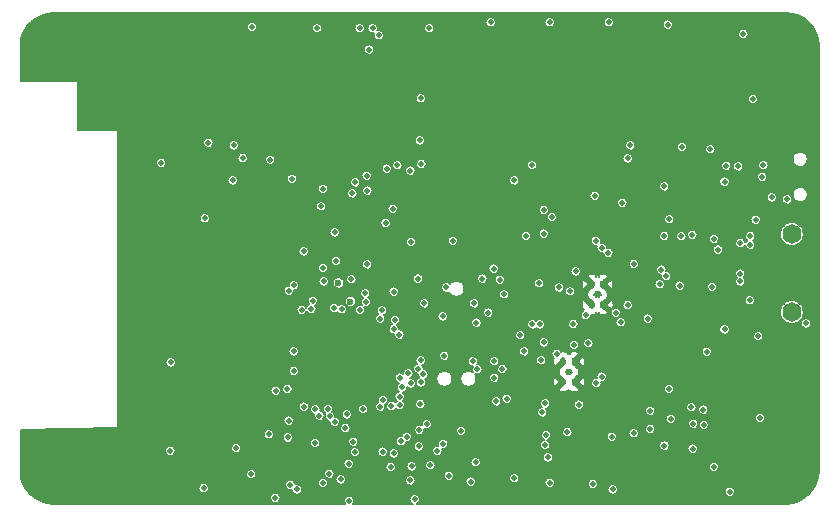
<source format=gbr>
G04 #@! TF.GenerationSoftware,KiCad,Pcbnew,5.1.3-ffb9f22~84~ubuntu19.04.1*
G04 #@! TF.CreationDate,2019-08-02T10:13:28-05:00*
G04 #@! TF.ProjectId,LeashPCB,4c656173-6850-4434-922e-6b696361645f,rev?*
G04 #@! TF.SameCoordinates,Original*
G04 #@! TF.FileFunction,Copper,L2,Inr*
G04 #@! TF.FilePolarity,Positive*
%FSLAX46Y46*%
G04 Gerber Fmt 4.6, Leading zero omitted, Abs format (unit mm)*
G04 Created by KiCad (PCBNEW 5.1.3-ffb9f22~84~ubuntu19.04.1) date 2019-08-02 10:13:28*
%MOMM*%
%LPD*%
G04 APERTURE LIST*
%ADD10C,0.600000*%
%ADD11O,1.600000X1.651000*%
%ADD12C,0.500000*%
%ADD13C,0.127000*%
G04 APERTURE END LIST*
D10*
X142530000Y-62910000D03*
X142530000Y-61190000D03*
X141570000Y-62910000D03*
X141570000Y-61190000D03*
X142050000Y-62050000D03*
X139625000Y-68600000D03*
X140105000Y-69460000D03*
X140105000Y-67740000D03*
X139145000Y-69460000D03*
X139145000Y-67740000D03*
D11*
X158500000Y-63550000D03*
X158500000Y-56950000D03*
D12*
X118300000Y-66200000D03*
X118300000Y-65400000D03*
X148400000Y-62200000D03*
X149500000Y-63600000D03*
X152252418Y-60700000D03*
X142300000Y-73878610D03*
X118300000Y-67000000D03*
X118300000Y-67800000D03*
X129100000Y-57350000D03*
X131900000Y-73600000D03*
X130100000Y-71400000D03*
X132959490Y-69676217D03*
X135399186Y-67319044D03*
X133939667Y-66968699D03*
X150231912Y-64322990D03*
X147928610Y-64322990D03*
X123061153Y-76659490D03*
X115640000Y-66900000D03*
X112880000Y-63370000D03*
X112450000Y-62950000D03*
X112060000Y-62530000D03*
X111640000Y-62110000D03*
X111840000Y-61560000D03*
X111450000Y-61100000D03*
X111020000Y-60710000D03*
X109540000Y-60720000D03*
X108970000Y-60700000D03*
X108410000Y-60730000D03*
X108100000Y-61170000D03*
X108080000Y-61700000D03*
X108090000Y-62260000D03*
X107570000Y-62600000D03*
X107160000Y-62990000D03*
X107040000Y-63510000D03*
X107000000Y-64080000D03*
X106340000Y-64170000D03*
X105200000Y-63830000D03*
X105180000Y-63230000D03*
X105200000Y-62670000D03*
X106120000Y-62380000D03*
X106590000Y-62090000D03*
X106660000Y-61560000D03*
X106210000Y-60740000D03*
X105680000Y-60740000D03*
X105140000Y-60720000D03*
X104640000Y-60710000D03*
X104100000Y-60690000D03*
X103560000Y-60710000D03*
X103030000Y-60700000D03*
X102480000Y-60710000D03*
X101830000Y-59410000D03*
X104210000Y-59270000D03*
X105850000Y-59250000D03*
X108160000Y-59230000D03*
X106450000Y-59250000D03*
X108680000Y-59230000D03*
X109230000Y-59230000D03*
X109750000Y-59240000D03*
X110280000Y-59260000D03*
X110790000Y-59410000D03*
X111290000Y-59370000D03*
X111850000Y-59440000D03*
X112220000Y-59800000D03*
X112610000Y-60170000D03*
X113070000Y-60490000D03*
X114610000Y-60120000D03*
X115070000Y-60590000D03*
X115440000Y-65170000D03*
X114600000Y-66900000D03*
X115573568Y-61098455D03*
X115100000Y-66900000D03*
X101560000Y-75630000D03*
X99290000Y-75860000D03*
X101750000Y-75150000D03*
X101350000Y-73750000D03*
X99670000Y-76250000D03*
X101250000Y-76110000D03*
X100050000Y-76590000D03*
X99780000Y-74940000D03*
X100280000Y-74480000D03*
X100850000Y-74150000D03*
X101690000Y-73230000D03*
X102050000Y-74750000D03*
X103340000Y-73690000D03*
X102940000Y-74100000D03*
X102490000Y-74510000D03*
X104410000Y-70580000D03*
X104720000Y-68980000D03*
X102530000Y-72400000D03*
X102100000Y-72810000D03*
X108070000Y-70890000D03*
X105990000Y-72970000D03*
X103980000Y-70930000D03*
X103770000Y-73320000D03*
X104800000Y-70240000D03*
X107230000Y-71630000D03*
X104220000Y-72950000D03*
X103610000Y-71340000D03*
X104690000Y-72620000D03*
X105540000Y-72550000D03*
X107630000Y-71320000D03*
X105110000Y-72140000D03*
X107350000Y-72210000D03*
X112600000Y-66900000D03*
X108900000Y-66200000D03*
X113200000Y-65300000D03*
X107290000Y-68030000D03*
X112000000Y-66910000D03*
X109840000Y-68900000D03*
X114100000Y-66900000D03*
X109010000Y-69740000D03*
X110600000Y-68010000D03*
X107740000Y-67570000D03*
X110990000Y-67590000D03*
X109300000Y-65700000D03*
X108450000Y-66680000D03*
X109410000Y-69320000D03*
X110220000Y-68470000D03*
X109700000Y-65400000D03*
X113100000Y-66900000D03*
X110700000Y-65300000D03*
X108090000Y-67140000D03*
X112200000Y-65300000D03*
X113600000Y-66900000D03*
X113700000Y-65300000D03*
X113980000Y-64389490D03*
X105502448Y-68284868D03*
X115810000Y-62520000D03*
X116000000Y-63080000D03*
X114980000Y-64730000D03*
X111440000Y-67110000D03*
X110200000Y-65300000D03*
X111200000Y-65300000D03*
X111700000Y-65300000D03*
X112700000Y-65300000D03*
X114200000Y-65300000D03*
X103560000Y-59270000D03*
X106640000Y-61040000D03*
X144019359Y-59609359D03*
X118300000Y-68700000D03*
X118300000Y-69600000D03*
X122500000Y-67000000D03*
X122500000Y-67800000D03*
X122500000Y-68700000D03*
X122500000Y-69600000D03*
X120500000Y-67000000D03*
X120500000Y-69600000D03*
X120500000Y-68700000D03*
X120500000Y-67800000D03*
X101750000Y-62000000D03*
X101750000Y-64750000D03*
X101750000Y-66000000D03*
X101750000Y-67250000D03*
X101750000Y-68500000D03*
X101750000Y-69750000D03*
X101750000Y-71000000D03*
X101750000Y-72250000D03*
X103000000Y-66000000D03*
X103000000Y-68500000D03*
X103000000Y-67250000D03*
X103000000Y-71000000D03*
X103000000Y-69750000D03*
X104250000Y-68500000D03*
X104250000Y-66000000D03*
X104250000Y-67250000D03*
X105500000Y-67250000D03*
X105500000Y-66000000D03*
X106750000Y-66000000D03*
X101750000Y-77250000D03*
X103000000Y-77250000D03*
X104250000Y-77250000D03*
X105500000Y-77250000D03*
X106750000Y-77250000D03*
X105500000Y-78500000D03*
X103000000Y-78500000D03*
X106750000Y-78500000D03*
X101750000Y-78500000D03*
X104250000Y-78500000D03*
X94000000Y-78500000D03*
X95250000Y-78500000D03*
X95250000Y-77250000D03*
X96500000Y-78500000D03*
X94000000Y-77250000D03*
X96500000Y-77250000D03*
X94000000Y-75750000D03*
X94000000Y-74500000D03*
X95250000Y-75750000D03*
X96500000Y-75750000D03*
X96500000Y-74500000D03*
X95250000Y-74500000D03*
X97750000Y-74500000D03*
X102000000Y-53500000D03*
X102000000Y-56000000D03*
X102000000Y-54750000D03*
X102000000Y-57250000D03*
X103250000Y-57250000D03*
X103250000Y-56000000D03*
X103250000Y-53500000D03*
X103250000Y-54750000D03*
X105750000Y-54750000D03*
X104500000Y-56000000D03*
X104500000Y-57250000D03*
X104500000Y-54750000D03*
X105750000Y-57250000D03*
X105750000Y-56000000D03*
X102000000Y-50750000D03*
X103250000Y-52000000D03*
X102000000Y-52000000D03*
X103250000Y-50750000D03*
X120550000Y-66200000D03*
X120550000Y-65400000D03*
X122550000Y-65400000D03*
X122550000Y-66200000D03*
X109500000Y-57250000D03*
X110750000Y-57250000D03*
X107000000Y-57250000D03*
X108250000Y-57250000D03*
X114500000Y-57250000D03*
X115750000Y-57250000D03*
X113250000Y-57250000D03*
X112000000Y-57250000D03*
X115750000Y-58250000D03*
X113250000Y-58250000D03*
X114500000Y-58250000D03*
X112000000Y-58250000D03*
X108250000Y-58250000D03*
X110750000Y-58250000D03*
X107000000Y-58250000D03*
X109500000Y-58250000D03*
X113250000Y-59250000D03*
X114500000Y-59250000D03*
X109500000Y-62250000D03*
X110750000Y-62250000D03*
X110750000Y-63250000D03*
X109500000Y-63250000D03*
X109500000Y-64250000D03*
X110750000Y-64250000D03*
X108250000Y-64250000D03*
X108250000Y-63250000D03*
X107750000Y-65000000D03*
X106750000Y-65250000D03*
X103000000Y-76000000D03*
X104000000Y-76000000D03*
X103000000Y-75000000D03*
X104000000Y-75000000D03*
X104000000Y-74000000D03*
X105000000Y-73500000D03*
X106250000Y-74000000D03*
X106750000Y-75000000D03*
X108000000Y-75000000D03*
X108000000Y-77250000D03*
X109250000Y-75000000D03*
X109250000Y-77250000D03*
X109250000Y-73750000D03*
X108000000Y-73750000D03*
X108000000Y-72500000D03*
X109250000Y-72250000D03*
X110500000Y-71250000D03*
X110500000Y-72500000D03*
X110500000Y-73750000D03*
X110500000Y-70000000D03*
X111750000Y-70000000D03*
X111750000Y-71250000D03*
X111750000Y-68750000D03*
X110750000Y-69000000D03*
X109500000Y-71000000D03*
X112500000Y-67750000D03*
X113500000Y-67750000D03*
X113000000Y-69000000D03*
X114250000Y-68250000D03*
X115000000Y-67500000D03*
X107000000Y-67100000D03*
X107800000Y-66400000D03*
X112000000Y-64250000D03*
X93800000Y-40600000D03*
X95050000Y-40600000D03*
X95050000Y-39350000D03*
X93800000Y-42100000D03*
X95050000Y-43350000D03*
X93800000Y-43350000D03*
X95050000Y-42100000D03*
X97650000Y-40600000D03*
X97650000Y-39350000D03*
X96400000Y-40600000D03*
X96400000Y-42100000D03*
X97650000Y-43350000D03*
X96400000Y-43350000D03*
X97650000Y-42100000D03*
X96400000Y-39350000D03*
X99000000Y-39350000D03*
X99000000Y-42100000D03*
X100250000Y-39350000D03*
X100250000Y-40600000D03*
X100250000Y-42100000D03*
X99000000Y-40600000D03*
X102850000Y-43350000D03*
X102850000Y-40600000D03*
X101600000Y-40600000D03*
X102850000Y-42100000D03*
X101600000Y-39350000D03*
X101600000Y-42100000D03*
X102850000Y-39350000D03*
X104200000Y-39350000D03*
X105450000Y-40600000D03*
X104200000Y-42100000D03*
X105450000Y-39350000D03*
X105450000Y-42100000D03*
X104200000Y-40600000D03*
X106800000Y-40600000D03*
X108050000Y-42100000D03*
X108050000Y-40600000D03*
X106800000Y-42100000D03*
X106800000Y-39350000D03*
X108050000Y-39350000D03*
X102850000Y-46000000D03*
X102850000Y-48750000D03*
X102850000Y-44750000D03*
X102850000Y-47500000D03*
X104200000Y-48750000D03*
X104200000Y-50000000D03*
X105450000Y-50000000D03*
X105450000Y-48750000D03*
X107850000Y-50000000D03*
X107850000Y-48750000D03*
X106600000Y-48750000D03*
X106600000Y-50000000D03*
X106600000Y-52800000D03*
X107850000Y-52800000D03*
X107850000Y-51650000D03*
X106600000Y-51650000D03*
X106600000Y-53950000D03*
X107850000Y-53950000D03*
X111000000Y-39000000D03*
X117000000Y-39000000D03*
X121950000Y-38800000D03*
X127000000Y-39000000D03*
X132000000Y-39000000D03*
X137000000Y-39000000D03*
X142000000Y-39000000D03*
X147000000Y-39000000D03*
X152000000Y-39000000D03*
X154000000Y-39000000D03*
X156000000Y-39000000D03*
X159000000Y-39000000D03*
X160500000Y-41000000D03*
X160500000Y-43500000D03*
X160500000Y-46000000D03*
X160500000Y-50000000D03*
X160500000Y-53000000D03*
X160500000Y-57000000D03*
X160500000Y-60000000D03*
X160500000Y-63000000D03*
X160500000Y-67000000D03*
X160500000Y-70000000D03*
X160500000Y-74000000D03*
X160500000Y-77500000D03*
X158000000Y-79500000D03*
X155500000Y-79500000D03*
X132000000Y-79440510D03*
X152000000Y-79500000D03*
X146500000Y-79500000D03*
X141500000Y-79500000D03*
X137000000Y-79500000D03*
X127500000Y-79500000D03*
X120000000Y-79500000D03*
X116000000Y-79500000D03*
X111000000Y-79500000D03*
X109350000Y-43350000D03*
X109350000Y-40600000D03*
X109350000Y-42100000D03*
X109350000Y-39350000D03*
X109350000Y-46000000D03*
X109350000Y-44750000D03*
X109350000Y-47500000D03*
X147450000Y-72400000D03*
X138722990Y-72136500D03*
X154890510Y-64202337D03*
X117258179Y-64346975D03*
X155200000Y-45500000D03*
X124700000Y-54800000D03*
X126848532Y-60704513D03*
X126200000Y-51559490D03*
X127090000Y-45440000D03*
X126250000Y-57600000D03*
X133255912Y-59868180D03*
X144000000Y-64400000D03*
X152800000Y-65000000D03*
X151000000Y-71800000D03*
X159700000Y-64500000D03*
X158100000Y-54000000D03*
X121900000Y-39500000D03*
D10*
X121134035Y-62651650D03*
D12*
X133000000Y-39000000D03*
X121947985Y-63364985D03*
X112800000Y-39400000D03*
X122710000Y-41310000D03*
X123000000Y-39500000D03*
X122438980Y-62681822D03*
X123528610Y-40100000D03*
X127800000Y-39500000D03*
X122382017Y-61940959D03*
X148000000Y-39200000D03*
X147699994Y-57100000D03*
X154400000Y-40000000D03*
X154936488Y-62536488D03*
X154982993Y-57108201D03*
X144150000Y-54300000D03*
X115820000Y-74160000D03*
X118130000Y-74630000D03*
X118159490Y-71770697D03*
X118800000Y-59801434D03*
X118635247Y-54579338D03*
X111450000Y-75050000D03*
X121504442Y-75398374D03*
X120700002Y-73359488D03*
X112720000Y-77260000D03*
X119350962Y-77240000D03*
X122540510Y-59500027D03*
X118800000Y-53100000D03*
X119227232Y-71743383D03*
X122559490Y-53259490D03*
X147700000Y-52900000D03*
X105880000Y-75300000D03*
X123645989Y-64107043D03*
X124532101Y-76659490D03*
X108800000Y-55600000D03*
X124100000Y-56000000D03*
X125312697Y-69089720D03*
X145100000Y-73800000D03*
X144600000Y-50522990D03*
X112000000Y-50500000D03*
X105110000Y-50910000D03*
X114222590Y-73884576D03*
X125100000Y-51100000D03*
X126920755Y-74911501D03*
X114775000Y-79275000D03*
X116180000Y-52250000D03*
X121024999Y-79522600D03*
X121536281Y-52559257D03*
X114800000Y-70200000D03*
X143325000Y-78559490D03*
X148125000Y-55675000D03*
X121374362Y-74517362D03*
X150100000Y-75100000D03*
X155425000Y-55725000D03*
X124900000Y-64200010D03*
X155650000Y-65577010D03*
X151900000Y-76650000D03*
X126300000Y-76600000D03*
X126218989Y-69581004D03*
X119780947Y-72835811D03*
X146509490Y-73440510D03*
X141650000Y-78100000D03*
X115796658Y-70053980D03*
X116600000Y-78559490D03*
X153250000Y-78750000D03*
X126566348Y-79377410D03*
X115897590Y-72729732D03*
X126955064Y-73522467D03*
X120814965Y-72200000D03*
X148259490Y-72577010D03*
X139718411Y-61774358D03*
X142400000Y-58100000D03*
X140477010Y-71373442D03*
X142390510Y-69000000D03*
X143600000Y-63600000D03*
X141900000Y-57500000D03*
D10*
X120116298Y-61070098D03*
D12*
X133300000Y-69100000D03*
X138590877Y-67086316D03*
X132800000Y-63580000D03*
X154122990Y-60951200D03*
X147868313Y-60502692D03*
X154122990Y-60278838D03*
X147450000Y-59950000D03*
X125267051Y-65453029D03*
X117000000Y-63362518D03*
X117190000Y-71550000D03*
X122200000Y-71759490D03*
X124600000Y-71500000D03*
X123803081Y-63381519D03*
X124800000Y-75505478D03*
X123892365Y-70969750D03*
X127370000Y-62800000D03*
X119734636Y-63193210D03*
X119908896Y-59220719D03*
X119383940Y-72350497D03*
X105900000Y-67800000D03*
X115910000Y-61740000D03*
X116320000Y-66873695D03*
X141800000Y-53700000D03*
X118800000Y-78000000D03*
X118856817Y-60944705D03*
X118502929Y-72300000D03*
X121300000Y-53500000D03*
X121209869Y-60759490D03*
X131300000Y-77900000D03*
X135000000Y-77600000D03*
X133468171Y-71095020D03*
X134349122Y-70876188D03*
X134133412Y-62033412D03*
X131600002Y-62800000D03*
X124786489Y-61813513D03*
X124800000Y-64982990D03*
X148100000Y-70050000D03*
X146300000Y-64100000D03*
X144600000Y-62950000D03*
X127050000Y-71330000D03*
X145120000Y-59470000D03*
X130505579Y-73605487D03*
X127598391Y-73029034D03*
X137618084Y-71276916D03*
X134000000Y-68359490D03*
X137270357Y-67621578D03*
X131880000Y-68380000D03*
X149000000Y-61300000D03*
X151752412Y-61414541D03*
X120979472Y-76385807D03*
X147300000Y-61180000D03*
X138790000Y-61460000D03*
X138180000Y-55500000D03*
X127900000Y-76500000D03*
X131729371Y-76249177D03*
X127100000Y-69500000D03*
X132300000Y-60700000D03*
X129230003Y-61460000D03*
X135000000Y-52400000D03*
X138000000Y-77999998D03*
X137500000Y-66099994D03*
X135829325Y-66862838D03*
X122500000Y-52000000D03*
X128500000Y-75300000D03*
X123847029Y-75351441D03*
X128930000Y-63900000D03*
X123658922Y-71551685D03*
X137850000Y-75850000D03*
X125300000Y-71400000D03*
X137600000Y-74800000D03*
X125405616Y-74478473D03*
X129069275Y-67248651D03*
X128977414Y-74690519D03*
X125300000Y-70700000D03*
X125903486Y-74097331D03*
X133300000Y-67700000D03*
X131500000Y-67700000D03*
X137700000Y-73948532D03*
X108700000Y-78440000D03*
X116039644Y-78172880D03*
X116331488Y-68531488D03*
X111150000Y-52400000D03*
X144820000Y-49430000D03*
X111250000Y-49430000D03*
X147719384Y-74840510D03*
X126036500Y-68719325D03*
X124200000Y-51400000D03*
X152800000Y-52500000D03*
X127131019Y-51004577D03*
X114330000Y-50640510D03*
X126879264Y-68335107D03*
X109094999Y-49205001D03*
X127000000Y-49000000D03*
X127068403Y-67623045D03*
X116327831Y-61272496D03*
X117825243Y-63272340D03*
X117948043Y-62587276D03*
X117170006Y-58410000D03*
X125500000Y-69900000D03*
X137368979Y-72027083D03*
X131800000Y-64440000D03*
X136522989Y-64577014D03*
X140200000Y-60100000D03*
X137100000Y-61100000D03*
X133774138Y-60802433D03*
X137150000Y-64577012D03*
X141050000Y-63800000D03*
X140000000Y-64550000D03*
X141950000Y-69550000D03*
X150000008Y-71600000D03*
X151300000Y-66900000D03*
X142962702Y-58537298D03*
X141278677Y-66174938D03*
X136000000Y-57100000D03*
X139500000Y-73700000D03*
X135500000Y-65500000D03*
X156100000Y-51100000D03*
X136500000Y-51100000D03*
X140051827Y-66324803D03*
X118300000Y-39500000D03*
X119794521Y-56800000D03*
X129800000Y-57500000D03*
X127300000Y-68800000D03*
X126200000Y-77800000D03*
X129452974Y-77400000D03*
X120400000Y-63300000D03*
X120300000Y-77700000D03*
X155800000Y-72500000D03*
X156000000Y-52100000D03*
X137500000Y-56900000D03*
X137500000Y-54900000D03*
X146509490Y-71900000D03*
X156800000Y-53827014D03*
X153950000Y-51200000D03*
X152250000Y-58250000D03*
X151900000Y-57350000D03*
X152950000Y-51150000D03*
X149200000Y-49550000D03*
X138000000Y-39000000D03*
X150150000Y-73000000D03*
X154150000Y-57700000D03*
X149150000Y-57121184D03*
X143000000Y-39000000D03*
X151050000Y-73100000D03*
X143250000Y-74100000D03*
X151600000Y-49750000D03*
X154982998Y-57850000D03*
X150087058Y-57009490D03*
D13*
G36*
X158540645Y-38269544D02*
G01*
X159060696Y-38426556D01*
X159540349Y-38681592D01*
X159961325Y-39024933D01*
X160307600Y-39443508D01*
X160565976Y-39921364D01*
X160726616Y-40440307D01*
X160784466Y-40990725D01*
X160784500Y-41000464D01*
X160784501Y-76989445D01*
X160730456Y-77540645D01*
X160573444Y-78060696D01*
X160318409Y-78540346D01*
X159975070Y-78961323D01*
X159556492Y-79307600D01*
X159078640Y-79565973D01*
X158559694Y-79726616D01*
X158009283Y-79784466D01*
X157999536Y-79784500D01*
X126734627Y-79784500D01*
X126775003Y-79767776D01*
X126847150Y-79719568D01*
X126908506Y-79658212D01*
X126956714Y-79586065D01*
X126989919Y-79505899D01*
X127006848Y-79420795D01*
X127006848Y-79334025D01*
X126989919Y-79248921D01*
X126956714Y-79168755D01*
X126908506Y-79096608D01*
X126847150Y-79035252D01*
X126775003Y-78987044D01*
X126694837Y-78953839D01*
X126609733Y-78936910D01*
X126522963Y-78936910D01*
X126437859Y-78953839D01*
X126357693Y-78987044D01*
X126285546Y-79035252D01*
X126224190Y-79096608D01*
X126175982Y-79168755D01*
X126142777Y-79248921D01*
X126125848Y-79334025D01*
X126125848Y-79420795D01*
X126142777Y-79505899D01*
X126175982Y-79586065D01*
X126224190Y-79658212D01*
X126285546Y-79719568D01*
X126357693Y-79767776D01*
X126398069Y-79784500D01*
X121379787Y-79784500D01*
X121415365Y-79731255D01*
X121448570Y-79651089D01*
X121465499Y-79565985D01*
X121465499Y-79479215D01*
X121448570Y-79394111D01*
X121415365Y-79313945D01*
X121367157Y-79241798D01*
X121305801Y-79180442D01*
X121233654Y-79132234D01*
X121153488Y-79099029D01*
X121068384Y-79082100D01*
X120981614Y-79082100D01*
X120896510Y-79099029D01*
X120816344Y-79132234D01*
X120744197Y-79180442D01*
X120682841Y-79241798D01*
X120634633Y-79313945D01*
X120601428Y-79394111D01*
X120584499Y-79479215D01*
X120584499Y-79565985D01*
X120601428Y-79651089D01*
X120634633Y-79731255D01*
X120670211Y-79784500D01*
X96010545Y-79784500D01*
X95459355Y-79730456D01*
X94939304Y-79573444D01*
X94459654Y-79318409D01*
X94353234Y-79231615D01*
X114334500Y-79231615D01*
X114334500Y-79318385D01*
X114351429Y-79403489D01*
X114384634Y-79483655D01*
X114432842Y-79555802D01*
X114494198Y-79617158D01*
X114566345Y-79665366D01*
X114646511Y-79698571D01*
X114731615Y-79715500D01*
X114818385Y-79715500D01*
X114903489Y-79698571D01*
X114983655Y-79665366D01*
X115055802Y-79617158D01*
X115117158Y-79555802D01*
X115165366Y-79483655D01*
X115198571Y-79403489D01*
X115215500Y-79318385D01*
X115215500Y-79231615D01*
X115198571Y-79146511D01*
X115165366Y-79066345D01*
X115117158Y-78994198D01*
X115055802Y-78932842D01*
X114983655Y-78884634D01*
X114903489Y-78851429D01*
X114818385Y-78834500D01*
X114731615Y-78834500D01*
X114646511Y-78851429D01*
X114566345Y-78884634D01*
X114494198Y-78932842D01*
X114432842Y-78994198D01*
X114384634Y-79066345D01*
X114351429Y-79146511D01*
X114334500Y-79231615D01*
X94353234Y-79231615D01*
X94038677Y-78975070D01*
X93692400Y-78556492D01*
X93605956Y-78396615D01*
X108259500Y-78396615D01*
X108259500Y-78483385D01*
X108276429Y-78568489D01*
X108309634Y-78648655D01*
X108357842Y-78720802D01*
X108419198Y-78782158D01*
X108491345Y-78830366D01*
X108571511Y-78863571D01*
X108656615Y-78880500D01*
X108743385Y-78880500D01*
X108828489Y-78863571D01*
X108908655Y-78830366D01*
X108980802Y-78782158D01*
X109042158Y-78720802D01*
X109090366Y-78648655D01*
X109123571Y-78568489D01*
X109140500Y-78483385D01*
X109140500Y-78396615D01*
X109123571Y-78311511D01*
X109090366Y-78231345D01*
X109042158Y-78159198D01*
X109012455Y-78129495D01*
X115599144Y-78129495D01*
X115599144Y-78216265D01*
X115616073Y-78301369D01*
X115649278Y-78381535D01*
X115697486Y-78453682D01*
X115758842Y-78515038D01*
X115830989Y-78563246D01*
X115911155Y-78596451D01*
X115996259Y-78613380D01*
X116083029Y-78613380D01*
X116159500Y-78598168D01*
X116159500Y-78602875D01*
X116176429Y-78687979D01*
X116209634Y-78768145D01*
X116257842Y-78840292D01*
X116319198Y-78901648D01*
X116391345Y-78949856D01*
X116471511Y-78983061D01*
X116556615Y-78999990D01*
X116643385Y-78999990D01*
X116728489Y-78983061D01*
X116808655Y-78949856D01*
X116880802Y-78901648D01*
X116942158Y-78840292D01*
X116990366Y-78768145D01*
X117023571Y-78687979D01*
X117040500Y-78602875D01*
X117040500Y-78516105D01*
X117023571Y-78431001D01*
X116990366Y-78350835D01*
X116942158Y-78278688D01*
X116880802Y-78217332D01*
X116808655Y-78169124D01*
X116728489Y-78135919D01*
X116643385Y-78118990D01*
X116556615Y-78118990D01*
X116480144Y-78134202D01*
X116480144Y-78129495D01*
X116463215Y-78044391D01*
X116430010Y-77964225D01*
X116424926Y-77956615D01*
X118359500Y-77956615D01*
X118359500Y-78043385D01*
X118376429Y-78128489D01*
X118409634Y-78208655D01*
X118457842Y-78280802D01*
X118519198Y-78342158D01*
X118591345Y-78390366D01*
X118671511Y-78423571D01*
X118756615Y-78440500D01*
X118843385Y-78440500D01*
X118928489Y-78423571D01*
X119008655Y-78390366D01*
X119080802Y-78342158D01*
X119142158Y-78280802D01*
X119190366Y-78208655D01*
X119223571Y-78128489D01*
X119240500Y-78043385D01*
X119240500Y-77956615D01*
X119223571Y-77871511D01*
X119190366Y-77791345D01*
X119142158Y-77719198D01*
X119080802Y-77657842D01*
X119008655Y-77609634D01*
X118928489Y-77576429D01*
X118843385Y-77559500D01*
X118756615Y-77559500D01*
X118671511Y-77576429D01*
X118591345Y-77609634D01*
X118519198Y-77657842D01*
X118457842Y-77719198D01*
X118409634Y-77791345D01*
X118376429Y-77871511D01*
X118359500Y-77956615D01*
X116424926Y-77956615D01*
X116381802Y-77892078D01*
X116320446Y-77830722D01*
X116248299Y-77782514D01*
X116168133Y-77749309D01*
X116083029Y-77732380D01*
X115996259Y-77732380D01*
X115911155Y-77749309D01*
X115830989Y-77782514D01*
X115758842Y-77830722D01*
X115697486Y-77892078D01*
X115649278Y-77964225D01*
X115616073Y-78044391D01*
X115599144Y-78129495D01*
X109012455Y-78129495D01*
X108980802Y-78097842D01*
X108908655Y-78049634D01*
X108828489Y-78016429D01*
X108743385Y-77999500D01*
X108656615Y-77999500D01*
X108571511Y-78016429D01*
X108491345Y-78049634D01*
X108419198Y-78097842D01*
X108357842Y-78159198D01*
X108309634Y-78231345D01*
X108276429Y-78311511D01*
X108259500Y-78396615D01*
X93605956Y-78396615D01*
X93434027Y-78078640D01*
X93273384Y-77559694D01*
X93237326Y-77216615D01*
X112279500Y-77216615D01*
X112279500Y-77303385D01*
X112296429Y-77388489D01*
X112329634Y-77468655D01*
X112377842Y-77540802D01*
X112439198Y-77602158D01*
X112511345Y-77650366D01*
X112591511Y-77683571D01*
X112676615Y-77700500D01*
X112763385Y-77700500D01*
X112848489Y-77683571D01*
X112928655Y-77650366D01*
X113000802Y-77602158D01*
X113062158Y-77540802D01*
X113110366Y-77468655D01*
X113143571Y-77388489D01*
X113160500Y-77303385D01*
X113160500Y-77216615D01*
X113156522Y-77196615D01*
X118910462Y-77196615D01*
X118910462Y-77283385D01*
X118927391Y-77368489D01*
X118960596Y-77448655D01*
X119008804Y-77520802D01*
X119070160Y-77582158D01*
X119142307Y-77630366D01*
X119222473Y-77663571D01*
X119307577Y-77680500D01*
X119394347Y-77680500D01*
X119479451Y-77663571D01*
X119496244Y-77656615D01*
X119859500Y-77656615D01*
X119859500Y-77743385D01*
X119876429Y-77828489D01*
X119909634Y-77908655D01*
X119957842Y-77980802D01*
X120019198Y-78042158D01*
X120091345Y-78090366D01*
X120171511Y-78123571D01*
X120256615Y-78140500D01*
X120343385Y-78140500D01*
X120428489Y-78123571D01*
X120508655Y-78090366D01*
X120580802Y-78042158D01*
X120642158Y-77980802D01*
X120690366Y-77908655D01*
X120723571Y-77828489D01*
X120737868Y-77756615D01*
X125759500Y-77756615D01*
X125759500Y-77843385D01*
X125776429Y-77928489D01*
X125809634Y-78008655D01*
X125857842Y-78080802D01*
X125919198Y-78142158D01*
X125991345Y-78190366D01*
X126071511Y-78223571D01*
X126156615Y-78240500D01*
X126243385Y-78240500D01*
X126328489Y-78223571D01*
X126408655Y-78190366D01*
X126480802Y-78142158D01*
X126542158Y-78080802D01*
X126590366Y-78008655D01*
X126623571Y-77928489D01*
X126637868Y-77856615D01*
X130859500Y-77856615D01*
X130859500Y-77943385D01*
X130876429Y-78028489D01*
X130909634Y-78108655D01*
X130957842Y-78180802D01*
X131019198Y-78242158D01*
X131091345Y-78290366D01*
X131171511Y-78323571D01*
X131256615Y-78340500D01*
X131343385Y-78340500D01*
X131428489Y-78323571D01*
X131508655Y-78290366D01*
X131580802Y-78242158D01*
X131642158Y-78180802D01*
X131690366Y-78108655D01*
X131723571Y-78028489D01*
X131740500Y-77943385D01*
X131740500Y-77856615D01*
X131723571Y-77771511D01*
X131690366Y-77691345D01*
X131642158Y-77619198D01*
X131580802Y-77557842D01*
X131578966Y-77556615D01*
X134559500Y-77556615D01*
X134559500Y-77643385D01*
X134576429Y-77728489D01*
X134609634Y-77808655D01*
X134657842Y-77880802D01*
X134719198Y-77942158D01*
X134791345Y-77990366D01*
X134871511Y-78023571D01*
X134956615Y-78040500D01*
X135043385Y-78040500D01*
X135128489Y-78023571D01*
X135208655Y-77990366D01*
X135259168Y-77956613D01*
X137559500Y-77956613D01*
X137559500Y-78043383D01*
X137576429Y-78128487D01*
X137609634Y-78208653D01*
X137657842Y-78280800D01*
X137719198Y-78342156D01*
X137791345Y-78390364D01*
X137871511Y-78423569D01*
X137956615Y-78440498D01*
X138043385Y-78440498D01*
X138128489Y-78423569D01*
X138208655Y-78390364D01*
X138280802Y-78342156D01*
X138342158Y-78280800D01*
X138390366Y-78208653D01*
X138423571Y-78128487D01*
X138437867Y-78056615D01*
X141209500Y-78056615D01*
X141209500Y-78143385D01*
X141226429Y-78228489D01*
X141259634Y-78308655D01*
X141307842Y-78380802D01*
X141369198Y-78442158D01*
X141441345Y-78490366D01*
X141521511Y-78523571D01*
X141606615Y-78540500D01*
X141693385Y-78540500D01*
X141778489Y-78523571D01*
X141796513Y-78516105D01*
X142884500Y-78516105D01*
X142884500Y-78602875D01*
X142901429Y-78687979D01*
X142934634Y-78768145D01*
X142982842Y-78840292D01*
X143044198Y-78901648D01*
X143116345Y-78949856D01*
X143196511Y-78983061D01*
X143281615Y-78999990D01*
X143368385Y-78999990D01*
X143453489Y-78983061D01*
X143533655Y-78949856D01*
X143605802Y-78901648D01*
X143667158Y-78840292D01*
X143715366Y-78768145D01*
X143740851Y-78706615D01*
X152809500Y-78706615D01*
X152809500Y-78793385D01*
X152826429Y-78878489D01*
X152859634Y-78958655D01*
X152907842Y-79030802D01*
X152969198Y-79092158D01*
X153041345Y-79140366D01*
X153121511Y-79173571D01*
X153206615Y-79190500D01*
X153293385Y-79190500D01*
X153378489Y-79173571D01*
X153458655Y-79140366D01*
X153530802Y-79092158D01*
X153592158Y-79030802D01*
X153640366Y-78958655D01*
X153673571Y-78878489D01*
X153690500Y-78793385D01*
X153690500Y-78706615D01*
X153673571Y-78621511D01*
X153640366Y-78541345D01*
X153592158Y-78469198D01*
X153530802Y-78407842D01*
X153458655Y-78359634D01*
X153378489Y-78326429D01*
X153293385Y-78309500D01*
X153206615Y-78309500D01*
X153121511Y-78326429D01*
X153041345Y-78359634D01*
X152969198Y-78407842D01*
X152907842Y-78469198D01*
X152859634Y-78541345D01*
X152826429Y-78621511D01*
X152809500Y-78706615D01*
X143740851Y-78706615D01*
X143748571Y-78687979D01*
X143765500Y-78602875D01*
X143765500Y-78516105D01*
X143748571Y-78431001D01*
X143715366Y-78350835D01*
X143667158Y-78278688D01*
X143605802Y-78217332D01*
X143533655Y-78169124D01*
X143453489Y-78135919D01*
X143368385Y-78118990D01*
X143281615Y-78118990D01*
X143196511Y-78135919D01*
X143116345Y-78169124D01*
X143044198Y-78217332D01*
X142982842Y-78278688D01*
X142934634Y-78350835D01*
X142901429Y-78431001D01*
X142884500Y-78516105D01*
X141796513Y-78516105D01*
X141858655Y-78490366D01*
X141930802Y-78442158D01*
X141992158Y-78380802D01*
X142040366Y-78308655D01*
X142073571Y-78228489D01*
X142090500Y-78143385D01*
X142090500Y-78056615D01*
X142073571Y-77971511D01*
X142040366Y-77891345D01*
X141992158Y-77819198D01*
X141930802Y-77757842D01*
X141858655Y-77709634D01*
X141778489Y-77676429D01*
X141693385Y-77659500D01*
X141606615Y-77659500D01*
X141521511Y-77676429D01*
X141441345Y-77709634D01*
X141369198Y-77757842D01*
X141307842Y-77819198D01*
X141259634Y-77891345D01*
X141226429Y-77971511D01*
X141209500Y-78056615D01*
X138437867Y-78056615D01*
X138440500Y-78043383D01*
X138440500Y-77956613D01*
X138423571Y-77871509D01*
X138390366Y-77791343D01*
X138342158Y-77719196D01*
X138280802Y-77657840D01*
X138208655Y-77609632D01*
X138128489Y-77576427D01*
X138043385Y-77559498D01*
X137956615Y-77559498D01*
X137871511Y-77576427D01*
X137791345Y-77609632D01*
X137719198Y-77657840D01*
X137657842Y-77719196D01*
X137609634Y-77791343D01*
X137576429Y-77871509D01*
X137559500Y-77956613D01*
X135259168Y-77956613D01*
X135280802Y-77942158D01*
X135342158Y-77880802D01*
X135390366Y-77808655D01*
X135423571Y-77728489D01*
X135440500Y-77643385D01*
X135440500Y-77556615D01*
X135423571Y-77471511D01*
X135390366Y-77391345D01*
X135342158Y-77319198D01*
X135280802Y-77257842D01*
X135208655Y-77209634D01*
X135128489Y-77176429D01*
X135043385Y-77159500D01*
X134956615Y-77159500D01*
X134871511Y-77176429D01*
X134791345Y-77209634D01*
X134719198Y-77257842D01*
X134657842Y-77319198D01*
X134609634Y-77391345D01*
X134576429Y-77471511D01*
X134559500Y-77556615D01*
X131578966Y-77556615D01*
X131508655Y-77509634D01*
X131428489Y-77476429D01*
X131343385Y-77459500D01*
X131256615Y-77459500D01*
X131171511Y-77476429D01*
X131091345Y-77509634D01*
X131019198Y-77557842D01*
X130957842Y-77619198D01*
X130909634Y-77691345D01*
X130876429Y-77771511D01*
X130859500Y-77856615D01*
X126637868Y-77856615D01*
X126640500Y-77843385D01*
X126640500Y-77756615D01*
X126623571Y-77671511D01*
X126590366Y-77591345D01*
X126542158Y-77519198D01*
X126480802Y-77457842D01*
X126408655Y-77409634D01*
X126328489Y-77376429D01*
X126243385Y-77359500D01*
X126156615Y-77359500D01*
X126071511Y-77376429D01*
X125991345Y-77409634D01*
X125919198Y-77457842D01*
X125857842Y-77519198D01*
X125809634Y-77591345D01*
X125776429Y-77671511D01*
X125759500Y-77756615D01*
X120737868Y-77756615D01*
X120740500Y-77743385D01*
X120740500Y-77656615D01*
X120723571Y-77571511D01*
X120690366Y-77491345D01*
X120642158Y-77419198D01*
X120580802Y-77357842D01*
X120578966Y-77356615D01*
X129012474Y-77356615D01*
X129012474Y-77443385D01*
X129029403Y-77528489D01*
X129062608Y-77608655D01*
X129110816Y-77680802D01*
X129172172Y-77742158D01*
X129244319Y-77790366D01*
X129324485Y-77823571D01*
X129409589Y-77840500D01*
X129496359Y-77840500D01*
X129581463Y-77823571D01*
X129661629Y-77790366D01*
X129733776Y-77742158D01*
X129795132Y-77680802D01*
X129843340Y-77608655D01*
X129876545Y-77528489D01*
X129893474Y-77443385D01*
X129893474Y-77356615D01*
X129876545Y-77271511D01*
X129843340Y-77191345D01*
X129795132Y-77119198D01*
X129733776Y-77057842D01*
X129661629Y-77009634D01*
X129581463Y-76976429D01*
X129496359Y-76959500D01*
X129409589Y-76959500D01*
X129324485Y-76976429D01*
X129244319Y-77009634D01*
X129172172Y-77057842D01*
X129110816Y-77119198D01*
X129062608Y-77191345D01*
X129029403Y-77271511D01*
X129012474Y-77356615D01*
X120578966Y-77356615D01*
X120508655Y-77309634D01*
X120428489Y-77276429D01*
X120343385Y-77259500D01*
X120256615Y-77259500D01*
X120171511Y-77276429D01*
X120091345Y-77309634D01*
X120019198Y-77357842D01*
X119957842Y-77419198D01*
X119909634Y-77491345D01*
X119876429Y-77571511D01*
X119859500Y-77656615D01*
X119496244Y-77656615D01*
X119559617Y-77630366D01*
X119631764Y-77582158D01*
X119693120Y-77520802D01*
X119741328Y-77448655D01*
X119774533Y-77368489D01*
X119791462Y-77283385D01*
X119791462Y-77196615D01*
X119774533Y-77111511D01*
X119741328Y-77031345D01*
X119693120Y-76959198D01*
X119631764Y-76897842D01*
X119559617Y-76849634D01*
X119479451Y-76816429D01*
X119394347Y-76799500D01*
X119307577Y-76799500D01*
X119222473Y-76816429D01*
X119142307Y-76849634D01*
X119070160Y-76897842D01*
X119008804Y-76959198D01*
X118960596Y-77031345D01*
X118927391Y-77111511D01*
X118910462Y-77196615D01*
X113156522Y-77196615D01*
X113143571Y-77131511D01*
X113110366Y-77051345D01*
X113062158Y-76979198D01*
X113000802Y-76917842D01*
X112928655Y-76869634D01*
X112848489Y-76836429D01*
X112763385Y-76819500D01*
X112676615Y-76819500D01*
X112591511Y-76836429D01*
X112511345Y-76869634D01*
X112439198Y-76917842D01*
X112377842Y-76979198D01*
X112329634Y-77051345D01*
X112296429Y-77131511D01*
X112279500Y-77216615D01*
X93237326Y-77216615D01*
X93215534Y-77009283D01*
X93215500Y-76999536D01*
X93215500Y-76342422D01*
X120538972Y-76342422D01*
X120538972Y-76429192D01*
X120555901Y-76514296D01*
X120589106Y-76594462D01*
X120637314Y-76666609D01*
X120698670Y-76727965D01*
X120770817Y-76776173D01*
X120850983Y-76809378D01*
X120936087Y-76826307D01*
X121022857Y-76826307D01*
X121107961Y-76809378D01*
X121188127Y-76776173D01*
X121260274Y-76727965D01*
X121321630Y-76666609D01*
X121355376Y-76616105D01*
X124091601Y-76616105D01*
X124091601Y-76702875D01*
X124108530Y-76787979D01*
X124141735Y-76868145D01*
X124189943Y-76940292D01*
X124251299Y-77001648D01*
X124323446Y-77049856D01*
X124403612Y-77083061D01*
X124488716Y-77099990D01*
X124575486Y-77099990D01*
X124660590Y-77083061D01*
X124740756Y-77049856D01*
X124812903Y-77001648D01*
X124874259Y-76940292D01*
X124922467Y-76868145D01*
X124955672Y-76787979D01*
X124972601Y-76702875D01*
X124972601Y-76616105D01*
X124960768Y-76556615D01*
X125859500Y-76556615D01*
X125859500Y-76643385D01*
X125876429Y-76728489D01*
X125909634Y-76808655D01*
X125957842Y-76880802D01*
X126019198Y-76942158D01*
X126091345Y-76990366D01*
X126171511Y-77023571D01*
X126256615Y-77040500D01*
X126343385Y-77040500D01*
X126428489Y-77023571D01*
X126508655Y-76990366D01*
X126580802Y-76942158D01*
X126642158Y-76880802D01*
X126690366Y-76808655D01*
X126723571Y-76728489D01*
X126740500Y-76643385D01*
X126740500Y-76556615D01*
X126723571Y-76471511D01*
X126717402Y-76456615D01*
X127459500Y-76456615D01*
X127459500Y-76543385D01*
X127476429Y-76628489D01*
X127509634Y-76708655D01*
X127557842Y-76780802D01*
X127619198Y-76842158D01*
X127691345Y-76890366D01*
X127771511Y-76923571D01*
X127856615Y-76940500D01*
X127943385Y-76940500D01*
X128028489Y-76923571D01*
X128108655Y-76890366D01*
X128180802Y-76842158D01*
X128242158Y-76780802D01*
X128290366Y-76708655D01*
X128323571Y-76628489D01*
X128340500Y-76543385D01*
X128340500Y-76456615D01*
X128323571Y-76371511D01*
X128290366Y-76291345D01*
X128242158Y-76219198D01*
X128228752Y-76205792D01*
X131288871Y-76205792D01*
X131288871Y-76292562D01*
X131305800Y-76377666D01*
X131339005Y-76457832D01*
X131387213Y-76529979D01*
X131448569Y-76591335D01*
X131520716Y-76639543D01*
X131600882Y-76672748D01*
X131685986Y-76689677D01*
X131772756Y-76689677D01*
X131857860Y-76672748D01*
X131938026Y-76639543D01*
X131987305Y-76606615D01*
X151459500Y-76606615D01*
X151459500Y-76693385D01*
X151476429Y-76778489D01*
X151509634Y-76858655D01*
X151557842Y-76930802D01*
X151619198Y-76992158D01*
X151691345Y-77040366D01*
X151771511Y-77073571D01*
X151856615Y-77090500D01*
X151943385Y-77090500D01*
X152028489Y-77073571D01*
X152108655Y-77040366D01*
X152180802Y-76992158D01*
X152242158Y-76930802D01*
X152290366Y-76858655D01*
X152323571Y-76778489D01*
X152340500Y-76693385D01*
X152340500Y-76606615D01*
X152323571Y-76521511D01*
X152290366Y-76441345D01*
X152242158Y-76369198D01*
X152180802Y-76307842D01*
X152108655Y-76259634D01*
X152028489Y-76226429D01*
X151943385Y-76209500D01*
X151856615Y-76209500D01*
X151771511Y-76226429D01*
X151691345Y-76259634D01*
X151619198Y-76307842D01*
X151557842Y-76369198D01*
X151509634Y-76441345D01*
X151476429Y-76521511D01*
X151459500Y-76606615D01*
X131987305Y-76606615D01*
X132010173Y-76591335D01*
X132071529Y-76529979D01*
X132119737Y-76457832D01*
X132152942Y-76377666D01*
X132169871Y-76292562D01*
X132169871Y-76205792D01*
X132152942Y-76120688D01*
X132119737Y-76040522D01*
X132071529Y-75968375D01*
X132010173Y-75907019D01*
X131938026Y-75858811D01*
X131857860Y-75825606D01*
X131772756Y-75808677D01*
X131685986Y-75808677D01*
X131600882Y-75825606D01*
X131520716Y-75858811D01*
X131448569Y-75907019D01*
X131387213Y-75968375D01*
X131339005Y-76040522D01*
X131305800Y-76120688D01*
X131288871Y-76205792D01*
X128228752Y-76205792D01*
X128180802Y-76157842D01*
X128108655Y-76109634D01*
X128028489Y-76076429D01*
X127943385Y-76059500D01*
X127856615Y-76059500D01*
X127771511Y-76076429D01*
X127691345Y-76109634D01*
X127619198Y-76157842D01*
X127557842Y-76219198D01*
X127509634Y-76291345D01*
X127476429Y-76371511D01*
X127459500Y-76456615D01*
X126717402Y-76456615D01*
X126690366Y-76391345D01*
X126642158Y-76319198D01*
X126580802Y-76257842D01*
X126508655Y-76209634D01*
X126428489Y-76176429D01*
X126343385Y-76159500D01*
X126256615Y-76159500D01*
X126171511Y-76176429D01*
X126091345Y-76209634D01*
X126019198Y-76257842D01*
X125957842Y-76319198D01*
X125909634Y-76391345D01*
X125876429Y-76471511D01*
X125859500Y-76556615D01*
X124960768Y-76556615D01*
X124955672Y-76531001D01*
X124922467Y-76450835D01*
X124874259Y-76378688D01*
X124812903Y-76317332D01*
X124740756Y-76269124D01*
X124660590Y-76235919D01*
X124575486Y-76218990D01*
X124488716Y-76218990D01*
X124403612Y-76235919D01*
X124323446Y-76269124D01*
X124251299Y-76317332D01*
X124189943Y-76378688D01*
X124141735Y-76450835D01*
X124108530Y-76531001D01*
X124091601Y-76616105D01*
X121355376Y-76616105D01*
X121369838Y-76594462D01*
X121403043Y-76514296D01*
X121419972Y-76429192D01*
X121419972Y-76342422D01*
X121403043Y-76257318D01*
X121369838Y-76177152D01*
X121321630Y-76105005D01*
X121260274Y-76043649D01*
X121188127Y-75995441D01*
X121107961Y-75962236D01*
X121022857Y-75945307D01*
X120936087Y-75945307D01*
X120850983Y-75962236D01*
X120770817Y-75995441D01*
X120698670Y-76043649D01*
X120637314Y-76105005D01*
X120589106Y-76177152D01*
X120555901Y-76257318D01*
X120538972Y-76342422D01*
X93215500Y-76342422D01*
X93215500Y-75256615D01*
X105439500Y-75256615D01*
X105439500Y-75343385D01*
X105456429Y-75428489D01*
X105489634Y-75508655D01*
X105537842Y-75580802D01*
X105599198Y-75642158D01*
X105671345Y-75690366D01*
X105751511Y-75723571D01*
X105836615Y-75740500D01*
X105923385Y-75740500D01*
X106008489Y-75723571D01*
X106088655Y-75690366D01*
X106160802Y-75642158D01*
X106222158Y-75580802D01*
X106270366Y-75508655D01*
X106303571Y-75428489D01*
X106320500Y-75343385D01*
X106320500Y-75256615D01*
X106303571Y-75171511D01*
X106270366Y-75091345D01*
X106222158Y-75019198D01*
X106209575Y-75006615D01*
X111009500Y-75006615D01*
X111009500Y-75093385D01*
X111026429Y-75178489D01*
X111059634Y-75258655D01*
X111107842Y-75330802D01*
X111169198Y-75392158D01*
X111241345Y-75440366D01*
X111321511Y-75473571D01*
X111406615Y-75490500D01*
X111493385Y-75490500D01*
X111578489Y-75473571D01*
X111658655Y-75440366D01*
X111730802Y-75392158D01*
X111767971Y-75354989D01*
X121063942Y-75354989D01*
X121063942Y-75441759D01*
X121080871Y-75526863D01*
X121114076Y-75607029D01*
X121162284Y-75679176D01*
X121223640Y-75740532D01*
X121295787Y-75788740D01*
X121375953Y-75821945D01*
X121461057Y-75838874D01*
X121547827Y-75838874D01*
X121632931Y-75821945D01*
X121713097Y-75788740D01*
X121785244Y-75740532D01*
X121846600Y-75679176D01*
X121894808Y-75607029D01*
X121928013Y-75526863D01*
X121944942Y-75441759D01*
X121944942Y-75354989D01*
X121935607Y-75308056D01*
X123406529Y-75308056D01*
X123406529Y-75394826D01*
X123423458Y-75479930D01*
X123456663Y-75560096D01*
X123504871Y-75632243D01*
X123566227Y-75693599D01*
X123638374Y-75741807D01*
X123718540Y-75775012D01*
X123803644Y-75791941D01*
X123890414Y-75791941D01*
X123975518Y-75775012D01*
X124055684Y-75741807D01*
X124127831Y-75693599D01*
X124189187Y-75632243D01*
X124237395Y-75560096D01*
X124270600Y-75479930D01*
X124274148Y-75462093D01*
X124359500Y-75462093D01*
X124359500Y-75548863D01*
X124376429Y-75633967D01*
X124409634Y-75714133D01*
X124457842Y-75786280D01*
X124519198Y-75847636D01*
X124591345Y-75895844D01*
X124671511Y-75929049D01*
X124756615Y-75945978D01*
X124843385Y-75945978D01*
X124928489Y-75929049D01*
X125008655Y-75895844D01*
X125080802Y-75847636D01*
X125121823Y-75806615D01*
X137409500Y-75806615D01*
X137409500Y-75893385D01*
X137426429Y-75978489D01*
X137459634Y-76058655D01*
X137507842Y-76130802D01*
X137569198Y-76192158D01*
X137641345Y-76240366D01*
X137721511Y-76273571D01*
X137806615Y-76290500D01*
X137893385Y-76290500D01*
X137978489Y-76273571D01*
X138058655Y-76240366D01*
X138130802Y-76192158D01*
X138192158Y-76130802D01*
X138240366Y-76058655D01*
X138273571Y-75978489D01*
X138290500Y-75893385D01*
X138290500Y-75806615D01*
X138273571Y-75721511D01*
X138240366Y-75641345D01*
X138192158Y-75569198D01*
X138130802Y-75507842D01*
X138058655Y-75459634D01*
X137978489Y-75426429D01*
X137893385Y-75409500D01*
X137806615Y-75409500D01*
X137721511Y-75426429D01*
X137641345Y-75459634D01*
X137569198Y-75507842D01*
X137507842Y-75569198D01*
X137459634Y-75641345D01*
X137426429Y-75721511D01*
X137409500Y-75806615D01*
X125121823Y-75806615D01*
X125142158Y-75786280D01*
X125190366Y-75714133D01*
X125223571Y-75633967D01*
X125240500Y-75548863D01*
X125240500Y-75462093D01*
X125223571Y-75376989D01*
X125190366Y-75296823D01*
X125142158Y-75224676D01*
X125080802Y-75163320D01*
X125008655Y-75115112D01*
X124928489Y-75081907D01*
X124843385Y-75064978D01*
X124756615Y-75064978D01*
X124671511Y-75081907D01*
X124591345Y-75115112D01*
X124519198Y-75163320D01*
X124457842Y-75224676D01*
X124409634Y-75296823D01*
X124376429Y-75376989D01*
X124359500Y-75462093D01*
X124274148Y-75462093D01*
X124287529Y-75394826D01*
X124287529Y-75308056D01*
X124270600Y-75222952D01*
X124237395Y-75142786D01*
X124189187Y-75070639D01*
X124127831Y-75009283D01*
X124055684Y-74961075D01*
X123975518Y-74927870D01*
X123890414Y-74910941D01*
X123803644Y-74910941D01*
X123718540Y-74927870D01*
X123638374Y-74961075D01*
X123566227Y-75009283D01*
X123504871Y-75070639D01*
X123456663Y-75142786D01*
X123423458Y-75222952D01*
X123406529Y-75308056D01*
X121935607Y-75308056D01*
X121928013Y-75269885D01*
X121894808Y-75189719D01*
X121846600Y-75117572D01*
X121785244Y-75056216D01*
X121713097Y-75008008D01*
X121632931Y-74974803D01*
X121547827Y-74957874D01*
X121461057Y-74957874D01*
X121375953Y-74974803D01*
X121295787Y-75008008D01*
X121223640Y-75056216D01*
X121162284Y-75117572D01*
X121114076Y-75189719D01*
X121080871Y-75269885D01*
X121063942Y-75354989D01*
X111767971Y-75354989D01*
X111792158Y-75330802D01*
X111840366Y-75258655D01*
X111873571Y-75178489D01*
X111890500Y-75093385D01*
X111890500Y-75006615D01*
X111873571Y-74921511D01*
X111840366Y-74841345D01*
X111792158Y-74769198D01*
X111730802Y-74707842D01*
X111658655Y-74659634D01*
X111578489Y-74626429D01*
X111493385Y-74609500D01*
X111406615Y-74609500D01*
X111321511Y-74626429D01*
X111241345Y-74659634D01*
X111169198Y-74707842D01*
X111107842Y-74769198D01*
X111059634Y-74841345D01*
X111026429Y-74921511D01*
X111009500Y-75006615D01*
X106209575Y-75006615D01*
X106160802Y-74957842D01*
X106088655Y-74909634D01*
X106008489Y-74876429D01*
X105923385Y-74859500D01*
X105836615Y-74859500D01*
X105751511Y-74876429D01*
X105671345Y-74909634D01*
X105599198Y-74957842D01*
X105537842Y-75019198D01*
X105489634Y-75091345D01*
X105456429Y-75171511D01*
X105439500Y-75256615D01*
X93215500Y-75256615D01*
X93215500Y-73841191D01*
X113782090Y-73841191D01*
X113782090Y-73927961D01*
X113799019Y-74013065D01*
X113832224Y-74093231D01*
X113880432Y-74165378D01*
X113941788Y-74226734D01*
X114013935Y-74274942D01*
X114094101Y-74308147D01*
X114179205Y-74325076D01*
X114265975Y-74325076D01*
X114351079Y-74308147D01*
X114431245Y-74274942D01*
X114503392Y-74226734D01*
X114564748Y-74165378D01*
X114597331Y-74116615D01*
X115379500Y-74116615D01*
X115379500Y-74203385D01*
X115396429Y-74288489D01*
X115429634Y-74368655D01*
X115477842Y-74440802D01*
X115539198Y-74502158D01*
X115611345Y-74550366D01*
X115691511Y-74583571D01*
X115776615Y-74600500D01*
X115863385Y-74600500D01*
X115933186Y-74586615D01*
X117689500Y-74586615D01*
X117689500Y-74673385D01*
X117706429Y-74758489D01*
X117739634Y-74838655D01*
X117787842Y-74910802D01*
X117849198Y-74972158D01*
X117921345Y-75020366D01*
X118001511Y-75053571D01*
X118086615Y-75070500D01*
X118173385Y-75070500D01*
X118258489Y-75053571D01*
X118338655Y-75020366D01*
X118410802Y-74972158D01*
X118472158Y-74910802D01*
X118520366Y-74838655D01*
X118553571Y-74758489D01*
X118570500Y-74673385D01*
X118570500Y-74586615D01*
X118553571Y-74501511D01*
X118542167Y-74473977D01*
X120933862Y-74473977D01*
X120933862Y-74560747D01*
X120950791Y-74645851D01*
X120983996Y-74726017D01*
X121032204Y-74798164D01*
X121093560Y-74859520D01*
X121165707Y-74907728D01*
X121245873Y-74940933D01*
X121330977Y-74957862D01*
X121417747Y-74957862D01*
X121502851Y-74940933D01*
X121583017Y-74907728D01*
X121655164Y-74859520D01*
X121716520Y-74798164D01*
X121764728Y-74726017D01*
X121797933Y-74645851D01*
X121814862Y-74560747D01*
X121814862Y-74473977D01*
X121807127Y-74435088D01*
X124965116Y-74435088D01*
X124965116Y-74521858D01*
X124982045Y-74606962D01*
X125015250Y-74687128D01*
X125063458Y-74759275D01*
X125124814Y-74820631D01*
X125196961Y-74868839D01*
X125277127Y-74902044D01*
X125362231Y-74918973D01*
X125449001Y-74918973D01*
X125534105Y-74902044D01*
X125614271Y-74868839D01*
X125615353Y-74868116D01*
X126480255Y-74868116D01*
X126480255Y-74954886D01*
X126497184Y-75039990D01*
X126530389Y-75120156D01*
X126578597Y-75192303D01*
X126639953Y-75253659D01*
X126712100Y-75301867D01*
X126792266Y-75335072D01*
X126877370Y-75352001D01*
X126964140Y-75352001D01*
X127049244Y-75335072D01*
X127129410Y-75301867D01*
X127197133Y-75256615D01*
X128059500Y-75256615D01*
X128059500Y-75343385D01*
X128076429Y-75428489D01*
X128109634Y-75508655D01*
X128157842Y-75580802D01*
X128219198Y-75642158D01*
X128291345Y-75690366D01*
X128371511Y-75723571D01*
X128456615Y-75740500D01*
X128543385Y-75740500D01*
X128628489Y-75723571D01*
X128708655Y-75690366D01*
X128780802Y-75642158D01*
X128842158Y-75580802D01*
X128890366Y-75508655D01*
X128923571Y-75428489D01*
X128940500Y-75343385D01*
X128940500Y-75256615D01*
X128923571Y-75171511D01*
X128904354Y-75125116D01*
X128934029Y-75131019D01*
X129020799Y-75131019D01*
X129105903Y-75114090D01*
X129186069Y-75080885D01*
X129258216Y-75032677D01*
X129319572Y-74971321D01*
X129367780Y-74899174D01*
X129400985Y-74819008D01*
X129413396Y-74756615D01*
X137159500Y-74756615D01*
X137159500Y-74843385D01*
X137176429Y-74928489D01*
X137209634Y-75008655D01*
X137257842Y-75080802D01*
X137319198Y-75142158D01*
X137391345Y-75190366D01*
X137471511Y-75223571D01*
X137556615Y-75240500D01*
X137643385Y-75240500D01*
X137728489Y-75223571D01*
X137808655Y-75190366D01*
X137880802Y-75142158D01*
X137942158Y-75080802D01*
X137990366Y-75008655D01*
X138023571Y-74928489D01*
X138040500Y-74843385D01*
X138040500Y-74797125D01*
X147278884Y-74797125D01*
X147278884Y-74883895D01*
X147295813Y-74968999D01*
X147329018Y-75049165D01*
X147377226Y-75121312D01*
X147438582Y-75182668D01*
X147510729Y-75230876D01*
X147590895Y-75264081D01*
X147675999Y-75281010D01*
X147762769Y-75281010D01*
X147847873Y-75264081D01*
X147928039Y-75230876D01*
X148000186Y-75182668D01*
X148061542Y-75121312D01*
X148104771Y-75056615D01*
X149659500Y-75056615D01*
X149659500Y-75143385D01*
X149676429Y-75228489D01*
X149709634Y-75308655D01*
X149757842Y-75380802D01*
X149819198Y-75442158D01*
X149891345Y-75490366D01*
X149971511Y-75523571D01*
X150056615Y-75540500D01*
X150143385Y-75540500D01*
X150228489Y-75523571D01*
X150308655Y-75490366D01*
X150380802Y-75442158D01*
X150442158Y-75380802D01*
X150490366Y-75308655D01*
X150523571Y-75228489D01*
X150540500Y-75143385D01*
X150540500Y-75056615D01*
X150523571Y-74971511D01*
X150490366Y-74891345D01*
X150442158Y-74819198D01*
X150380802Y-74757842D01*
X150308655Y-74709634D01*
X150228489Y-74676429D01*
X150143385Y-74659500D01*
X150056615Y-74659500D01*
X149971511Y-74676429D01*
X149891345Y-74709634D01*
X149819198Y-74757842D01*
X149757842Y-74819198D01*
X149709634Y-74891345D01*
X149676429Y-74971511D01*
X149659500Y-75056615D01*
X148104771Y-75056615D01*
X148109750Y-75049165D01*
X148142955Y-74968999D01*
X148159884Y-74883895D01*
X148159884Y-74797125D01*
X148142955Y-74712021D01*
X148109750Y-74631855D01*
X148061542Y-74559708D01*
X148000186Y-74498352D01*
X147928039Y-74450144D01*
X147847873Y-74416939D01*
X147762769Y-74400010D01*
X147675999Y-74400010D01*
X147590895Y-74416939D01*
X147510729Y-74450144D01*
X147438582Y-74498352D01*
X147377226Y-74559708D01*
X147329018Y-74631855D01*
X147295813Y-74712021D01*
X147278884Y-74797125D01*
X138040500Y-74797125D01*
X138040500Y-74756615D01*
X138023571Y-74671511D01*
X137990366Y-74591345D01*
X137942158Y-74519198D01*
X137880802Y-74457842D01*
X137808655Y-74409634D01*
X137753877Y-74386945D01*
X137828489Y-74372103D01*
X137908655Y-74338898D01*
X137980802Y-74290690D01*
X138042158Y-74229334D01*
X138090366Y-74157187D01*
X138123571Y-74077021D01*
X138140500Y-73991917D01*
X138140500Y-73905147D01*
X138123571Y-73820043D01*
X138090366Y-73739877D01*
X138042158Y-73667730D01*
X138031043Y-73656615D01*
X139059500Y-73656615D01*
X139059500Y-73743385D01*
X139076429Y-73828489D01*
X139109634Y-73908655D01*
X139157842Y-73980802D01*
X139219198Y-74042158D01*
X139291345Y-74090366D01*
X139371511Y-74123571D01*
X139456615Y-74140500D01*
X139543385Y-74140500D01*
X139628489Y-74123571D01*
X139708655Y-74090366D01*
X139759165Y-74056615D01*
X142809500Y-74056615D01*
X142809500Y-74143385D01*
X142826429Y-74228489D01*
X142859634Y-74308655D01*
X142907842Y-74380802D01*
X142969198Y-74442158D01*
X143041345Y-74490366D01*
X143121511Y-74523571D01*
X143206615Y-74540500D01*
X143293385Y-74540500D01*
X143378489Y-74523571D01*
X143458655Y-74490366D01*
X143530802Y-74442158D01*
X143592158Y-74380802D01*
X143640366Y-74308655D01*
X143673571Y-74228489D01*
X143690500Y-74143385D01*
X143690500Y-74056615D01*
X143673571Y-73971511D01*
X143640366Y-73891345D01*
X143592158Y-73819198D01*
X143530802Y-73757842D01*
X143528966Y-73756615D01*
X144659500Y-73756615D01*
X144659500Y-73843385D01*
X144676429Y-73928489D01*
X144709634Y-74008655D01*
X144757842Y-74080802D01*
X144819198Y-74142158D01*
X144891345Y-74190366D01*
X144971511Y-74223571D01*
X145056615Y-74240500D01*
X145143385Y-74240500D01*
X145228489Y-74223571D01*
X145308655Y-74190366D01*
X145380802Y-74142158D01*
X145442158Y-74080802D01*
X145490366Y-74008655D01*
X145523571Y-73928489D01*
X145540500Y-73843385D01*
X145540500Y-73756615D01*
X145523571Y-73671511D01*
X145490366Y-73591345D01*
X145442158Y-73519198D01*
X145380802Y-73457842D01*
X145308655Y-73409634D01*
X145278455Y-73397125D01*
X146068990Y-73397125D01*
X146068990Y-73483895D01*
X146085919Y-73568999D01*
X146119124Y-73649165D01*
X146167332Y-73721312D01*
X146228688Y-73782668D01*
X146300835Y-73830876D01*
X146381001Y-73864081D01*
X146466105Y-73881010D01*
X146552875Y-73881010D01*
X146637979Y-73864081D01*
X146718145Y-73830876D01*
X146790292Y-73782668D01*
X146851648Y-73721312D01*
X146899856Y-73649165D01*
X146933061Y-73568999D01*
X146949990Y-73483895D01*
X146949990Y-73397125D01*
X146933061Y-73312021D01*
X146899856Y-73231855D01*
X146851648Y-73159708D01*
X146790292Y-73098352D01*
X146718145Y-73050144D01*
X146637979Y-73016939D01*
X146552875Y-73000010D01*
X146466105Y-73000010D01*
X146381001Y-73016939D01*
X146300835Y-73050144D01*
X146228688Y-73098352D01*
X146167332Y-73159708D01*
X146119124Y-73231855D01*
X146085919Y-73312021D01*
X146068990Y-73397125D01*
X145278455Y-73397125D01*
X145228489Y-73376429D01*
X145143385Y-73359500D01*
X145056615Y-73359500D01*
X144971511Y-73376429D01*
X144891345Y-73409634D01*
X144819198Y-73457842D01*
X144757842Y-73519198D01*
X144709634Y-73591345D01*
X144676429Y-73671511D01*
X144659500Y-73756615D01*
X143528966Y-73756615D01*
X143458655Y-73709634D01*
X143378489Y-73676429D01*
X143293385Y-73659500D01*
X143206615Y-73659500D01*
X143121511Y-73676429D01*
X143041345Y-73709634D01*
X142969198Y-73757842D01*
X142907842Y-73819198D01*
X142859634Y-73891345D01*
X142826429Y-73971511D01*
X142809500Y-74056615D01*
X139759165Y-74056615D01*
X139780802Y-74042158D01*
X139842158Y-73980802D01*
X139890366Y-73908655D01*
X139923571Y-73828489D01*
X139940500Y-73743385D01*
X139940500Y-73656615D01*
X139923571Y-73571511D01*
X139890366Y-73491345D01*
X139842158Y-73419198D01*
X139780802Y-73357842D01*
X139708655Y-73309634D01*
X139628489Y-73276429D01*
X139543385Y-73259500D01*
X139456615Y-73259500D01*
X139371511Y-73276429D01*
X139291345Y-73309634D01*
X139219198Y-73357842D01*
X139157842Y-73419198D01*
X139109634Y-73491345D01*
X139076429Y-73571511D01*
X139059500Y-73656615D01*
X138031043Y-73656615D01*
X137980802Y-73606374D01*
X137908655Y-73558166D01*
X137828489Y-73524961D01*
X137743385Y-73508032D01*
X137656615Y-73508032D01*
X137571511Y-73524961D01*
X137491345Y-73558166D01*
X137419198Y-73606374D01*
X137357842Y-73667730D01*
X137309634Y-73739877D01*
X137276429Y-73820043D01*
X137259500Y-73905147D01*
X137259500Y-73991917D01*
X137276429Y-74077021D01*
X137309634Y-74157187D01*
X137357842Y-74229334D01*
X137419198Y-74290690D01*
X137491345Y-74338898D01*
X137546123Y-74361587D01*
X137471511Y-74376429D01*
X137391345Y-74409634D01*
X137319198Y-74457842D01*
X137257842Y-74519198D01*
X137209634Y-74591345D01*
X137176429Y-74671511D01*
X137159500Y-74756615D01*
X129413396Y-74756615D01*
X129417914Y-74733904D01*
X129417914Y-74647134D01*
X129400985Y-74562030D01*
X129367780Y-74481864D01*
X129319572Y-74409717D01*
X129258216Y-74348361D01*
X129186069Y-74300153D01*
X129105903Y-74266948D01*
X129020799Y-74250019D01*
X128934029Y-74250019D01*
X128848925Y-74266948D01*
X128768759Y-74300153D01*
X128696612Y-74348361D01*
X128635256Y-74409717D01*
X128587048Y-74481864D01*
X128553843Y-74562030D01*
X128536914Y-74647134D01*
X128536914Y-74733904D01*
X128553843Y-74819008D01*
X128573060Y-74865403D01*
X128543385Y-74859500D01*
X128456615Y-74859500D01*
X128371511Y-74876429D01*
X128291345Y-74909634D01*
X128219198Y-74957842D01*
X128157842Y-75019198D01*
X128109634Y-75091345D01*
X128076429Y-75171511D01*
X128059500Y-75256615D01*
X127197133Y-75256615D01*
X127201557Y-75253659D01*
X127262913Y-75192303D01*
X127311121Y-75120156D01*
X127344326Y-75039990D01*
X127361255Y-74954886D01*
X127361255Y-74868116D01*
X127344326Y-74783012D01*
X127311121Y-74702846D01*
X127262913Y-74630699D01*
X127201557Y-74569343D01*
X127129410Y-74521135D01*
X127049244Y-74487930D01*
X126964140Y-74471001D01*
X126877370Y-74471001D01*
X126792266Y-74487930D01*
X126712100Y-74521135D01*
X126639953Y-74569343D01*
X126578597Y-74630699D01*
X126530389Y-74702846D01*
X126497184Y-74783012D01*
X126480255Y-74868116D01*
X125615353Y-74868116D01*
X125686418Y-74820631D01*
X125747774Y-74759275D01*
X125795982Y-74687128D01*
X125829187Y-74606962D01*
X125843592Y-74534547D01*
X125860101Y-74537831D01*
X125946871Y-74537831D01*
X126031975Y-74520902D01*
X126112141Y-74487697D01*
X126184288Y-74439489D01*
X126245644Y-74378133D01*
X126293852Y-74305986D01*
X126327057Y-74225820D01*
X126343986Y-74140716D01*
X126343986Y-74053946D01*
X126327057Y-73968842D01*
X126293852Y-73888676D01*
X126245644Y-73816529D01*
X126184288Y-73755173D01*
X126112141Y-73706965D01*
X126031975Y-73673760D01*
X125946871Y-73656831D01*
X125860101Y-73656831D01*
X125774997Y-73673760D01*
X125694831Y-73706965D01*
X125622684Y-73755173D01*
X125561328Y-73816529D01*
X125513120Y-73888676D01*
X125479915Y-73968842D01*
X125465510Y-74041257D01*
X125449001Y-74037973D01*
X125362231Y-74037973D01*
X125277127Y-74054902D01*
X125196961Y-74088107D01*
X125124814Y-74136315D01*
X125063458Y-74197671D01*
X125015250Y-74269818D01*
X124982045Y-74349984D01*
X124965116Y-74435088D01*
X121807127Y-74435088D01*
X121797933Y-74388873D01*
X121764728Y-74308707D01*
X121716520Y-74236560D01*
X121655164Y-74175204D01*
X121583017Y-74126996D01*
X121502851Y-74093791D01*
X121417747Y-74076862D01*
X121330977Y-74076862D01*
X121245873Y-74093791D01*
X121165707Y-74126996D01*
X121093560Y-74175204D01*
X121032204Y-74236560D01*
X120983996Y-74308707D01*
X120950791Y-74388873D01*
X120933862Y-74473977D01*
X118542167Y-74473977D01*
X118520366Y-74421345D01*
X118472158Y-74349198D01*
X118410802Y-74287842D01*
X118338655Y-74239634D01*
X118258489Y-74206429D01*
X118173385Y-74189500D01*
X118086615Y-74189500D01*
X118001511Y-74206429D01*
X117921345Y-74239634D01*
X117849198Y-74287842D01*
X117787842Y-74349198D01*
X117739634Y-74421345D01*
X117706429Y-74501511D01*
X117689500Y-74586615D01*
X115933186Y-74586615D01*
X115948489Y-74583571D01*
X116028655Y-74550366D01*
X116100802Y-74502158D01*
X116162158Y-74440802D01*
X116210366Y-74368655D01*
X116243571Y-74288489D01*
X116260500Y-74203385D01*
X116260500Y-74116615D01*
X116243571Y-74031511D01*
X116210366Y-73951345D01*
X116162158Y-73879198D01*
X116100802Y-73817842D01*
X116028655Y-73769634D01*
X115948489Y-73736429D01*
X115863385Y-73719500D01*
X115776615Y-73719500D01*
X115691511Y-73736429D01*
X115611345Y-73769634D01*
X115539198Y-73817842D01*
X115477842Y-73879198D01*
X115429634Y-73951345D01*
X115396429Y-74031511D01*
X115379500Y-74116615D01*
X114597331Y-74116615D01*
X114612956Y-74093231D01*
X114646161Y-74013065D01*
X114663090Y-73927961D01*
X114663090Y-73841191D01*
X114646161Y-73756087D01*
X114612956Y-73675921D01*
X114564748Y-73603774D01*
X114503392Y-73542418D01*
X114431245Y-73494210D01*
X114351079Y-73461005D01*
X114265975Y-73444076D01*
X114179205Y-73444076D01*
X114094101Y-73461005D01*
X114013935Y-73494210D01*
X113941788Y-73542418D01*
X113880432Y-73603774D01*
X113832224Y-73675921D01*
X113799019Y-73756087D01*
X113782090Y-73841191D01*
X93215500Y-73841191D01*
X93215500Y-73491275D01*
X101350488Y-73363500D01*
X101400000Y-73363500D01*
X101412388Y-73362280D01*
X101424300Y-73358666D01*
X101435279Y-73352798D01*
X101444901Y-73344901D01*
X101452798Y-73335279D01*
X101458666Y-73324300D01*
X101461152Y-73316103D01*
X120259502Y-73316103D01*
X120259502Y-73402873D01*
X120276431Y-73487977D01*
X120309636Y-73568143D01*
X120357844Y-73640290D01*
X120419200Y-73701646D01*
X120491347Y-73749854D01*
X120571513Y-73783059D01*
X120656617Y-73799988D01*
X120743387Y-73799988D01*
X120828491Y-73783059D01*
X120908657Y-73749854D01*
X120980804Y-73701646D01*
X121042160Y-73640290D01*
X121090368Y-73568143D01*
X121123573Y-73487977D01*
X121125342Y-73479082D01*
X126514564Y-73479082D01*
X126514564Y-73565852D01*
X126531493Y-73650956D01*
X126564698Y-73731122D01*
X126612906Y-73803269D01*
X126674262Y-73864625D01*
X126746409Y-73912833D01*
X126826575Y-73946038D01*
X126911679Y-73962967D01*
X126998449Y-73962967D01*
X127083553Y-73946038D01*
X127163719Y-73912833D01*
X127235866Y-73864625D01*
X127297222Y-73803269D01*
X127345430Y-73731122D01*
X127378635Y-73650956D01*
X127395564Y-73565852D01*
X127395564Y-73562102D01*
X130065079Y-73562102D01*
X130065079Y-73648872D01*
X130082008Y-73733976D01*
X130115213Y-73814142D01*
X130163421Y-73886289D01*
X130224777Y-73947645D01*
X130296924Y-73995853D01*
X130377090Y-74029058D01*
X130462194Y-74045987D01*
X130548964Y-74045987D01*
X130634068Y-74029058D01*
X130714234Y-73995853D01*
X130786381Y-73947645D01*
X130847737Y-73886289D01*
X130895945Y-73814142D01*
X130929150Y-73733976D01*
X130946079Y-73648872D01*
X130946079Y-73562102D01*
X130929150Y-73476998D01*
X130895945Y-73396832D01*
X130847737Y-73324685D01*
X130786381Y-73263329D01*
X130714234Y-73215121D01*
X130634068Y-73181916D01*
X130548964Y-73164987D01*
X130462194Y-73164987D01*
X130377090Y-73181916D01*
X130296924Y-73215121D01*
X130224777Y-73263329D01*
X130163421Y-73324685D01*
X130115213Y-73396832D01*
X130082008Y-73476998D01*
X130065079Y-73562102D01*
X127395564Y-73562102D01*
X127395564Y-73479082D01*
X127382765Y-73414742D01*
X127389736Y-73419400D01*
X127469902Y-73452605D01*
X127555006Y-73469534D01*
X127641776Y-73469534D01*
X127726880Y-73452605D01*
X127807046Y-73419400D01*
X127879193Y-73371192D01*
X127940549Y-73309836D01*
X127988757Y-73237689D01*
X128021962Y-73157523D01*
X128038891Y-73072419D01*
X128038891Y-72985649D01*
X128021962Y-72900545D01*
X127988757Y-72820379D01*
X127940549Y-72748232D01*
X127879193Y-72686876D01*
X127807046Y-72638668D01*
X127726880Y-72605463D01*
X127641776Y-72588534D01*
X127555006Y-72588534D01*
X127469902Y-72605463D01*
X127389736Y-72638668D01*
X127317589Y-72686876D01*
X127256233Y-72748232D01*
X127208025Y-72820379D01*
X127174820Y-72900545D01*
X127157891Y-72985649D01*
X127157891Y-73072419D01*
X127170690Y-73136759D01*
X127163719Y-73132101D01*
X127083553Y-73098896D01*
X126998449Y-73081967D01*
X126911679Y-73081967D01*
X126826575Y-73098896D01*
X126746409Y-73132101D01*
X126674262Y-73180309D01*
X126612906Y-73241665D01*
X126564698Y-73313812D01*
X126531493Y-73393978D01*
X126514564Y-73479082D01*
X121125342Y-73479082D01*
X121140502Y-73402873D01*
X121140502Y-73316103D01*
X121123573Y-73230999D01*
X121090368Y-73150833D01*
X121042160Y-73078686D01*
X120980804Y-73017330D01*
X120908657Y-72969122D01*
X120828491Y-72935917D01*
X120743387Y-72918988D01*
X120656617Y-72918988D01*
X120571513Y-72935917D01*
X120491347Y-72969122D01*
X120419200Y-73017330D01*
X120357844Y-73078686D01*
X120309636Y-73150833D01*
X120276431Y-73230999D01*
X120259502Y-73316103D01*
X101461152Y-73316103D01*
X101462280Y-73312388D01*
X101463500Y-73300000D01*
X101463500Y-72686347D01*
X115457090Y-72686347D01*
X115457090Y-72773117D01*
X115474019Y-72858221D01*
X115507224Y-72938387D01*
X115555432Y-73010534D01*
X115616788Y-73071890D01*
X115688935Y-73120098D01*
X115769101Y-73153303D01*
X115854205Y-73170232D01*
X115940975Y-73170232D01*
X116026079Y-73153303D01*
X116106245Y-73120098D01*
X116178392Y-73071890D01*
X116239748Y-73010534D01*
X116287956Y-72938387D01*
X116321161Y-72858221D01*
X116338090Y-72773117D01*
X116338090Y-72686347D01*
X116321161Y-72601243D01*
X116287956Y-72521077D01*
X116239748Y-72448930D01*
X116178392Y-72387574D01*
X116106245Y-72339366D01*
X116026079Y-72306161D01*
X115940975Y-72289232D01*
X115854205Y-72289232D01*
X115769101Y-72306161D01*
X115688935Y-72339366D01*
X115616788Y-72387574D01*
X115555432Y-72448930D01*
X115507224Y-72521077D01*
X115474019Y-72601243D01*
X115457090Y-72686347D01*
X101463500Y-72686347D01*
X101463500Y-71506615D01*
X116749500Y-71506615D01*
X116749500Y-71593385D01*
X116766429Y-71678489D01*
X116799634Y-71758655D01*
X116847842Y-71830802D01*
X116909198Y-71892158D01*
X116981345Y-71940366D01*
X117061511Y-71973571D01*
X117146615Y-71990500D01*
X117233385Y-71990500D01*
X117318489Y-71973571D01*
X117398655Y-71940366D01*
X117470802Y-71892158D01*
X117532158Y-71830802D01*
X117580366Y-71758655D01*
X117593348Y-71727312D01*
X117718990Y-71727312D01*
X117718990Y-71814082D01*
X117735919Y-71899186D01*
X117769124Y-71979352D01*
X117817332Y-72051499D01*
X117878688Y-72112855D01*
X117950835Y-72161063D01*
X118031001Y-72194268D01*
X118073163Y-72202655D01*
X118062429Y-72256615D01*
X118062429Y-72343385D01*
X118079358Y-72428489D01*
X118112563Y-72508655D01*
X118160771Y-72580802D01*
X118222127Y-72642158D01*
X118294274Y-72690366D01*
X118374440Y-72723571D01*
X118459544Y-72740500D01*
X118546314Y-72740500D01*
X118631418Y-72723571D01*
X118711584Y-72690366D01*
X118783731Y-72642158D01*
X118845087Y-72580802D01*
X118893295Y-72508655D01*
X118926500Y-72428489D01*
X118943429Y-72343385D01*
X118943429Y-72256615D01*
X118926500Y-72171511D01*
X118893295Y-72091345D01*
X118845087Y-72019198D01*
X118783731Y-71957842D01*
X118711584Y-71909634D01*
X118631418Y-71876429D01*
X118589256Y-71868042D01*
X118599990Y-71814082D01*
X118599990Y-71727312D01*
X118594557Y-71699998D01*
X118786732Y-71699998D01*
X118786732Y-71786768D01*
X118803661Y-71871872D01*
X118836866Y-71952038D01*
X118885074Y-72024185D01*
X118946430Y-72085541D01*
X119005030Y-72124697D01*
X118993574Y-72141842D01*
X118960369Y-72222008D01*
X118943440Y-72307112D01*
X118943440Y-72393882D01*
X118960369Y-72478986D01*
X118993574Y-72559152D01*
X119041782Y-72631299D01*
X119103138Y-72692655D01*
X119175285Y-72740863D01*
X119255451Y-72774068D01*
X119340555Y-72790997D01*
X119340731Y-72790997D01*
X119340447Y-72792426D01*
X119340447Y-72879196D01*
X119357376Y-72964300D01*
X119390581Y-73044466D01*
X119438789Y-73116613D01*
X119500145Y-73177969D01*
X119572292Y-73226177D01*
X119652458Y-73259382D01*
X119737562Y-73276311D01*
X119824332Y-73276311D01*
X119909436Y-73259382D01*
X119989602Y-73226177D01*
X120061749Y-73177969D01*
X120123105Y-73116613D01*
X120171313Y-73044466D01*
X120204518Y-72964300D01*
X120221447Y-72879196D01*
X120221447Y-72792426D01*
X120204518Y-72707322D01*
X120171313Y-72627156D01*
X120123105Y-72555009D01*
X120061749Y-72493653D01*
X119989602Y-72445445D01*
X119909436Y-72412240D01*
X119824332Y-72395311D01*
X119824156Y-72395311D01*
X119824440Y-72393882D01*
X119824440Y-72307112D01*
X119807511Y-72222008D01*
X119780426Y-72156615D01*
X120374465Y-72156615D01*
X120374465Y-72243385D01*
X120391394Y-72328489D01*
X120424599Y-72408655D01*
X120472807Y-72480802D01*
X120534163Y-72542158D01*
X120606310Y-72590366D01*
X120686476Y-72623571D01*
X120771580Y-72640500D01*
X120858350Y-72640500D01*
X120943454Y-72623571D01*
X121023620Y-72590366D01*
X121095767Y-72542158D01*
X121104300Y-72533625D01*
X147818990Y-72533625D01*
X147818990Y-72620395D01*
X147835919Y-72705499D01*
X147869124Y-72785665D01*
X147917332Y-72857812D01*
X147978688Y-72919168D01*
X148050835Y-72967376D01*
X148131001Y-73000581D01*
X148216105Y-73017510D01*
X148302875Y-73017510D01*
X148387979Y-73000581D01*
X148468145Y-72967376D01*
X148484249Y-72956615D01*
X149709500Y-72956615D01*
X149709500Y-73043385D01*
X149726429Y-73128489D01*
X149759634Y-73208655D01*
X149807842Y-73280802D01*
X149869198Y-73342158D01*
X149941345Y-73390366D01*
X150021511Y-73423571D01*
X150106615Y-73440500D01*
X150193385Y-73440500D01*
X150278489Y-73423571D01*
X150358655Y-73390366D01*
X150430802Y-73342158D01*
X150492158Y-73280802D01*
X150540366Y-73208655D01*
X150573571Y-73128489D01*
X150587868Y-73056615D01*
X150609500Y-73056615D01*
X150609500Y-73143385D01*
X150626429Y-73228489D01*
X150659634Y-73308655D01*
X150707842Y-73380802D01*
X150769198Y-73442158D01*
X150841345Y-73490366D01*
X150921511Y-73523571D01*
X151006615Y-73540500D01*
X151093385Y-73540500D01*
X151178489Y-73523571D01*
X151258655Y-73490366D01*
X151330802Y-73442158D01*
X151392158Y-73380802D01*
X151440366Y-73308655D01*
X151473571Y-73228489D01*
X151490500Y-73143385D01*
X151490500Y-73056615D01*
X151473571Y-72971511D01*
X151440366Y-72891345D01*
X151392158Y-72819198D01*
X151330802Y-72757842D01*
X151258655Y-72709634D01*
X151178489Y-72676429D01*
X151093385Y-72659500D01*
X151006615Y-72659500D01*
X150921511Y-72676429D01*
X150841345Y-72709634D01*
X150769198Y-72757842D01*
X150707842Y-72819198D01*
X150659634Y-72891345D01*
X150626429Y-72971511D01*
X150609500Y-73056615D01*
X150587868Y-73056615D01*
X150590500Y-73043385D01*
X150590500Y-72956615D01*
X150573571Y-72871511D01*
X150540366Y-72791345D01*
X150492158Y-72719198D01*
X150430802Y-72657842D01*
X150358655Y-72609634D01*
X150278489Y-72576429D01*
X150193385Y-72559500D01*
X150106615Y-72559500D01*
X150021511Y-72576429D01*
X149941345Y-72609634D01*
X149869198Y-72657842D01*
X149807842Y-72719198D01*
X149759634Y-72791345D01*
X149726429Y-72871511D01*
X149709500Y-72956615D01*
X148484249Y-72956615D01*
X148540292Y-72919168D01*
X148601648Y-72857812D01*
X148649856Y-72785665D01*
X148683061Y-72705499D01*
X148699990Y-72620395D01*
X148699990Y-72533625D01*
X148684672Y-72456615D01*
X155359500Y-72456615D01*
X155359500Y-72543385D01*
X155376429Y-72628489D01*
X155409634Y-72708655D01*
X155457842Y-72780802D01*
X155519198Y-72842158D01*
X155591345Y-72890366D01*
X155671511Y-72923571D01*
X155756615Y-72940500D01*
X155843385Y-72940500D01*
X155928489Y-72923571D01*
X156008655Y-72890366D01*
X156080802Y-72842158D01*
X156142158Y-72780802D01*
X156190366Y-72708655D01*
X156223571Y-72628489D01*
X156240500Y-72543385D01*
X156240500Y-72456615D01*
X156223571Y-72371511D01*
X156190366Y-72291345D01*
X156142158Y-72219198D01*
X156080802Y-72157842D01*
X156008655Y-72109634D01*
X155928489Y-72076429D01*
X155843385Y-72059500D01*
X155756615Y-72059500D01*
X155671511Y-72076429D01*
X155591345Y-72109634D01*
X155519198Y-72157842D01*
X155457842Y-72219198D01*
X155409634Y-72291345D01*
X155376429Y-72371511D01*
X155359500Y-72456615D01*
X148684672Y-72456615D01*
X148683061Y-72448521D01*
X148649856Y-72368355D01*
X148601648Y-72296208D01*
X148540292Y-72234852D01*
X148468145Y-72186644D01*
X148387979Y-72153439D01*
X148302875Y-72136510D01*
X148216105Y-72136510D01*
X148131001Y-72153439D01*
X148050835Y-72186644D01*
X147978688Y-72234852D01*
X147917332Y-72296208D01*
X147869124Y-72368355D01*
X147835919Y-72448521D01*
X147818990Y-72533625D01*
X121104300Y-72533625D01*
X121157123Y-72480802D01*
X121205331Y-72408655D01*
X121238536Y-72328489D01*
X121255465Y-72243385D01*
X121255465Y-72156615D01*
X121238536Y-72071511D01*
X121205331Y-71991345D01*
X121157123Y-71919198D01*
X121095767Y-71857842D01*
X121023620Y-71809634D01*
X120943454Y-71776429D01*
X120858350Y-71759500D01*
X120771580Y-71759500D01*
X120686476Y-71776429D01*
X120606310Y-71809634D01*
X120534163Y-71857842D01*
X120472807Y-71919198D01*
X120424599Y-71991345D01*
X120391394Y-72071511D01*
X120374465Y-72156615D01*
X119780426Y-72156615D01*
X119774306Y-72141842D01*
X119726098Y-72069695D01*
X119664742Y-72008339D01*
X119606142Y-71969183D01*
X119617598Y-71952038D01*
X119650803Y-71871872D01*
X119667732Y-71786768D01*
X119667732Y-71716105D01*
X121759500Y-71716105D01*
X121759500Y-71802875D01*
X121776429Y-71887979D01*
X121809634Y-71968145D01*
X121857842Y-72040292D01*
X121919198Y-72101648D01*
X121991345Y-72149856D01*
X122071511Y-72183061D01*
X122156615Y-72199990D01*
X122243385Y-72199990D01*
X122328489Y-72183061D01*
X122408655Y-72149856D01*
X122480802Y-72101648D01*
X122542158Y-72040292D01*
X122590366Y-71968145D01*
X122623571Y-71887979D01*
X122640500Y-71802875D01*
X122640500Y-71716105D01*
X122623571Y-71631001D01*
X122590366Y-71550835D01*
X122561945Y-71508300D01*
X123218422Y-71508300D01*
X123218422Y-71595070D01*
X123235351Y-71680174D01*
X123268556Y-71760340D01*
X123316764Y-71832487D01*
X123378120Y-71893843D01*
X123450267Y-71942051D01*
X123530433Y-71975256D01*
X123615537Y-71992185D01*
X123702307Y-71992185D01*
X123744972Y-71983698D01*
X136928479Y-71983698D01*
X136928479Y-72070468D01*
X136945408Y-72155572D01*
X136978613Y-72235738D01*
X137026821Y-72307885D01*
X137088177Y-72369241D01*
X137160324Y-72417449D01*
X137240490Y-72450654D01*
X137325594Y-72467583D01*
X137412364Y-72467583D01*
X137497468Y-72450654D01*
X137577634Y-72417449D01*
X137649781Y-72369241D01*
X137711137Y-72307885D01*
X137759345Y-72235738D01*
X137792550Y-72155572D01*
X137809479Y-72070468D01*
X137809479Y-71983698D01*
X137792550Y-71898594D01*
X137775163Y-71856615D01*
X146068990Y-71856615D01*
X146068990Y-71943385D01*
X146085919Y-72028489D01*
X146119124Y-72108655D01*
X146167332Y-72180802D01*
X146228688Y-72242158D01*
X146300835Y-72290366D01*
X146381001Y-72323571D01*
X146466105Y-72340500D01*
X146552875Y-72340500D01*
X146637979Y-72323571D01*
X146718145Y-72290366D01*
X146790292Y-72242158D01*
X146851648Y-72180802D01*
X146899856Y-72108655D01*
X146933061Y-72028489D01*
X146949990Y-71943385D01*
X146949990Y-71856615D01*
X146933061Y-71771511D01*
X146899856Y-71691345D01*
X146851648Y-71619198D01*
X146790292Y-71557842D01*
X146788456Y-71556615D01*
X149559508Y-71556615D01*
X149559508Y-71643385D01*
X149576437Y-71728489D01*
X149609642Y-71808655D01*
X149657850Y-71880802D01*
X149719206Y-71942158D01*
X149791353Y-71990366D01*
X149871519Y-72023571D01*
X149956623Y-72040500D01*
X150043393Y-72040500D01*
X150128497Y-72023571D01*
X150208663Y-71990366D01*
X150280810Y-71942158D01*
X150342166Y-71880802D01*
X150390374Y-71808655D01*
X150411929Y-71756615D01*
X150559500Y-71756615D01*
X150559500Y-71843385D01*
X150576429Y-71928489D01*
X150609634Y-72008655D01*
X150657842Y-72080802D01*
X150719198Y-72142158D01*
X150791345Y-72190366D01*
X150871511Y-72223571D01*
X150956615Y-72240500D01*
X151043385Y-72240500D01*
X151128489Y-72223571D01*
X151208655Y-72190366D01*
X151280802Y-72142158D01*
X151342158Y-72080802D01*
X151390366Y-72008655D01*
X151423571Y-71928489D01*
X151440500Y-71843385D01*
X151440500Y-71756615D01*
X151423571Y-71671511D01*
X151390366Y-71591345D01*
X151342158Y-71519198D01*
X151280802Y-71457842D01*
X151208655Y-71409634D01*
X151128489Y-71376429D01*
X151043385Y-71359500D01*
X150956615Y-71359500D01*
X150871511Y-71376429D01*
X150791345Y-71409634D01*
X150719198Y-71457842D01*
X150657842Y-71519198D01*
X150609634Y-71591345D01*
X150576429Y-71671511D01*
X150559500Y-71756615D01*
X150411929Y-71756615D01*
X150423579Y-71728489D01*
X150440508Y-71643385D01*
X150440508Y-71556615D01*
X150423579Y-71471511D01*
X150390374Y-71391345D01*
X150342166Y-71319198D01*
X150280810Y-71257842D01*
X150208663Y-71209634D01*
X150128497Y-71176429D01*
X150043393Y-71159500D01*
X149956623Y-71159500D01*
X149871519Y-71176429D01*
X149791353Y-71209634D01*
X149719206Y-71257842D01*
X149657850Y-71319198D01*
X149609642Y-71391345D01*
X149576437Y-71471511D01*
X149559508Y-71556615D01*
X146788456Y-71556615D01*
X146718145Y-71509634D01*
X146637979Y-71476429D01*
X146552875Y-71459500D01*
X146466105Y-71459500D01*
X146381001Y-71476429D01*
X146300835Y-71509634D01*
X146228688Y-71557842D01*
X146167332Y-71619198D01*
X146119124Y-71691345D01*
X146085919Y-71771511D01*
X146068990Y-71856615D01*
X137775163Y-71856615D01*
X137759345Y-71818428D01*
X137711137Y-71746281D01*
X137678820Y-71713964D01*
X137746573Y-71700487D01*
X137826739Y-71667282D01*
X137898886Y-71619074D01*
X137960242Y-71557718D01*
X138008450Y-71485571D01*
X138041655Y-71405405D01*
X138056643Y-71330057D01*
X140036510Y-71330057D01*
X140036510Y-71416827D01*
X140053439Y-71501931D01*
X140086644Y-71582097D01*
X140134852Y-71654244D01*
X140196208Y-71715600D01*
X140268355Y-71763808D01*
X140348521Y-71797013D01*
X140433625Y-71813942D01*
X140520395Y-71813942D01*
X140605499Y-71797013D01*
X140685665Y-71763808D01*
X140757812Y-71715600D01*
X140819168Y-71654244D01*
X140867376Y-71582097D01*
X140900581Y-71501931D01*
X140917510Y-71416827D01*
X140917510Y-71330057D01*
X140900581Y-71244953D01*
X140867376Y-71164787D01*
X140819168Y-71092640D01*
X140757812Y-71031284D01*
X140685665Y-70983076D01*
X140605499Y-70949871D01*
X140520395Y-70932942D01*
X140433625Y-70932942D01*
X140348521Y-70949871D01*
X140268355Y-70983076D01*
X140196208Y-71031284D01*
X140134852Y-71092640D01*
X140086644Y-71164787D01*
X140053439Y-71244953D01*
X140036510Y-71330057D01*
X138056643Y-71330057D01*
X138058584Y-71320301D01*
X138058584Y-71233531D01*
X138041655Y-71148427D01*
X138008450Y-71068261D01*
X137960242Y-70996114D01*
X137898886Y-70934758D01*
X137826739Y-70886550D01*
X137746573Y-70853345D01*
X137661469Y-70836416D01*
X137574699Y-70836416D01*
X137489595Y-70853345D01*
X137409429Y-70886550D01*
X137337282Y-70934758D01*
X137275926Y-70996114D01*
X137227718Y-71068261D01*
X137194513Y-71148427D01*
X137177584Y-71233531D01*
X137177584Y-71320301D01*
X137194513Y-71405405D01*
X137227718Y-71485571D01*
X137275926Y-71557718D01*
X137308243Y-71590035D01*
X137240490Y-71603512D01*
X137160324Y-71636717D01*
X137088177Y-71684925D01*
X137026821Y-71746281D01*
X136978613Y-71818428D01*
X136945408Y-71898594D01*
X136928479Y-71983698D01*
X123744972Y-71983698D01*
X123787411Y-71975256D01*
X123867577Y-71942051D01*
X123939724Y-71893843D01*
X124001080Y-71832487D01*
X124049288Y-71760340D01*
X124082493Y-71680174D01*
X124099422Y-71595070D01*
X124099422Y-71508300D01*
X124089141Y-71456615D01*
X124159500Y-71456615D01*
X124159500Y-71543385D01*
X124176429Y-71628489D01*
X124209634Y-71708655D01*
X124257842Y-71780802D01*
X124319198Y-71842158D01*
X124391345Y-71890366D01*
X124471511Y-71923571D01*
X124556615Y-71940500D01*
X124643385Y-71940500D01*
X124728489Y-71923571D01*
X124808655Y-71890366D01*
X124880802Y-71842158D01*
X124942158Y-71780802D01*
X124988495Y-71711455D01*
X125019198Y-71742158D01*
X125091345Y-71790366D01*
X125171511Y-71823571D01*
X125256615Y-71840500D01*
X125343385Y-71840500D01*
X125428489Y-71823571D01*
X125508655Y-71790366D01*
X125580802Y-71742158D01*
X125642158Y-71680802D01*
X125690366Y-71608655D01*
X125723571Y-71528489D01*
X125740500Y-71443385D01*
X125740500Y-71356615D01*
X125726576Y-71286615D01*
X126609500Y-71286615D01*
X126609500Y-71373385D01*
X126626429Y-71458489D01*
X126659634Y-71538655D01*
X126707842Y-71610802D01*
X126769198Y-71672158D01*
X126841345Y-71720366D01*
X126921511Y-71753571D01*
X127006615Y-71770500D01*
X127093385Y-71770500D01*
X127178489Y-71753571D01*
X127258655Y-71720366D01*
X127330802Y-71672158D01*
X127392158Y-71610802D01*
X127440366Y-71538655D01*
X127473571Y-71458489D01*
X127490500Y-71373385D01*
X127490500Y-71286615D01*
X127473571Y-71201511D01*
X127440366Y-71121345D01*
X127393787Y-71051635D01*
X133027671Y-71051635D01*
X133027671Y-71138405D01*
X133044600Y-71223509D01*
X133077805Y-71303675D01*
X133126013Y-71375822D01*
X133187369Y-71437178D01*
X133259516Y-71485386D01*
X133339682Y-71518591D01*
X133424786Y-71535520D01*
X133511556Y-71535520D01*
X133596660Y-71518591D01*
X133676826Y-71485386D01*
X133748973Y-71437178D01*
X133810329Y-71375822D01*
X133858537Y-71303675D01*
X133891742Y-71223509D01*
X133908671Y-71138405D01*
X133908671Y-71051635D01*
X133891742Y-70966531D01*
X133858537Y-70886365D01*
X133822748Y-70832803D01*
X133908622Y-70832803D01*
X133908622Y-70919573D01*
X133925551Y-71004677D01*
X133958756Y-71084843D01*
X134006964Y-71156990D01*
X134068320Y-71218346D01*
X134140467Y-71266554D01*
X134220633Y-71299759D01*
X134305737Y-71316688D01*
X134392507Y-71316688D01*
X134477611Y-71299759D01*
X134557777Y-71266554D01*
X134629924Y-71218346D01*
X134691280Y-71156990D01*
X134739488Y-71084843D01*
X134772693Y-71004677D01*
X134789622Y-70919573D01*
X134789622Y-70832803D01*
X134772693Y-70747699D01*
X134739488Y-70667533D01*
X134691280Y-70595386D01*
X134629924Y-70534030D01*
X134557777Y-70485822D01*
X134477611Y-70452617D01*
X134392507Y-70435688D01*
X134305737Y-70435688D01*
X134220633Y-70452617D01*
X134140467Y-70485822D01*
X134068320Y-70534030D01*
X134006964Y-70595386D01*
X133958756Y-70667533D01*
X133925551Y-70747699D01*
X133908622Y-70832803D01*
X133822748Y-70832803D01*
X133810329Y-70814218D01*
X133748973Y-70752862D01*
X133676826Y-70704654D01*
X133596660Y-70671449D01*
X133511556Y-70654520D01*
X133424786Y-70654520D01*
X133339682Y-70671449D01*
X133259516Y-70704654D01*
X133187369Y-70752862D01*
X133126013Y-70814218D01*
X133077805Y-70886365D01*
X133044600Y-70966531D01*
X133027671Y-71051635D01*
X127393787Y-71051635D01*
X127392158Y-71049198D01*
X127330802Y-70987842D01*
X127258655Y-70939634D01*
X127178489Y-70906429D01*
X127093385Y-70889500D01*
X127006615Y-70889500D01*
X126921511Y-70906429D01*
X126841345Y-70939634D01*
X126769198Y-70987842D01*
X126707842Y-71049198D01*
X126659634Y-71121345D01*
X126626429Y-71201511D01*
X126609500Y-71286615D01*
X125726576Y-71286615D01*
X125723571Y-71271511D01*
X125690366Y-71191345D01*
X125642158Y-71119198D01*
X125580802Y-71057842D01*
X125569066Y-71050000D01*
X125580802Y-71042158D01*
X125642158Y-70980802D01*
X125690366Y-70908655D01*
X125723571Y-70828489D01*
X125740500Y-70743385D01*
X125740500Y-70656615D01*
X125723571Y-70571511D01*
X125690366Y-70491345D01*
X125642158Y-70419198D01*
X125580802Y-70357842D01*
X125552219Y-70338743D01*
X125628489Y-70323571D01*
X125708655Y-70290366D01*
X125780802Y-70242158D01*
X125842158Y-70180802D01*
X125890366Y-70108655D01*
X125923571Y-70028489D01*
X125940500Y-69943385D01*
X125940500Y-69924708D01*
X126010334Y-69971370D01*
X126090500Y-70004575D01*
X126175604Y-70021504D01*
X126262374Y-70021504D01*
X126347478Y-70004575D01*
X126427644Y-69971370D01*
X126499791Y-69923162D01*
X126561147Y-69861806D01*
X126609355Y-69789659D01*
X126642560Y-69709493D01*
X126659489Y-69624389D01*
X126659489Y-69537619D01*
X126642560Y-69452515D01*
X126609355Y-69372349D01*
X126561147Y-69300202D01*
X126499791Y-69238846D01*
X126427644Y-69190638D01*
X126347478Y-69157433D01*
X126262374Y-69140504D01*
X126175604Y-69140504D01*
X126166292Y-69142356D01*
X126245155Y-69109691D01*
X126317302Y-69061483D01*
X126378658Y-69000127D01*
X126426866Y-68927980D01*
X126460071Y-68847814D01*
X126477000Y-68762710D01*
X126477000Y-68675940D01*
X126460071Y-68590836D01*
X126426866Y-68510670D01*
X126378658Y-68438523D01*
X126317302Y-68377167D01*
X126245155Y-68328959D01*
X126164989Y-68295754D01*
X126144720Y-68291722D01*
X126438764Y-68291722D01*
X126438764Y-68378492D01*
X126455693Y-68463596D01*
X126488898Y-68543762D01*
X126537106Y-68615909D01*
X126598462Y-68677265D01*
X126670609Y-68725473D01*
X126750775Y-68758678D01*
X126835879Y-68775607D01*
X126859500Y-68775607D01*
X126859500Y-68843385D01*
X126876429Y-68928489D01*
X126909634Y-69008655D01*
X126957842Y-69080802D01*
X126958753Y-69081713D01*
X126891345Y-69109634D01*
X126819198Y-69157842D01*
X126757842Y-69219198D01*
X126709634Y-69291345D01*
X126676429Y-69371511D01*
X126659500Y-69456615D01*
X126659500Y-69543385D01*
X126676429Y-69628489D01*
X126709634Y-69708655D01*
X126757842Y-69780802D01*
X126819198Y-69842158D01*
X126891345Y-69890366D01*
X126971511Y-69923571D01*
X127056615Y-69940500D01*
X127143385Y-69940500D01*
X127228489Y-69923571D01*
X127308655Y-69890366D01*
X127380802Y-69842158D01*
X127442158Y-69780802D01*
X127490366Y-69708655D01*
X127523571Y-69628489D01*
X127540500Y-69543385D01*
X127540500Y-69456615D01*
X127523571Y-69371511D01*
X127490366Y-69291345D01*
X127442158Y-69219198D01*
X127441247Y-69218287D01*
X127508655Y-69190366D01*
X127580802Y-69142158D01*
X127610505Y-69112455D01*
X128398200Y-69112455D01*
X128398200Y-69247545D01*
X128424555Y-69380040D01*
X128476252Y-69504848D01*
X128551305Y-69617172D01*
X128646828Y-69712695D01*
X128759152Y-69787748D01*
X128883960Y-69839445D01*
X129016455Y-69865800D01*
X129151545Y-69865800D01*
X129284040Y-69839445D01*
X129408848Y-69787748D01*
X129521172Y-69712695D01*
X129616695Y-69617172D01*
X129691748Y-69504848D01*
X129743445Y-69380040D01*
X129769800Y-69247545D01*
X129769800Y-69112455D01*
X130430200Y-69112455D01*
X130430200Y-69247545D01*
X130456555Y-69380040D01*
X130508252Y-69504848D01*
X130583305Y-69617172D01*
X130678828Y-69712695D01*
X130791152Y-69787748D01*
X130915960Y-69839445D01*
X131048455Y-69865800D01*
X131183545Y-69865800D01*
X131316040Y-69839445D01*
X131440848Y-69787748D01*
X131553172Y-69712695D01*
X131648695Y-69617172D01*
X131723748Y-69504848D01*
X131775445Y-69380040D01*
X131801800Y-69247545D01*
X131801800Y-69112455D01*
X131790693Y-69056615D01*
X132859500Y-69056615D01*
X132859500Y-69143385D01*
X132876429Y-69228489D01*
X132909634Y-69308655D01*
X132957842Y-69380802D01*
X133019198Y-69442158D01*
X133091345Y-69490366D01*
X133171511Y-69523571D01*
X133256615Y-69540500D01*
X133343385Y-69540500D01*
X133428489Y-69523571D01*
X133508655Y-69490366D01*
X133575502Y-69445699D01*
X138269400Y-69445699D01*
X138283434Y-69616795D01*
X138330578Y-69781866D01*
X138341523Y-69808290D01*
X138509913Y-69825680D01*
X138875592Y-69460000D01*
X138509913Y-69094320D01*
X138341523Y-69111710D01*
X138289014Y-69275153D01*
X138269400Y-69445699D01*
X133575502Y-69445699D01*
X133580802Y-69442158D01*
X133642158Y-69380802D01*
X133690366Y-69308655D01*
X133723571Y-69228489D01*
X133740500Y-69143385D01*
X133740500Y-69056615D01*
X133723571Y-68971511D01*
X133690366Y-68891345D01*
X133642158Y-68819198D01*
X133580802Y-68757842D01*
X133508655Y-68709634D01*
X133428489Y-68676429D01*
X133343385Y-68659500D01*
X133256615Y-68659500D01*
X133171511Y-68676429D01*
X133091345Y-68709634D01*
X133019198Y-68757842D01*
X132957842Y-68819198D01*
X132909634Y-68891345D01*
X132876429Y-68971511D01*
X132859500Y-69056615D01*
X131790693Y-69056615D01*
X131775445Y-68979960D01*
X131723748Y-68855152D01*
X131663668Y-68765236D01*
X131671345Y-68770366D01*
X131751511Y-68803571D01*
X131836615Y-68820500D01*
X131923385Y-68820500D01*
X132008489Y-68803571D01*
X132088655Y-68770366D01*
X132160802Y-68722158D01*
X132222158Y-68660802D01*
X132270366Y-68588655D01*
X132303571Y-68508489D01*
X132320500Y-68423385D01*
X132320500Y-68336615D01*
X132316421Y-68316105D01*
X133559500Y-68316105D01*
X133559500Y-68402875D01*
X133576429Y-68487979D01*
X133609634Y-68568145D01*
X133657842Y-68640292D01*
X133719198Y-68701648D01*
X133791345Y-68749856D01*
X133871511Y-68783061D01*
X133956615Y-68799990D01*
X134043385Y-68799990D01*
X134128489Y-68783061D01*
X134208655Y-68749856D01*
X134280802Y-68701648D01*
X134342158Y-68640292D01*
X134390366Y-68568145D01*
X134423571Y-68487979D01*
X134440500Y-68402875D01*
X134440500Y-68316105D01*
X134423571Y-68231001D01*
X134390366Y-68150835D01*
X134342158Y-68078688D01*
X134280802Y-68017332D01*
X134208655Y-67969124D01*
X134128489Y-67935919D01*
X134043385Y-67918990D01*
X133956615Y-67918990D01*
X133871511Y-67935919D01*
X133791345Y-67969124D01*
X133719198Y-68017332D01*
X133657842Y-68078688D01*
X133609634Y-68150835D01*
X133576429Y-68231001D01*
X133559500Y-68316105D01*
X132316421Y-68316105D01*
X132303571Y-68251511D01*
X132270366Y-68171345D01*
X132222158Y-68099198D01*
X132160802Y-68037842D01*
X132088655Y-67989634D01*
X132008489Y-67956429D01*
X131923385Y-67939500D01*
X131869756Y-67939500D01*
X131890366Y-67908655D01*
X131923571Y-67828489D01*
X131940500Y-67743385D01*
X131940500Y-67656615D01*
X132859500Y-67656615D01*
X132859500Y-67743385D01*
X132876429Y-67828489D01*
X132909634Y-67908655D01*
X132957842Y-67980802D01*
X133019198Y-68042158D01*
X133091345Y-68090366D01*
X133171511Y-68123571D01*
X133256615Y-68140500D01*
X133343385Y-68140500D01*
X133428489Y-68123571D01*
X133508655Y-68090366D01*
X133580802Y-68042158D01*
X133642158Y-67980802D01*
X133690366Y-67908655D01*
X133723571Y-67828489D01*
X133740500Y-67743385D01*
X133740500Y-67656615D01*
X133724901Y-67578193D01*
X136829857Y-67578193D01*
X136829857Y-67664963D01*
X136846786Y-67750067D01*
X136879991Y-67830233D01*
X136928199Y-67902380D01*
X136989555Y-67963736D01*
X137061702Y-68011944D01*
X137141868Y-68045149D01*
X137226972Y-68062078D01*
X137313742Y-68062078D01*
X137398846Y-68045149D01*
X137479012Y-68011944D01*
X137551159Y-67963736D01*
X137612515Y-67902380D01*
X137660723Y-67830233D01*
X137693928Y-67750067D01*
X137710857Y-67664963D01*
X137710857Y-67578193D01*
X137693928Y-67493089D01*
X137660723Y-67412923D01*
X137612515Y-67340776D01*
X137551159Y-67279420D01*
X137479012Y-67231212D01*
X137398846Y-67198007D01*
X137313742Y-67181078D01*
X137226972Y-67181078D01*
X137141868Y-67198007D01*
X137061702Y-67231212D01*
X136989555Y-67279420D01*
X136928199Y-67340776D01*
X136879991Y-67412923D01*
X136846786Y-67493089D01*
X136829857Y-67578193D01*
X133724901Y-67578193D01*
X133723571Y-67571511D01*
X133690366Y-67491345D01*
X133642158Y-67419198D01*
X133580802Y-67357842D01*
X133508655Y-67309634D01*
X133428489Y-67276429D01*
X133343385Y-67259500D01*
X133256615Y-67259500D01*
X133171511Y-67276429D01*
X133091345Y-67309634D01*
X133019198Y-67357842D01*
X132957842Y-67419198D01*
X132909634Y-67491345D01*
X132876429Y-67571511D01*
X132859500Y-67656615D01*
X131940500Y-67656615D01*
X131923571Y-67571511D01*
X131890366Y-67491345D01*
X131842158Y-67419198D01*
X131780802Y-67357842D01*
X131708655Y-67309634D01*
X131628489Y-67276429D01*
X131543385Y-67259500D01*
X131456615Y-67259500D01*
X131371511Y-67276429D01*
X131291345Y-67309634D01*
X131219198Y-67357842D01*
X131157842Y-67419198D01*
X131109634Y-67491345D01*
X131076429Y-67571511D01*
X131059500Y-67656615D01*
X131059500Y-67743385D01*
X131076429Y-67828489D01*
X131109634Y-67908655D01*
X131157842Y-67980802D01*
X131219198Y-68042158D01*
X131291345Y-68090366D01*
X131371511Y-68123571D01*
X131456615Y-68140500D01*
X131510244Y-68140500D01*
X131489634Y-68171345D01*
X131456429Y-68251511D01*
X131439500Y-68336615D01*
X131439500Y-68423385D01*
X131456429Y-68508489D01*
X131489634Y-68588655D01*
X131509184Y-68617913D01*
X131440848Y-68572252D01*
X131316040Y-68520555D01*
X131183545Y-68494200D01*
X131048455Y-68494200D01*
X130915960Y-68520555D01*
X130791152Y-68572252D01*
X130678828Y-68647305D01*
X130583305Y-68742828D01*
X130508252Y-68855152D01*
X130456555Y-68979960D01*
X130430200Y-69112455D01*
X129769800Y-69112455D01*
X129743445Y-68979960D01*
X129691748Y-68855152D01*
X129616695Y-68742828D01*
X129521172Y-68647305D01*
X129408848Y-68572252D01*
X129284040Y-68520555D01*
X129151545Y-68494200D01*
X129016455Y-68494200D01*
X128883960Y-68520555D01*
X128759152Y-68572252D01*
X128646828Y-68647305D01*
X128551305Y-68742828D01*
X128476252Y-68855152D01*
X128424555Y-68979960D01*
X128398200Y-69112455D01*
X127610505Y-69112455D01*
X127642158Y-69080802D01*
X127690366Y-69008655D01*
X127723571Y-68928489D01*
X127740500Y-68843385D01*
X127740500Y-68756615D01*
X127723571Y-68671511D01*
X127690366Y-68591345D01*
X127642158Y-68519198D01*
X127580802Y-68457842D01*
X127508655Y-68409634D01*
X127428489Y-68376429D01*
X127343385Y-68359500D01*
X127319764Y-68359500D01*
X127319764Y-68291722D01*
X127302835Y-68206618D01*
X127269630Y-68126452D01*
X127221422Y-68054305D01*
X127208800Y-68041683D01*
X127277058Y-68013411D01*
X127349205Y-67965203D01*
X127410561Y-67903847D01*
X127458769Y-67831700D01*
X127491974Y-67751534D01*
X127508903Y-67666430D01*
X127508903Y-67579660D01*
X127491974Y-67494556D01*
X127458769Y-67414390D01*
X127410561Y-67342243D01*
X127349205Y-67280887D01*
X127277058Y-67232679D01*
X127210876Y-67205266D01*
X128628775Y-67205266D01*
X128628775Y-67292036D01*
X128645704Y-67377140D01*
X128678909Y-67457306D01*
X128727117Y-67529453D01*
X128788473Y-67590809D01*
X128860620Y-67639017D01*
X128940786Y-67672222D01*
X129025890Y-67689151D01*
X129112660Y-67689151D01*
X129197764Y-67672222D01*
X129277930Y-67639017D01*
X129350077Y-67590809D01*
X129411433Y-67529453D01*
X129459641Y-67457306D01*
X129492846Y-67377140D01*
X129509775Y-67292036D01*
X129509775Y-67205266D01*
X129492846Y-67120162D01*
X129459641Y-67039996D01*
X129411433Y-66967849D01*
X129350077Y-66906493D01*
X129277930Y-66858285D01*
X129197764Y-66825080D01*
X129169477Y-66819453D01*
X135388825Y-66819453D01*
X135388825Y-66906223D01*
X135405754Y-66991327D01*
X135438959Y-67071493D01*
X135487167Y-67143640D01*
X135548523Y-67204996D01*
X135620670Y-67253204D01*
X135700836Y-67286409D01*
X135785940Y-67303338D01*
X135872710Y-67303338D01*
X135957814Y-67286409D01*
X136037980Y-67253204D01*
X136110127Y-67204996D01*
X136171483Y-67143640D01*
X136219691Y-67071493D01*
X136231521Y-67042931D01*
X138150377Y-67042931D01*
X138150377Y-67129701D01*
X138167306Y-67214805D01*
X138200511Y-67294971D01*
X138248719Y-67367118D01*
X138310075Y-67428474D01*
X138326241Y-67439276D01*
X138289014Y-67555153D01*
X138269400Y-67725699D01*
X138283434Y-67896795D01*
X138330578Y-68061866D01*
X138341523Y-68088290D01*
X138509913Y-68105680D01*
X138875592Y-67740000D01*
X138861450Y-67725858D01*
X139130858Y-67456450D01*
X139145000Y-67470592D01*
X139159142Y-67456450D01*
X139251161Y-67548469D01*
X139249014Y-67555153D01*
X139229400Y-67725699D01*
X139243434Y-67896795D01*
X139252867Y-67929825D01*
X139159142Y-68023550D01*
X139145000Y-68009408D01*
X138912046Y-68242362D01*
X138821523Y-68251710D01*
X138783100Y-68371307D01*
X138779320Y-68375087D01*
X138779944Y-68381131D01*
X138769014Y-68415153D01*
X138749400Y-68585699D01*
X138763434Y-68756795D01*
X138780268Y-68815737D01*
X138779320Y-68824913D01*
X138784315Y-68829908D01*
X138810578Y-68921866D01*
X138821523Y-68948290D01*
X138912046Y-68957638D01*
X139145000Y-69190592D01*
X139159142Y-69176450D01*
X139251161Y-69268469D01*
X139249014Y-69275153D01*
X139229400Y-69445699D01*
X139243434Y-69616795D01*
X139252867Y-69649825D01*
X139159142Y-69743550D01*
X139145000Y-69729408D01*
X138779320Y-70095087D01*
X138796710Y-70263477D01*
X138960153Y-70315986D01*
X139130699Y-70335600D01*
X139301795Y-70321566D01*
X139466866Y-70274422D01*
X139493290Y-70263477D01*
X139509874Y-70102891D01*
X139620697Y-70213714D01*
X139625000Y-70209411D01*
X139629303Y-70213714D01*
X139740126Y-70102891D01*
X139756710Y-70263477D01*
X139920153Y-70315986D01*
X140090699Y-70335600D01*
X140261795Y-70321566D01*
X140426866Y-70274422D01*
X140453290Y-70263477D01*
X140470680Y-70095087D01*
X140382208Y-70006615D01*
X147659500Y-70006615D01*
X147659500Y-70093385D01*
X147676429Y-70178489D01*
X147709634Y-70258655D01*
X147757842Y-70330802D01*
X147819198Y-70392158D01*
X147891345Y-70440366D01*
X147971511Y-70473571D01*
X148056615Y-70490500D01*
X148143385Y-70490500D01*
X148228489Y-70473571D01*
X148308655Y-70440366D01*
X148380802Y-70392158D01*
X148442158Y-70330802D01*
X148490366Y-70258655D01*
X148523571Y-70178489D01*
X148540500Y-70093385D01*
X148540500Y-70006615D01*
X148523571Y-69921511D01*
X148490366Y-69841345D01*
X148442158Y-69769198D01*
X148380802Y-69707842D01*
X148308655Y-69659634D01*
X148228489Y-69626429D01*
X148143385Y-69609500D01*
X148056615Y-69609500D01*
X147971511Y-69626429D01*
X147891345Y-69659634D01*
X147819198Y-69707842D01*
X147757842Y-69769198D01*
X147709634Y-69841345D01*
X147676429Y-69921511D01*
X147659500Y-70006615D01*
X140382208Y-70006615D01*
X140105000Y-69729408D01*
X140090858Y-69743550D01*
X139998839Y-69651531D01*
X140000986Y-69644847D01*
X140020600Y-69474301D01*
X140019427Y-69460000D01*
X140374408Y-69460000D01*
X140740087Y-69825680D01*
X140908477Y-69808290D01*
X140960986Y-69644847D01*
X140976883Y-69506615D01*
X141509500Y-69506615D01*
X141509500Y-69593385D01*
X141526429Y-69678489D01*
X141559634Y-69758655D01*
X141607842Y-69830802D01*
X141669198Y-69892158D01*
X141741345Y-69940366D01*
X141821511Y-69973571D01*
X141906615Y-69990500D01*
X141993385Y-69990500D01*
X142078489Y-69973571D01*
X142158655Y-69940366D01*
X142230802Y-69892158D01*
X142292158Y-69830802D01*
X142340366Y-69758655D01*
X142373571Y-69678489D01*
X142390500Y-69593385D01*
X142390500Y-69506615D01*
X142377348Y-69440500D01*
X142433895Y-69440500D01*
X142518999Y-69423571D01*
X142599165Y-69390366D01*
X142671312Y-69342158D01*
X142732668Y-69280802D01*
X142780876Y-69208655D01*
X142814081Y-69128489D01*
X142831010Y-69043385D01*
X142831010Y-68956615D01*
X142814081Y-68871511D01*
X142780876Y-68791345D01*
X142732668Y-68719198D01*
X142671312Y-68657842D01*
X142599165Y-68609634D01*
X142518999Y-68576429D01*
X142433895Y-68559500D01*
X142347125Y-68559500D01*
X142262021Y-68576429D01*
X142181855Y-68609634D01*
X142109708Y-68657842D01*
X142048352Y-68719198D01*
X142000144Y-68791345D01*
X141966939Y-68871511D01*
X141950010Y-68956615D01*
X141950010Y-69043385D01*
X141963162Y-69109500D01*
X141906615Y-69109500D01*
X141821511Y-69126429D01*
X141741345Y-69159634D01*
X141669198Y-69207842D01*
X141607842Y-69269198D01*
X141559634Y-69341345D01*
X141526429Y-69421511D01*
X141509500Y-69506615D01*
X140976883Y-69506615D01*
X140980600Y-69474301D01*
X140966566Y-69303205D01*
X140919422Y-69138134D01*
X140908477Y-69111710D01*
X140740087Y-69094320D01*
X140374408Y-69460000D01*
X140019427Y-69460000D01*
X140006566Y-69303205D01*
X139997133Y-69270175D01*
X140090858Y-69176450D01*
X140105000Y-69190592D01*
X140337954Y-68957638D01*
X140428477Y-68948290D01*
X140466900Y-68828693D01*
X140470680Y-68824913D01*
X140470056Y-68818869D01*
X140480986Y-68784847D01*
X140500600Y-68614301D01*
X140486566Y-68443205D01*
X140469732Y-68384263D01*
X140470680Y-68375087D01*
X140465685Y-68370092D01*
X140439422Y-68278134D01*
X140428477Y-68251710D01*
X140337954Y-68242362D01*
X140105000Y-68009408D01*
X140090858Y-68023550D01*
X139998839Y-67931531D01*
X140000986Y-67924847D01*
X140020600Y-67754301D01*
X140019427Y-67740000D01*
X140374408Y-67740000D01*
X140740087Y-68105680D01*
X140908477Y-68088290D01*
X140960986Y-67924847D01*
X140980600Y-67754301D01*
X140966566Y-67583205D01*
X140919422Y-67418134D01*
X140908477Y-67391710D01*
X140740087Y-67374320D01*
X140374408Y-67740000D01*
X140019427Y-67740000D01*
X140006566Y-67583205D01*
X139997133Y-67550175D01*
X140090858Y-67456450D01*
X140105000Y-67470592D01*
X140470680Y-67104913D01*
X140453290Y-66936523D01*
X140289847Y-66884014D01*
X140119301Y-66864400D01*
X139948205Y-66878434D01*
X139783134Y-66925578D01*
X139756710Y-66936523D01*
X139740126Y-67097109D01*
X139629303Y-66986286D01*
X139625000Y-66990589D01*
X139620697Y-66986286D01*
X139509874Y-67097109D01*
X139493290Y-66936523D01*
X139329847Y-66884014D01*
X139159301Y-66864400D01*
X138988205Y-66878434D01*
X138982266Y-66880130D01*
X138981243Y-66877661D01*
X138967181Y-66856615D01*
X150859500Y-66856615D01*
X150859500Y-66943385D01*
X150876429Y-67028489D01*
X150909634Y-67108655D01*
X150957842Y-67180802D01*
X151019198Y-67242158D01*
X151091345Y-67290366D01*
X151171511Y-67323571D01*
X151256615Y-67340500D01*
X151343385Y-67340500D01*
X151428489Y-67323571D01*
X151508655Y-67290366D01*
X151580802Y-67242158D01*
X151642158Y-67180802D01*
X151690366Y-67108655D01*
X151723571Y-67028489D01*
X151740500Y-66943385D01*
X151740500Y-66856615D01*
X151723571Y-66771511D01*
X151690366Y-66691345D01*
X151642158Y-66619198D01*
X151580802Y-66557842D01*
X151508655Y-66509634D01*
X151428489Y-66476429D01*
X151343385Y-66459500D01*
X151256615Y-66459500D01*
X151171511Y-66476429D01*
X151091345Y-66509634D01*
X151019198Y-66557842D01*
X150957842Y-66619198D01*
X150909634Y-66691345D01*
X150876429Y-66771511D01*
X150859500Y-66856615D01*
X138967181Y-66856615D01*
X138933035Y-66805514D01*
X138871679Y-66744158D01*
X138799532Y-66695950D01*
X138719366Y-66662745D01*
X138634262Y-66645816D01*
X138547492Y-66645816D01*
X138462388Y-66662745D01*
X138382222Y-66695950D01*
X138310075Y-66744158D01*
X138248719Y-66805514D01*
X138200511Y-66877661D01*
X138167306Y-66957827D01*
X138150377Y-67042931D01*
X136231521Y-67042931D01*
X136252896Y-66991327D01*
X136269825Y-66906223D01*
X136269825Y-66819453D01*
X136252896Y-66734349D01*
X136219691Y-66654183D01*
X136171483Y-66582036D01*
X136110127Y-66520680D01*
X136037980Y-66472472D01*
X135957814Y-66439267D01*
X135872710Y-66422338D01*
X135785940Y-66422338D01*
X135700836Y-66439267D01*
X135620670Y-66472472D01*
X135548523Y-66520680D01*
X135487167Y-66582036D01*
X135438959Y-66654183D01*
X135405754Y-66734349D01*
X135388825Y-66819453D01*
X129169477Y-66819453D01*
X129112660Y-66808151D01*
X129025890Y-66808151D01*
X128940786Y-66825080D01*
X128860620Y-66858285D01*
X128788473Y-66906493D01*
X128727117Y-66967849D01*
X128678909Y-67039996D01*
X128645704Y-67120162D01*
X128628775Y-67205266D01*
X127210876Y-67205266D01*
X127196892Y-67199474D01*
X127111788Y-67182545D01*
X127025018Y-67182545D01*
X126939914Y-67199474D01*
X126859748Y-67232679D01*
X126787601Y-67280887D01*
X126726245Y-67342243D01*
X126678037Y-67414390D01*
X126644832Y-67494556D01*
X126627903Y-67579660D01*
X126627903Y-67666430D01*
X126644832Y-67751534D01*
X126678037Y-67831700D01*
X126726245Y-67903847D01*
X126738867Y-67916469D01*
X126670609Y-67944741D01*
X126598462Y-67992949D01*
X126537106Y-68054305D01*
X126488898Y-68126452D01*
X126455693Y-68206618D01*
X126438764Y-68291722D01*
X126144720Y-68291722D01*
X126079885Y-68278825D01*
X125993115Y-68278825D01*
X125908011Y-68295754D01*
X125827845Y-68328959D01*
X125755698Y-68377167D01*
X125694342Y-68438523D01*
X125646134Y-68510670D01*
X125612929Y-68590836D01*
X125596000Y-68675940D01*
X125596000Y-68750063D01*
X125593499Y-68747562D01*
X125521352Y-68699354D01*
X125441186Y-68666149D01*
X125356082Y-68649220D01*
X125269312Y-68649220D01*
X125184208Y-68666149D01*
X125104042Y-68699354D01*
X125031895Y-68747562D01*
X124970539Y-68808918D01*
X124922331Y-68881065D01*
X124889126Y-68961231D01*
X124872197Y-69046335D01*
X124872197Y-69133105D01*
X124889126Y-69218209D01*
X124922331Y-69298375D01*
X124970539Y-69370522D01*
X125031895Y-69431878D01*
X125104042Y-69480086D01*
X125184208Y-69513291D01*
X125262550Y-69528875D01*
X125219198Y-69557842D01*
X125157842Y-69619198D01*
X125109634Y-69691345D01*
X125076429Y-69771511D01*
X125059500Y-69856615D01*
X125059500Y-69943385D01*
X125076429Y-70028489D01*
X125109634Y-70108655D01*
X125157842Y-70180802D01*
X125219198Y-70242158D01*
X125247781Y-70261257D01*
X125171511Y-70276429D01*
X125091345Y-70309634D01*
X125019198Y-70357842D01*
X124957842Y-70419198D01*
X124909634Y-70491345D01*
X124876429Y-70571511D01*
X124859500Y-70656615D01*
X124859500Y-70743385D01*
X124876429Y-70828489D01*
X124909634Y-70908655D01*
X124957842Y-70980802D01*
X125019198Y-71042158D01*
X125030934Y-71050000D01*
X125019198Y-71057842D01*
X124957842Y-71119198D01*
X124911505Y-71188545D01*
X124880802Y-71157842D01*
X124808655Y-71109634D01*
X124728489Y-71076429D01*
X124643385Y-71059500D01*
X124556615Y-71059500D01*
X124471511Y-71076429D01*
X124391345Y-71109634D01*
X124319198Y-71157842D01*
X124257842Y-71219198D01*
X124209634Y-71291345D01*
X124176429Y-71371511D01*
X124159500Y-71456615D01*
X124089141Y-71456615D01*
X124082493Y-71423196D01*
X124062904Y-71375904D01*
X124101020Y-71360116D01*
X124173167Y-71311908D01*
X124234523Y-71250552D01*
X124282731Y-71178405D01*
X124315936Y-71098239D01*
X124332865Y-71013135D01*
X124332865Y-70926365D01*
X124315936Y-70841261D01*
X124282731Y-70761095D01*
X124234523Y-70688948D01*
X124173167Y-70627592D01*
X124101020Y-70579384D01*
X124020854Y-70546179D01*
X123935750Y-70529250D01*
X123848980Y-70529250D01*
X123763876Y-70546179D01*
X123683710Y-70579384D01*
X123611563Y-70627592D01*
X123550207Y-70688948D01*
X123501999Y-70761095D01*
X123468794Y-70841261D01*
X123451865Y-70926365D01*
X123451865Y-71013135D01*
X123468794Y-71098239D01*
X123488383Y-71145531D01*
X123450267Y-71161319D01*
X123378120Y-71209527D01*
X123316764Y-71270883D01*
X123268556Y-71343030D01*
X123235351Y-71423196D01*
X123218422Y-71508300D01*
X122561945Y-71508300D01*
X122542158Y-71478688D01*
X122480802Y-71417332D01*
X122408655Y-71369124D01*
X122328489Y-71335919D01*
X122243385Y-71318990D01*
X122156615Y-71318990D01*
X122071511Y-71335919D01*
X121991345Y-71369124D01*
X121919198Y-71417332D01*
X121857842Y-71478688D01*
X121809634Y-71550835D01*
X121776429Y-71631001D01*
X121759500Y-71716105D01*
X119667732Y-71716105D01*
X119667732Y-71699998D01*
X119650803Y-71614894D01*
X119617598Y-71534728D01*
X119569390Y-71462581D01*
X119508034Y-71401225D01*
X119435887Y-71353017D01*
X119355721Y-71319812D01*
X119270617Y-71302883D01*
X119183847Y-71302883D01*
X119098743Y-71319812D01*
X119018577Y-71353017D01*
X118946430Y-71401225D01*
X118885074Y-71462581D01*
X118836866Y-71534728D01*
X118803661Y-71614894D01*
X118786732Y-71699998D01*
X118594557Y-71699998D01*
X118583061Y-71642208D01*
X118549856Y-71562042D01*
X118501648Y-71489895D01*
X118440292Y-71428539D01*
X118368145Y-71380331D01*
X118287979Y-71347126D01*
X118202875Y-71330197D01*
X118116105Y-71330197D01*
X118031001Y-71347126D01*
X117950835Y-71380331D01*
X117878688Y-71428539D01*
X117817332Y-71489895D01*
X117769124Y-71562042D01*
X117735919Y-71642208D01*
X117718990Y-71727312D01*
X117593348Y-71727312D01*
X117613571Y-71678489D01*
X117630500Y-71593385D01*
X117630500Y-71506615D01*
X117613571Y-71421511D01*
X117580366Y-71341345D01*
X117532158Y-71269198D01*
X117470802Y-71207842D01*
X117398655Y-71159634D01*
X117318489Y-71126429D01*
X117233385Y-71109500D01*
X117146615Y-71109500D01*
X117061511Y-71126429D01*
X116981345Y-71159634D01*
X116909198Y-71207842D01*
X116847842Y-71269198D01*
X116799634Y-71341345D01*
X116766429Y-71421511D01*
X116749500Y-71506615D01*
X101463500Y-71506615D01*
X101463500Y-70156615D01*
X114359500Y-70156615D01*
X114359500Y-70243385D01*
X114376429Y-70328489D01*
X114409634Y-70408655D01*
X114457842Y-70480802D01*
X114519198Y-70542158D01*
X114591345Y-70590366D01*
X114671511Y-70623571D01*
X114756615Y-70640500D01*
X114843385Y-70640500D01*
X114928489Y-70623571D01*
X115008655Y-70590366D01*
X115080802Y-70542158D01*
X115142158Y-70480802D01*
X115190366Y-70408655D01*
X115223571Y-70328489D01*
X115240500Y-70243385D01*
X115240500Y-70156615D01*
X115223571Y-70071511D01*
X115198340Y-70010595D01*
X115356158Y-70010595D01*
X115356158Y-70097365D01*
X115373087Y-70182469D01*
X115406292Y-70262635D01*
X115454500Y-70334782D01*
X115515856Y-70396138D01*
X115588003Y-70444346D01*
X115668169Y-70477551D01*
X115753273Y-70494480D01*
X115840043Y-70494480D01*
X115925147Y-70477551D01*
X116005313Y-70444346D01*
X116077460Y-70396138D01*
X116138816Y-70334782D01*
X116187024Y-70262635D01*
X116220229Y-70182469D01*
X116237158Y-70097365D01*
X116237158Y-70010595D01*
X116220229Y-69925491D01*
X116187024Y-69845325D01*
X116138816Y-69773178D01*
X116077460Y-69711822D01*
X116005313Y-69663614D01*
X115925147Y-69630409D01*
X115840043Y-69613480D01*
X115753273Y-69613480D01*
X115668169Y-69630409D01*
X115588003Y-69663614D01*
X115515856Y-69711822D01*
X115454500Y-69773178D01*
X115406292Y-69845325D01*
X115373087Y-69925491D01*
X115356158Y-70010595D01*
X115198340Y-70010595D01*
X115190366Y-69991345D01*
X115142158Y-69919198D01*
X115080802Y-69857842D01*
X115008655Y-69809634D01*
X114928489Y-69776429D01*
X114843385Y-69759500D01*
X114756615Y-69759500D01*
X114671511Y-69776429D01*
X114591345Y-69809634D01*
X114519198Y-69857842D01*
X114457842Y-69919198D01*
X114409634Y-69991345D01*
X114376429Y-70071511D01*
X114359500Y-70156615D01*
X101463500Y-70156615D01*
X101463500Y-68488103D01*
X115890988Y-68488103D01*
X115890988Y-68574873D01*
X115907917Y-68659977D01*
X115941122Y-68740143D01*
X115989330Y-68812290D01*
X116050686Y-68873646D01*
X116122833Y-68921854D01*
X116202999Y-68955059D01*
X116288103Y-68971988D01*
X116374873Y-68971988D01*
X116459977Y-68955059D01*
X116540143Y-68921854D01*
X116612290Y-68873646D01*
X116673646Y-68812290D01*
X116721854Y-68740143D01*
X116755059Y-68659977D01*
X116771988Y-68574873D01*
X116771988Y-68488103D01*
X116755059Y-68402999D01*
X116721854Y-68322833D01*
X116673646Y-68250686D01*
X116612290Y-68189330D01*
X116540143Y-68141122D01*
X116459977Y-68107917D01*
X116374873Y-68090988D01*
X116288103Y-68090988D01*
X116202999Y-68107917D01*
X116122833Y-68141122D01*
X116050686Y-68189330D01*
X115989330Y-68250686D01*
X115941122Y-68322833D01*
X115907917Y-68402999D01*
X115890988Y-68488103D01*
X101463500Y-68488103D01*
X101463500Y-67756615D01*
X105459500Y-67756615D01*
X105459500Y-67843385D01*
X105476429Y-67928489D01*
X105509634Y-68008655D01*
X105557842Y-68080802D01*
X105619198Y-68142158D01*
X105691345Y-68190366D01*
X105771511Y-68223571D01*
X105856615Y-68240500D01*
X105943385Y-68240500D01*
X106028489Y-68223571D01*
X106108655Y-68190366D01*
X106180802Y-68142158D01*
X106242158Y-68080802D01*
X106290366Y-68008655D01*
X106323571Y-67928489D01*
X106340500Y-67843385D01*
X106340500Y-67756615D01*
X106323571Y-67671511D01*
X106290366Y-67591345D01*
X106242158Y-67519198D01*
X106180802Y-67457842D01*
X106108655Y-67409634D01*
X106028489Y-67376429D01*
X105943385Y-67359500D01*
X105856615Y-67359500D01*
X105771511Y-67376429D01*
X105691345Y-67409634D01*
X105619198Y-67457842D01*
X105557842Y-67519198D01*
X105509634Y-67591345D01*
X105476429Y-67671511D01*
X105459500Y-67756615D01*
X101463500Y-67756615D01*
X101463500Y-66830310D01*
X115879500Y-66830310D01*
X115879500Y-66917080D01*
X115896429Y-67002184D01*
X115929634Y-67082350D01*
X115977842Y-67154497D01*
X116039198Y-67215853D01*
X116111345Y-67264061D01*
X116191511Y-67297266D01*
X116276615Y-67314195D01*
X116363385Y-67314195D01*
X116448489Y-67297266D01*
X116528655Y-67264061D01*
X116600802Y-67215853D01*
X116662158Y-67154497D01*
X116710366Y-67082350D01*
X116743571Y-67002184D01*
X116760500Y-66917080D01*
X116760500Y-66830310D01*
X116743571Y-66745206D01*
X116710366Y-66665040D01*
X116662158Y-66592893D01*
X116600802Y-66531537D01*
X116528655Y-66483329D01*
X116448489Y-66450124D01*
X116363385Y-66433195D01*
X116276615Y-66433195D01*
X116191511Y-66450124D01*
X116111345Y-66483329D01*
X116039198Y-66531537D01*
X115977842Y-66592893D01*
X115929634Y-66665040D01*
X115896429Y-66745206D01*
X115879500Y-66830310D01*
X101463500Y-66830310D01*
X101463500Y-66056609D01*
X137059500Y-66056609D01*
X137059500Y-66143379D01*
X137076429Y-66228483D01*
X137109634Y-66308649D01*
X137157842Y-66380796D01*
X137219198Y-66442152D01*
X137291345Y-66490360D01*
X137371511Y-66523565D01*
X137456615Y-66540494D01*
X137543385Y-66540494D01*
X137628489Y-66523565D01*
X137708655Y-66490360D01*
X137780802Y-66442152D01*
X137842158Y-66380796D01*
X137890366Y-66308649D01*
X137901645Y-66281418D01*
X139611327Y-66281418D01*
X139611327Y-66368188D01*
X139628256Y-66453292D01*
X139661461Y-66533458D01*
X139709669Y-66605605D01*
X139771025Y-66666961D01*
X139843172Y-66715169D01*
X139923338Y-66748374D01*
X140008442Y-66765303D01*
X140095212Y-66765303D01*
X140180316Y-66748374D01*
X140260482Y-66715169D01*
X140332629Y-66666961D01*
X140393985Y-66605605D01*
X140442193Y-66533458D01*
X140475398Y-66453292D01*
X140492327Y-66368188D01*
X140492327Y-66281418D01*
X140475398Y-66196314D01*
X140448574Y-66131553D01*
X140838177Y-66131553D01*
X140838177Y-66218323D01*
X140855106Y-66303427D01*
X140888311Y-66383593D01*
X140936519Y-66455740D01*
X140997875Y-66517096D01*
X141070022Y-66565304D01*
X141150188Y-66598509D01*
X141235292Y-66615438D01*
X141322062Y-66615438D01*
X141407166Y-66598509D01*
X141487332Y-66565304D01*
X141559479Y-66517096D01*
X141620835Y-66455740D01*
X141669043Y-66383593D01*
X141702248Y-66303427D01*
X141719177Y-66218323D01*
X141719177Y-66131553D01*
X141702248Y-66046449D01*
X141669043Y-65966283D01*
X141620835Y-65894136D01*
X141559479Y-65832780D01*
X141487332Y-65784572D01*
X141407166Y-65751367D01*
X141322062Y-65734438D01*
X141235292Y-65734438D01*
X141150188Y-65751367D01*
X141070022Y-65784572D01*
X140997875Y-65832780D01*
X140936519Y-65894136D01*
X140888311Y-65966283D01*
X140855106Y-66046449D01*
X140838177Y-66131553D01*
X140448574Y-66131553D01*
X140442193Y-66116148D01*
X140393985Y-66044001D01*
X140332629Y-65982645D01*
X140260482Y-65934437D01*
X140180316Y-65901232D01*
X140095212Y-65884303D01*
X140008442Y-65884303D01*
X139923338Y-65901232D01*
X139843172Y-65934437D01*
X139771025Y-65982645D01*
X139709669Y-66044001D01*
X139661461Y-66116148D01*
X139628256Y-66196314D01*
X139611327Y-66281418D01*
X137901645Y-66281418D01*
X137923571Y-66228483D01*
X137940500Y-66143379D01*
X137940500Y-66056609D01*
X137923571Y-65971505D01*
X137890366Y-65891339D01*
X137842158Y-65819192D01*
X137780802Y-65757836D01*
X137708655Y-65709628D01*
X137628489Y-65676423D01*
X137543385Y-65659494D01*
X137456615Y-65659494D01*
X137371511Y-65676423D01*
X137291345Y-65709628D01*
X137219198Y-65757836D01*
X137157842Y-65819192D01*
X137109634Y-65891339D01*
X137076429Y-65971505D01*
X137059500Y-66056609D01*
X101463500Y-66056609D01*
X101463500Y-64939605D01*
X124359500Y-64939605D01*
X124359500Y-65026375D01*
X124376429Y-65111479D01*
X124409634Y-65191645D01*
X124457842Y-65263792D01*
X124519198Y-65325148D01*
X124591345Y-65373356D01*
X124671511Y-65406561D01*
X124756615Y-65423490D01*
X124826551Y-65423490D01*
X124826551Y-65496414D01*
X124843480Y-65581518D01*
X124876685Y-65661684D01*
X124924893Y-65733831D01*
X124986249Y-65795187D01*
X125058396Y-65843395D01*
X125138562Y-65876600D01*
X125223666Y-65893529D01*
X125310436Y-65893529D01*
X125395540Y-65876600D01*
X125475706Y-65843395D01*
X125547853Y-65795187D01*
X125609209Y-65733831D01*
X125657417Y-65661684D01*
X125690622Y-65581518D01*
X125707551Y-65496414D01*
X125707551Y-65456615D01*
X135059500Y-65456615D01*
X135059500Y-65543385D01*
X135076429Y-65628489D01*
X135109634Y-65708655D01*
X135157842Y-65780802D01*
X135219198Y-65842158D01*
X135291345Y-65890366D01*
X135371511Y-65923571D01*
X135456615Y-65940500D01*
X135543385Y-65940500D01*
X135628489Y-65923571D01*
X135708655Y-65890366D01*
X135780802Y-65842158D01*
X135842158Y-65780802D01*
X135890366Y-65708655D01*
X135923571Y-65628489D01*
X135940500Y-65543385D01*
X135940500Y-65533625D01*
X155209500Y-65533625D01*
X155209500Y-65620395D01*
X155226429Y-65705499D01*
X155259634Y-65785665D01*
X155307842Y-65857812D01*
X155369198Y-65919168D01*
X155441345Y-65967376D01*
X155521511Y-66000581D01*
X155606615Y-66017510D01*
X155693385Y-66017510D01*
X155778489Y-66000581D01*
X155858655Y-65967376D01*
X155930802Y-65919168D01*
X155992158Y-65857812D01*
X156040366Y-65785665D01*
X156073571Y-65705499D01*
X156090500Y-65620395D01*
X156090500Y-65533625D01*
X156073571Y-65448521D01*
X156040366Y-65368355D01*
X155992158Y-65296208D01*
X155930802Y-65234852D01*
X155858655Y-65186644D01*
X155778489Y-65153439D01*
X155693385Y-65136510D01*
X155606615Y-65136510D01*
X155521511Y-65153439D01*
X155441345Y-65186644D01*
X155369198Y-65234852D01*
X155307842Y-65296208D01*
X155259634Y-65368355D01*
X155226429Y-65448521D01*
X155209500Y-65533625D01*
X135940500Y-65533625D01*
X135940500Y-65456615D01*
X135923571Y-65371511D01*
X135890366Y-65291345D01*
X135842158Y-65219198D01*
X135780802Y-65157842D01*
X135708655Y-65109634D01*
X135628489Y-65076429D01*
X135543385Y-65059500D01*
X135456615Y-65059500D01*
X135371511Y-65076429D01*
X135291345Y-65109634D01*
X135219198Y-65157842D01*
X135157842Y-65219198D01*
X135109634Y-65291345D01*
X135076429Y-65371511D01*
X135059500Y-65456615D01*
X125707551Y-65456615D01*
X125707551Y-65409644D01*
X125690622Y-65324540D01*
X125657417Y-65244374D01*
X125609209Y-65172227D01*
X125547853Y-65110871D01*
X125475706Y-65062663D01*
X125395540Y-65029458D01*
X125310436Y-65012529D01*
X125240500Y-65012529D01*
X125240500Y-64939605D01*
X125223571Y-64854501D01*
X125190366Y-64774335D01*
X125142158Y-64702188D01*
X125080802Y-64640832D01*
X125044845Y-64616806D01*
X125108655Y-64590376D01*
X125180802Y-64542168D01*
X125242158Y-64480812D01*
X125290366Y-64408665D01*
X125295357Y-64396615D01*
X131359500Y-64396615D01*
X131359500Y-64483385D01*
X131376429Y-64568489D01*
X131409634Y-64648655D01*
X131457842Y-64720802D01*
X131519198Y-64782158D01*
X131591345Y-64830366D01*
X131671511Y-64863571D01*
X131756615Y-64880500D01*
X131843385Y-64880500D01*
X131928489Y-64863571D01*
X132008655Y-64830366D01*
X132080802Y-64782158D01*
X132142158Y-64720802D01*
X132190366Y-64648655D01*
X132223571Y-64568489D01*
X132230505Y-64533629D01*
X136082489Y-64533629D01*
X136082489Y-64620399D01*
X136099418Y-64705503D01*
X136132623Y-64785669D01*
X136180831Y-64857816D01*
X136242187Y-64919172D01*
X136314334Y-64967380D01*
X136394500Y-65000585D01*
X136479604Y-65017514D01*
X136566374Y-65017514D01*
X136651478Y-65000585D01*
X136731644Y-64967380D01*
X136803791Y-64919172D01*
X136836496Y-64886468D01*
X136869198Y-64919170D01*
X136941345Y-64967378D01*
X137021511Y-65000583D01*
X137106615Y-65017512D01*
X137193385Y-65017512D01*
X137278489Y-65000583D01*
X137358655Y-64967378D01*
X137430802Y-64919170D01*
X137492158Y-64857814D01*
X137540366Y-64785667D01*
X137573571Y-64705501D01*
X137590500Y-64620397D01*
X137590500Y-64533627D01*
X137585127Y-64506615D01*
X139559500Y-64506615D01*
X139559500Y-64593385D01*
X139576429Y-64678489D01*
X139609634Y-64758655D01*
X139657842Y-64830802D01*
X139719198Y-64892158D01*
X139791345Y-64940366D01*
X139871511Y-64973571D01*
X139956615Y-64990500D01*
X140043385Y-64990500D01*
X140128489Y-64973571D01*
X140169425Y-64956615D01*
X152359500Y-64956615D01*
X152359500Y-65043385D01*
X152376429Y-65128489D01*
X152409634Y-65208655D01*
X152457842Y-65280802D01*
X152519198Y-65342158D01*
X152591345Y-65390366D01*
X152671511Y-65423571D01*
X152756615Y-65440500D01*
X152843385Y-65440500D01*
X152928489Y-65423571D01*
X153008655Y-65390366D01*
X153080802Y-65342158D01*
X153142158Y-65280802D01*
X153190366Y-65208655D01*
X153223571Y-65128489D01*
X153240500Y-65043385D01*
X153240500Y-64956615D01*
X153223571Y-64871511D01*
X153190366Y-64791345D01*
X153142158Y-64719198D01*
X153080802Y-64657842D01*
X153008655Y-64609634D01*
X152928489Y-64576429D01*
X152843385Y-64559500D01*
X152756615Y-64559500D01*
X152671511Y-64576429D01*
X152591345Y-64609634D01*
X152519198Y-64657842D01*
X152457842Y-64719198D01*
X152409634Y-64791345D01*
X152376429Y-64871511D01*
X152359500Y-64956615D01*
X140169425Y-64956615D01*
X140208655Y-64940366D01*
X140280802Y-64892158D01*
X140342158Y-64830802D01*
X140390366Y-64758655D01*
X140423571Y-64678489D01*
X140440500Y-64593385D01*
X140440500Y-64506615D01*
X140423571Y-64421511D01*
X140396691Y-64356615D01*
X143559500Y-64356615D01*
X143559500Y-64443385D01*
X143576429Y-64528489D01*
X143609634Y-64608655D01*
X143657842Y-64680802D01*
X143719198Y-64742158D01*
X143791345Y-64790366D01*
X143871511Y-64823571D01*
X143956615Y-64840500D01*
X144043385Y-64840500D01*
X144128489Y-64823571D01*
X144208655Y-64790366D01*
X144280802Y-64742158D01*
X144342158Y-64680802D01*
X144390366Y-64608655D01*
X144423571Y-64528489D01*
X144440500Y-64443385D01*
X144440500Y-64356615D01*
X144423571Y-64271511D01*
X144390366Y-64191345D01*
X144342158Y-64119198D01*
X144280802Y-64057842D01*
X144278966Y-64056615D01*
X145859500Y-64056615D01*
X145859500Y-64143385D01*
X145876429Y-64228489D01*
X145909634Y-64308655D01*
X145957842Y-64380802D01*
X146019198Y-64442158D01*
X146091345Y-64490366D01*
X146171511Y-64523571D01*
X146256615Y-64540500D01*
X146343385Y-64540500D01*
X146428489Y-64523571D01*
X146508655Y-64490366D01*
X146580802Y-64442158D01*
X146642158Y-64380802D01*
X146690366Y-64308655D01*
X146723571Y-64228489D01*
X146740500Y-64143385D01*
X146740500Y-64056615D01*
X146723571Y-63971511D01*
X146690366Y-63891345D01*
X146642158Y-63819198D01*
X146580802Y-63757842D01*
X146508655Y-63709634D01*
X146428489Y-63676429D01*
X146343385Y-63659500D01*
X146256615Y-63659500D01*
X146171511Y-63676429D01*
X146091345Y-63709634D01*
X146019198Y-63757842D01*
X145957842Y-63819198D01*
X145909634Y-63891345D01*
X145876429Y-63971511D01*
X145859500Y-64056615D01*
X144278966Y-64056615D01*
X144208655Y-64009634D01*
X144128489Y-63976429D01*
X144043385Y-63959500D01*
X143956615Y-63959500D01*
X143871511Y-63976429D01*
X143791345Y-64009634D01*
X143719198Y-64057842D01*
X143657842Y-64119198D01*
X143609634Y-64191345D01*
X143576429Y-64271511D01*
X143559500Y-64356615D01*
X140396691Y-64356615D01*
X140390366Y-64341345D01*
X140342158Y-64269198D01*
X140280802Y-64207842D01*
X140208655Y-64159634D01*
X140128489Y-64126429D01*
X140043385Y-64109500D01*
X139956615Y-64109500D01*
X139871511Y-64126429D01*
X139791345Y-64159634D01*
X139719198Y-64207842D01*
X139657842Y-64269198D01*
X139609634Y-64341345D01*
X139576429Y-64421511D01*
X139559500Y-64506615D01*
X137585127Y-64506615D01*
X137573571Y-64448523D01*
X137540366Y-64368357D01*
X137492158Y-64296210D01*
X137430802Y-64234854D01*
X137358655Y-64186646D01*
X137278489Y-64153441D01*
X137193385Y-64136512D01*
X137106615Y-64136512D01*
X137021511Y-64153441D01*
X136941345Y-64186646D01*
X136869198Y-64234854D01*
X136836494Y-64267559D01*
X136803791Y-64234856D01*
X136731644Y-64186648D01*
X136651478Y-64153443D01*
X136566374Y-64136514D01*
X136479604Y-64136514D01*
X136394500Y-64153443D01*
X136314334Y-64186648D01*
X136242187Y-64234856D01*
X136180831Y-64296212D01*
X136132623Y-64368359D01*
X136099418Y-64448525D01*
X136082489Y-64533629D01*
X132230505Y-64533629D01*
X132240500Y-64483385D01*
X132240500Y-64396615D01*
X132223571Y-64311511D01*
X132190366Y-64231345D01*
X132142158Y-64159198D01*
X132080802Y-64097842D01*
X132008655Y-64049634D01*
X131928489Y-64016429D01*
X131843385Y-63999500D01*
X131756615Y-63999500D01*
X131671511Y-64016429D01*
X131591345Y-64049634D01*
X131519198Y-64097842D01*
X131457842Y-64159198D01*
X131409634Y-64231345D01*
X131376429Y-64311511D01*
X131359500Y-64396615D01*
X125295357Y-64396615D01*
X125323571Y-64328499D01*
X125340500Y-64243395D01*
X125340500Y-64156625D01*
X125323571Y-64071521D01*
X125290366Y-63991355D01*
X125242158Y-63919208D01*
X125180802Y-63857852D01*
X125178951Y-63856615D01*
X128489500Y-63856615D01*
X128489500Y-63943385D01*
X128506429Y-64028489D01*
X128539634Y-64108655D01*
X128587842Y-64180802D01*
X128649198Y-64242158D01*
X128721345Y-64290366D01*
X128801511Y-64323571D01*
X128886615Y-64340500D01*
X128973385Y-64340500D01*
X129058489Y-64323571D01*
X129138655Y-64290366D01*
X129210802Y-64242158D01*
X129272158Y-64180802D01*
X129320366Y-64108655D01*
X129353571Y-64028489D01*
X129370500Y-63943385D01*
X129370500Y-63856615D01*
X129353571Y-63771511D01*
X129320366Y-63691345D01*
X129272158Y-63619198D01*
X129210802Y-63557842D01*
X129179035Y-63536615D01*
X132359500Y-63536615D01*
X132359500Y-63623385D01*
X132376429Y-63708489D01*
X132409634Y-63788655D01*
X132457842Y-63860802D01*
X132519198Y-63922158D01*
X132591345Y-63970366D01*
X132671511Y-64003571D01*
X132756615Y-64020500D01*
X132843385Y-64020500D01*
X132928489Y-64003571D01*
X133008655Y-63970366D01*
X133080802Y-63922158D01*
X133142158Y-63860802D01*
X133190366Y-63788655D01*
X133203637Y-63756615D01*
X140609500Y-63756615D01*
X140609500Y-63843385D01*
X140626429Y-63928489D01*
X140659634Y-64008655D01*
X140707842Y-64080802D01*
X140769198Y-64142158D01*
X140841345Y-64190366D01*
X140921511Y-64223571D01*
X141006615Y-64240500D01*
X141093385Y-64240500D01*
X141178489Y-64223571D01*
X141258655Y-64190366D01*
X141330802Y-64142158D01*
X141392158Y-64080802D01*
X141440366Y-64008655D01*
X141473571Y-63928489D01*
X141490500Y-63843385D01*
X141490500Y-63778102D01*
X141555699Y-63785600D01*
X141726795Y-63771566D01*
X141891866Y-63724422D01*
X141918290Y-63713477D01*
X141934874Y-63552891D01*
X142045697Y-63663714D01*
X142050000Y-63659411D01*
X142054303Y-63663714D01*
X142165126Y-63552891D01*
X142181710Y-63713477D01*
X142345153Y-63765986D01*
X142515699Y-63785600D01*
X142686795Y-63771566D01*
X142851866Y-63724422D01*
X142878290Y-63713477D01*
X142895680Y-63545087D01*
X142530000Y-63179408D01*
X142515858Y-63193550D01*
X142423839Y-63101531D01*
X142425986Y-63094847D01*
X142445600Y-62924301D01*
X142444427Y-62910000D01*
X142799408Y-62910000D01*
X143165087Y-63275680D01*
X143317054Y-63259986D01*
X143257842Y-63319198D01*
X143209634Y-63391345D01*
X143176429Y-63471511D01*
X143159500Y-63556615D01*
X143159500Y-63643385D01*
X143176429Y-63728489D01*
X143209634Y-63808655D01*
X143257842Y-63880802D01*
X143319198Y-63942158D01*
X143391345Y-63990366D01*
X143471511Y-64023571D01*
X143556615Y-64040500D01*
X143643385Y-64040500D01*
X143728489Y-64023571D01*
X143808655Y-63990366D01*
X143880802Y-63942158D01*
X143942158Y-63880802D01*
X143990366Y-63808655D01*
X144023571Y-63728489D01*
X144040500Y-63643385D01*
X144040500Y-63556615D01*
X144024434Y-63475846D01*
X157509500Y-63475846D01*
X157509500Y-63624155D01*
X157523832Y-63769672D01*
X157580470Y-63956382D01*
X157672445Y-64128455D01*
X157796222Y-64279278D01*
X157947045Y-64403055D01*
X158119119Y-64495030D01*
X158305829Y-64551668D01*
X158500000Y-64570792D01*
X158694172Y-64551668D01*
X158880882Y-64495030D01*
X158952751Y-64456615D01*
X159259500Y-64456615D01*
X159259500Y-64543385D01*
X159276429Y-64628489D01*
X159309634Y-64708655D01*
X159357842Y-64780802D01*
X159419198Y-64842158D01*
X159491345Y-64890366D01*
X159571511Y-64923571D01*
X159656615Y-64940500D01*
X159743385Y-64940500D01*
X159828489Y-64923571D01*
X159908655Y-64890366D01*
X159980802Y-64842158D01*
X160042158Y-64780802D01*
X160090366Y-64708655D01*
X160123571Y-64628489D01*
X160140500Y-64543385D01*
X160140500Y-64456615D01*
X160123571Y-64371511D01*
X160090366Y-64291345D01*
X160042158Y-64219198D01*
X159980802Y-64157842D01*
X159908655Y-64109634D01*
X159828489Y-64076429D01*
X159743385Y-64059500D01*
X159656615Y-64059500D01*
X159571511Y-64076429D01*
X159491345Y-64109634D01*
X159419198Y-64157842D01*
X159357842Y-64219198D01*
X159309634Y-64291345D01*
X159276429Y-64371511D01*
X159259500Y-64456615D01*
X158952751Y-64456615D01*
X159052955Y-64403055D01*
X159203778Y-64279278D01*
X159327555Y-64128455D01*
X159419530Y-63956381D01*
X159476168Y-63769671D01*
X159490500Y-63624154D01*
X159490500Y-63475845D01*
X159476168Y-63330328D01*
X159419530Y-63143618D01*
X159327555Y-62971545D01*
X159203778Y-62820722D01*
X159052955Y-62696945D01*
X158880881Y-62604970D01*
X158694171Y-62548332D01*
X158500000Y-62529208D01*
X158305828Y-62548332D01*
X158119118Y-62604970D01*
X157947045Y-62696945D01*
X157796222Y-62820722D01*
X157672445Y-62971545D01*
X157580470Y-63143619D01*
X157523832Y-63330329D01*
X157509500Y-63475846D01*
X144024434Y-63475846D01*
X144023571Y-63471511D01*
X143990366Y-63391345D01*
X143942158Y-63319198D01*
X143880802Y-63257842D01*
X143808655Y-63209634D01*
X143728489Y-63176429D01*
X143643385Y-63159500D01*
X143556615Y-63159500D01*
X143471511Y-63176429D01*
X143391345Y-63209634D01*
X143337563Y-63245570D01*
X143385986Y-63094847D01*
X143405600Y-62924301D01*
X143404150Y-62906615D01*
X144159500Y-62906615D01*
X144159500Y-62993385D01*
X144176429Y-63078489D01*
X144209634Y-63158655D01*
X144257842Y-63230802D01*
X144319198Y-63292158D01*
X144391345Y-63340366D01*
X144471511Y-63373571D01*
X144556615Y-63390500D01*
X144643385Y-63390500D01*
X144728489Y-63373571D01*
X144808655Y-63340366D01*
X144880802Y-63292158D01*
X144942158Y-63230802D01*
X144990366Y-63158655D01*
X145023571Y-63078489D01*
X145040500Y-62993385D01*
X145040500Y-62906615D01*
X145023571Y-62821511D01*
X144990366Y-62741345D01*
X144942158Y-62669198D01*
X144880802Y-62607842D01*
X144808655Y-62559634D01*
X144728489Y-62526429D01*
X144643385Y-62509500D01*
X144556615Y-62509500D01*
X144471511Y-62526429D01*
X144391345Y-62559634D01*
X144319198Y-62607842D01*
X144257842Y-62669198D01*
X144209634Y-62741345D01*
X144176429Y-62821511D01*
X144159500Y-62906615D01*
X143404150Y-62906615D01*
X143391566Y-62753205D01*
X143344422Y-62588134D01*
X143333477Y-62561710D01*
X143165087Y-62544320D01*
X142799408Y-62910000D01*
X142444427Y-62910000D01*
X142431566Y-62753205D01*
X142422133Y-62720175D01*
X142515858Y-62626450D01*
X142530000Y-62640592D01*
X142677489Y-62493103D01*
X154495988Y-62493103D01*
X154495988Y-62579873D01*
X154512917Y-62664977D01*
X154546122Y-62745143D01*
X154594330Y-62817290D01*
X154655686Y-62878646D01*
X154727833Y-62926854D01*
X154807999Y-62960059D01*
X154893103Y-62976988D01*
X154979873Y-62976988D01*
X155064977Y-62960059D01*
X155145143Y-62926854D01*
X155217290Y-62878646D01*
X155278646Y-62817290D01*
X155326854Y-62745143D01*
X155360059Y-62664977D01*
X155376988Y-62579873D01*
X155376988Y-62493103D01*
X155360059Y-62407999D01*
X155326854Y-62327833D01*
X155278646Y-62255686D01*
X155217290Y-62194330D01*
X155145143Y-62146122D01*
X155064977Y-62112917D01*
X154979873Y-62095988D01*
X154893103Y-62095988D01*
X154807999Y-62112917D01*
X154727833Y-62146122D01*
X154655686Y-62194330D01*
X154594330Y-62255686D01*
X154546122Y-62327833D01*
X154512917Y-62407999D01*
X154495988Y-62493103D01*
X142677489Y-62493103D01*
X142762954Y-62407638D01*
X142853477Y-62398290D01*
X142891900Y-62278693D01*
X142895680Y-62274913D01*
X142895056Y-62268869D01*
X142905986Y-62234847D01*
X142925600Y-62064301D01*
X142911566Y-61893205D01*
X142894732Y-61834263D01*
X142895680Y-61825087D01*
X142890685Y-61820092D01*
X142864422Y-61728134D01*
X142853477Y-61701710D01*
X142762954Y-61692362D01*
X142530000Y-61459408D01*
X142515858Y-61473550D01*
X142423839Y-61381531D01*
X142425986Y-61374847D01*
X142445600Y-61204301D01*
X142444427Y-61190000D01*
X142799408Y-61190000D01*
X143165087Y-61555680D01*
X143333477Y-61538290D01*
X143385986Y-61374847D01*
X143405600Y-61204301D01*
X143400049Y-61136615D01*
X146859500Y-61136615D01*
X146859500Y-61223385D01*
X146876429Y-61308489D01*
X146909634Y-61388655D01*
X146957842Y-61460802D01*
X147019198Y-61522158D01*
X147091345Y-61570366D01*
X147171511Y-61603571D01*
X147256615Y-61620500D01*
X147343385Y-61620500D01*
X147428489Y-61603571D01*
X147508655Y-61570366D01*
X147580802Y-61522158D01*
X147642158Y-61460802D01*
X147690366Y-61388655D01*
X147723571Y-61308489D01*
X147733889Y-61256615D01*
X148559500Y-61256615D01*
X148559500Y-61343385D01*
X148576429Y-61428489D01*
X148609634Y-61508655D01*
X148657842Y-61580802D01*
X148719198Y-61642158D01*
X148791345Y-61690366D01*
X148871511Y-61723571D01*
X148956615Y-61740500D01*
X149043385Y-61740500D01*
X149128489Y-61723571D01*
X149208655Y-61690366D01*
X149280802Y-61642158D01*
X149342158Y-61580802D01*
X149390366Y-61508655D01*
X149423571Y-61428489D01*
X149434975Y-61371156D01*
X151311912Y-61371156D01*
X151311912Y-61457926D01*
X151328841Y-61543030D01*
X151362046Y-61623196D01*
X151410254Y-61695343D01*
X151471610Y-61756699D01*
X151543757Y-61804907D01*
X151623923Y-61838112D01*
X151709027Y-61855041D01*
X151795797Y-61855041D01*
X151880901Y-61838112D01*
X151961067Y-61804907D01*
X152033214Y-61756699D01*
X152094570Y-61695343D01*
X152142778Y-61623196D01*
X152175983Y-61543030D01*
X152192912Y-61457926D01*
X152192912Y-61371156D01*
X152175983Y-61286052D01*
X152142778Y-61205886D01*
X152094570Y-61133739D01*
X152033214Y-61072383D01*
X151961067Y-61024175D01*
X151880901Y-60990970D01*
X151795797Y-60974041D01*
X151709027Y-60974041D01*
X151623923Y-60990970D01*
X151543757Y-61024175D01*
X151471610Y-61072383D01*
X151410254Y-61133739D01*
X151362046Y-61205886D01*
X151328841Y-61286052D01*
X151311912Y-61371156D01*
X149434975Y-61371156D01*
X149440500Y-61343385D01*
X149440500Y-61256615D01*
X149423571Y-61171511D01*
X149390366Y-61091345D01*
X149342158Y-61019198D01*
X149280802Y-60957842D01*
X149208655Y-60909634D01*
X149128489Y-60876429D01*
X149043385Y-60859500D01*
X148956615Y-60859500D01*
X148871511Y-60876429D01*
X148791345Y-60909634D01*
X148719198Y-60957842D01*
X148657842Y-61019198D01*
X148609634Y-61091345D01*
X148576429Y-61171511D01*
X148559500Y-61256615D01*
X147733889Y-61256615D01*
X147740500Y-61223385D01*
X147740500Y-61136615D01*
X147723571Y-61051511D01*
X147690366Y-60971345D01*
X147642158Y-60899198D01*
X147588412Y-60845452D01*
X147659658Y-60893058D01*
X147739824Y-60926263D01*
X147824928Y-60943192D01*
X147911698Y-60943192D01*
X147996802Y-60926263D01*
X148076968Y-60893058D01*
X148149115Y-60844850D01*
X148210471Y-60783494D01*
X148258679Y-60711347D01*
X148291884Y-60631181D01*
X148308813Y-60546077D01*
X148308813Y-60459307D01*
X148291884Y-60374203D01*
X148258679Y-60294037D01*
X148219534Y-60235453D01*
X153682490Y-60235453D01*
X153682490Y-60322223D01*
X153699419Y-60407327D01*
X153732624Y-60487493D01*
X153780832Y-60559640D01*
X153836211Y-60615019D01*
X153780832Y-60670398D01*
X153732624Y-60742545D01*
X153699419Y-60822711D01*
X153682490Y-60907815D01*
X153682490Y-60994585D01*
X153699419Y-61079689D01*
X153732624Y-61159855D01*
X153780832Y-61232002D01*
X153842188Y-61293358D01*
X153914335Y-61341566D01*
X153994501Y-61374771D01*
X154079605Y-61391700D01*
X154166375Y-61391700D01*
X154251479Y-61374771D01*
X154331645Y-61341566D01*
X154403792Y-61293358D01*
X154465148Y-61232002D01*
X154513356Y-61159855D01*
X154546561Y-61079689D01*
X154563490Y-60994585D01*
X154563490Y-60907815D01*
X154546561Y-60822711D01*
X154513356Y-60742545D01*
X154465148Y-60670398D01*
X154409769Y-60615019D01*
X154465148Y-60559640D01*
X154513356Y-60487493D01*
X154546561Y-60407327D01*
X154563490Y-60322223D01*
X154563490Y-60235453D01*
X154546561Y-60150349D01*
X154513356Y-60070183D01*
X154465148Y-59998036D01*
X154403792Y-59936680D01*
X154331645Y-59888472D01*
X154251479Y-59855267D01*
X154166375Y-59838338D01*
X154079605Y-59838338D01*
X153994501Y-59855267D01*
X153914335Y-59888472D01*
X153842188Y-59936680D01*
X153780832Y-59998036D01*
X153732624Y-60070183D01*
X153699419Y-60150349D01*
X153682490Y-60235453D01*
X148219534Y-60235453D01*
X148210471Y-60221890D01*
X148149115Y-60160534D01*
X148076968Y-60112326D01*
X147996802Y-60079121D01*
X147911698Y-60062192D01*
X147876813Y-60062192D01*
X147890500Y-59993385D01*
X147890500Y-59906615D01*
X147873571Y-59821511D01*
X147840366Y-59741345D01*
X147792158Y-59669198D01*
X147730802Y-59607842D01*
X147658655Y-59559634D01*
X147578489Y-59526429D01*
X147493385Y-59509500D01*
X147406615Y-59509500D01*
X147321511Y-59526429D01*
X147241345Y-59559634D01*
X147169198Y-59607842D01*
X147107842Y-59669198D01*
X147059634Y-59741345D01*
X147026429Y-59821511D01*
X147009500Y-59906615D01*
X147009500Y-59993385D01*
X147026429Y-60078489D01*
X147059634Y-60158655D01*
X147107842Y-60230802D01*
X147169198Y-60292158D01*
X147241345Y-60340366D01*
X147321511Y-60373571D01*
X147406615Y-60390500D01*
X147441500Y-60390500D01*
X147427813Y-60459307D01*
X147427813Y-60546077D01*
X147444742Y-60631181D01*
X147477947Y-60711347D01*
X147526155Y-60783494D01*
X147579901Y-60837240D01*
X147508655Y-60789634D01*
X147428489Y-60756429D01*
X147343385Y-60739500D01*
X147256615Y-60739500D01*
X147171511Y-60756429D01*
X147091345Y-60789634D01*
X147019198Y-60837842D01*
X146957842Y-60899198D01*
X146909634Y-60971345D01*
X146876429Y-61051511D01*
X146859500Y-61136615D01*
X143400049Y-61136615D01*
X143391566Y-61033205D01*
X143344422Y-60868134D01*
X143333477Y-60841710D01*
X143165087Y-60824320D01*
X142799408Y-61190000D01*
X142444427Y-61190000D01*
X142431566Y-61033205D01*
X142422133Y-61000175D01*
X142515858Y-60906450D01*
X142530000Y-60920592D01*
X142895680Y-60554913D01*
X142878290Y-60386523D01*
X142714847Y-60334014D01*
X142544301Y-60314400D01*
X142373205Y-60328434D01*
X142208134Y-60375578D01*
X142181710Y-60386523D01*
X142165126Y-60547109D01*
X142054303Y-60436286D01*
X142050000Y-60440589D01*
X142045697Y-60436286D01*
X141934874Y-60547109D01*
X141918290Y-60386523D01*
X141754847Y-60334014D01*
X141584301Y-60314400D01*
X141413205Y-60328434D01*
X141248134Y-60375578D01*
X141221710Y-60386523D01*
X141204320Y-60554913D01*
X141570000Y-60920592D01*
X141584142Y-60906450D01*
X141676161Y-60998469D01*
X141674014Y-61005153D01*
X141654400Y-61175699D01*
X141668434Y-61346795D01*
X141677867Y-61379825D01*
X141584142Y-61473550D01*
X141570000Y-61459408D01*
X141337046Y-61692362D01*
X141246523Y-61701710D01*
X141208100Y-61821307D01*
X141204320Y-61825087D01*
X141204944Y-61831131D01*
X141194014Y-61865153D01*
X141174400Y-62035699D01*
X141188434Y-62206795D01*
X141205268Y-62265737D01*
X141204320Y-62274913D01*
X141209315Y-62279908D01*
X141235578Y-62371866D01*
X141246523Y-62398290D01*
X141337046Y-62407638D01*
X141570000Y-62640592D01*
X141584142Y-62626450D01*
X141676161Y-62718469D01*
X141674014Y-62725153D01*
X141654400Y-62895699D01*
X141668434Y-63066795D01*
X141677867Y-63099825D01*
X141584142Y-63193550D01*
X141570000Y-63179408D01*
X141555858Y-63193550D01*
X141286450Y-62924142D01*
X141300592Y-62910000D01*
X140934913Y-62544320D01*
X140766523Y-62561710D01*
X140714014Y-62725153D01*
X140694400Y-62895699D01*
X140708434Y-63066795D01*
X140755578Y-63231866D01*
X140766523Y-63258290D01*
X140934910Y-63275680D01*
X140816286Y-63394303D01*
X140835514Y-63413531D01*
X140769198Y-63457842D01*
X140707842Y-63519198D01*
X140659634Y-63591345D01*
X140626429Y-63671511D01*
X140609500Y-63756615D01*
X133203637Y-63756615D01*
X133223571Y-63708489D01*
X133240500Y-63623385D01*
X133240500Y-63536615D01*
X133223571Y-63451511D01*
X133190366Y-63371345D01*
X133142158Y-63299198D01*
X133080802Y-63237842D01*
X133008655Y-63189634D01*
X132928489Y-63156429D01*
X132843385Y-63139500D01*
X132756615Y-63139500D01*
X132671511Y-63156429D01*
X132591345Y-63189634D01*
X132519198Y-63237842D01*
X132457842Y-63299198D01*
X132409634Y-63371345D01*
X132376429Y-63451511D01*
X132359500Y-63536615D01*
X129179035Y-63536615D01*
X129138655Y-63509634D01*
X129058489Y-63476429D01*
X128973385Y-63459500D01*
X128886615Y-63459500D01*
X128801511Y-63476429D01*
X128721345Y-63509634D01*
X128649198Y-63557842D01*
X128587842Y-63619198D01*
X128539634Y-63691345D01*
X128506429Y-63771511D01*
X128489500Y-63856615D01*
X125178951Y-63856615D01*
X125108655Y-63809644D01*
X125028489Y-63776439D01*
X124943385Y-63759510D01*
X124856615Y-63759510D01*
X124771511Y-63776439D01*
X124691345Y-63809644D01*
X124619198Y-63857852D01*
X124557842Y-63919208D01*
X124509634Y-63991355D01*
X124476429Y-64071521D01*
X124459500Y-64156625D01*
X124459500Y-64243395D01*
X124476429Y-64328499D01*
X124509634Y-64408665D01*
X124557842Y-64480812D01*
X124619198Y-64542168D01*
X124655155Y-64566194D01*
X124591345Y-64592624D01*
X124519198Y-64640832D01*
X124457842Y-64702188D01*
X124409634Y-64774335D01*
X124376429Y-64854501D01*
X124359500Y-64939605D01*
X101463500Y-64939605D01*
X101463500Y-64063658D01*
X123205489Y-64063658D01*
X123205489Y-64150428D01*
X123222418Y-64235532D01*
X123255623Y-64315698D01*
X123303831Y-64387845D01*
X123365187Y-64449201D01*
X123437334Y-64497409D01*
X123517500Y-64530614D01*
X123602604Y-64547543D01*
X123689374Y-64547543D01*
X123774478Y-64530614D01*
X123854644Y-64497409D01*
X123926791Y-64449201D01*
X123988147Y-64387845D01*
X124036355Y-64315698D01*
X124069560Y-64235532D01*
X124086489Y-64150428D01*
X124086489Y-64063658D01*
X124069560Y-63978554D01*
X124036355Y-63898388D01*
X123988147Y-63826241D01*
X123956620Y-63794714D01*
X124011736Y-63771885D01*
X124083883Y-63723677D01*
X124145239Y-63662321D01*
X124193447Y-63590174D01*
X124226652Y-63510008D01*
X124243581Y-63424904D01*
X124243581Y-63338134D01*
X124226652Y-63253030D01*
X124193447Y-63172864D01*
X124145239Y-63100717D01*
X124083883Y-63039361D01*
X124011736Y-62991153D01*
X123931570Y-62957948D01*
X123846466Y-62941019D01*
X123759696Y-62941019D01*
X123674592Y-62957948D01*
X123594426Y-62991153D01*
X123522279Y-63039361D01*
X123460923Y-63100717D01*
X123412715Y-63172864D01*
X123379510Y-63253030D01*
X123362581Y-63338134D01*
X123362581Y-63424904D01*
X123379510Y-63510008D01*
X123412715Y-63590174D01*
X123460923Y-63662321D01*
X123492450Y-63693848D01*
X123437334Y-63716677D01*
X123365187Y-63764885D01*
X123303831Y-63826241D01*
X123255623Y-63898388D01*
X123222418Y-63978554D01*
X123205489Y-64063658D01*
X101463500Y-64063658D01*
X101463500Y-63319133D01*
X116559500Y-63319133D01*
X116559500Y-63405903D01*
X116576429Y-63491007D01*
X116609634Y-63571173D01*
X116657842Y-63643320D01*
X116719198Y-63704676D01*
X116791345Y-63752884D01*
X116871511Y-63786089D01*
X116956615Y-63803018D01*
X117043385Y-63803018D01*
X117128489Y-63786089D01*
X117208655Y-63752884D01*
X117280802Y-63704676D01*
X117342158Y-63643320D01*
X117390366Y-63571173D01*
X117423571Y-63491007D01*
X117428585Y-63465803D01*
X117434877Y-63480995D01*
X117483085Y-63553142D01*
X117544441Y-63614498D01*
X117616588Y-63662706D01*
X117696754Y-63695911D01*
X117781858Y-63712840D01*
X117868628Y-63712840D01*
X117953732Y-63695911D01*
X118033898Y-63662706D01*
X118106045Y-63614498D01*
X118167401Y-63553142D01*
X118215609Y-63480995D01*
X118248814Y-63400829D01*
X118265743Y-63315725D01*
X118265743Y-63228955D01*
X118250003Y-63149825D01*
X119294136Y-63149825D01*
X119294136Y-63236595D01*
X119311065Y-63321699D01*
X119344270Y-63401865D01*
X119392478Y-63474012D01*
X119453834Y-63535368D01*
X119525981Y-63583576D01*
X119606147Y-63616781D01*
X119691251Y-63633710D01*
X119778021Y-63633710D01*
X119863125Y-63616781D01*
X119943291Y-63583576D01*
X120015438Y-63535368D01*
X120022659Y-63528147D01*
X120057842Y-63580802D01*
X120119198Y-63642158D01*
X120191345Y-63690366D01*
X120271511Y-63723571D01*
X120356615Y-63740500D01*
X120443385Y-63740500D01*
X120528489Y-63723571D01*
X120608655Y-63690366D01*
X120680802Y-63642158D01*
X120742158Y-63580802D01*
X120790366Y-63508655D01*
X120823571Y-63428489D01*
X120840500Y-63343385D01*
X120840500Y-63321600D01*
X121507485Y-63321600D01*
X121507485Y-63408370D01*
X121524414Y-63493474D01*
X121557619Y-63573640D01*
X121605827Y-63645787D01*
X121667183Y-63707143D01*
X121739330Y-63755351D01*
X121819496Y-63788556D01*
X121904600Y-63805485D01*
X121991370Y-63805485D01*
X122076474Y-63788556D01*
X122156640Y-63755351D01*
X122228787Y-63707143D01*
X122290143Y-63645787D01*
X122338351Y-63573640D01*
X122371556Y-63493474D01*
X122388485Y-63408370D01*
X122388485Y-63321600D01*
X122371556Y-63236496D01*
X122338351Y-63156330D01*
X122301952Y-63101856D01*
X122310491Y-63105393D01*
X122395595Y-63122322D01*
X122482365Y-63122322D01*
X122567469Y-63105393D01*
X122647635Y-63072188D01*
X122719782Y-63023980D01*
X122781138Y-62962624D01*
X122829346Y-62890477D01*
X122862551Y-62810311D01*
X122873232Y-62756615D01*
X126929500Y-62756615D01*
X126929500Y-62843385D01*
X126946429Y-62928489D01*
X126979634Y-63008655D01*
X127027842Y-63080802D01*
X127089198Y-63142158D01*
X127161345Y-63190366D01*
X127241511Y-63223571D01*
X127326615Y-63240500D01*
X127413385Y-63240500D01*
X127498489Y-63223571D01*
X127578655Y-63190366D01*
X127650802Y-63142158D01*
X127712158Y-63080802D01*
X127760366Y-63008655D01*
X127793571Y-62928489D01*
X127810500Y-62843385D01*
X127810500Y-62756615D01*
X131159502Y-62756615D01*
X131159502Y-62843385D01*
X131176431Y-62928489D01*
X131209636Y-63008655D01*
X131257844Y-63080802D01*
X131319200Y-63142158D01*
X131391347Y-63190366D01*
X131471513Y-63223571D01*
X131556617Y-63240500D01*
X131643387Y-63240500D01*
X131728491Y-63223571D01*
X131808657Y-63190366D01*
X131880804Y-63142158D01*
X131942160Y-63080802D01*
X131990368Y-63008655D01*
X132023573Y-62928489D01*
X132040502Y-62843385D01*
X132040502Y-62756615D01*
X132023573Y-62671511D01*
X131990368Y-62591345D01*
X131942160Y-62519198D01*
X131880804Y-62457842D01*
X131808657Y-62409634D01*
X131728491Y-62376429D01*
X131643387Y-62359500D01*
X131556617Y-62359500D01*
X131471513Y-62376429D01*
X131391347Y-62409634D01*
X131319200Y-62457842D01*
X131257844Y-62519198D01*
X131209636Y-62591345D01*
X131176431Y-62671511D01*
X131159502Y-62756615D01*
X127810500Y-62756615D01*
X127793571Y-62671511D01*
X127760366Y-62591345D01*
X127712158Y-62519198D01*
X127650802Y-62457842D01*
X127578655Y-62409634D01*
X127498489Y-62376429D01*
X127413385Y-62359500D01*
X127326615Y-62359500D01*
X127241511Y-62376429D01*
X127161345Y-62409634D01*
X127089198Y-62457842D01*
X127027842Y-62519198D01*
X126979634Y-62591345D01*
X126946429Y-62671511D01*
X126929500Y-62756615D01*
X122873232Y-62756615D01*
X122879480Y-62725207D01*
X122879480Y-62638437D01*
X122862551Y-62553333D01*
X122829346Y-62473167D01*
X122781138Y-62401020D01*
X122719782Y-62339664D01*
X122648987Y-62292359D01*
X122662819Y-62283117D01*
X122724175Y-62221761D01*
X122772383Y-62149614D01*
X122805588Y-62069448D01*
X122822517Y-61984344D01*
X122822517Y-61897574D01*
X122805588Y-61812470D01*
X122788050Y-61770128D01*
X124345989Y-61770128D01*
X124345989Y-61856898D01*
X124362918Y-61942002D01*
X124396123Y-62022168D01*
X124444331Y-62094315D01*
X124505687Y-62155671D01*
X124577834Y-62203879D01*
X124658000Y-62237084D01*
X124743104Y-62254013D01*
X124829874Y-62254013D01*
X124914978Y-62237084D01*
X124995144Y-62203879D01*
X125067291Y-62155671D01*
X125128647Y-62094315D01*
X125176855Y-62022168D01*
X125210060Y-61942002D01*
X125226989Y-61856898D01*
X125226989Y-61770128D01*
X125210060Y-61685024D01*
X125176855Y-61604858D01*
X125128647Y-61532711D01*
X125067291Y-61471355D01*
X124995144Y-61423147D01*
X124979374Y-61416615D01*
X128789503Y-61416615D01*
X128789503Y-61503385D01*
X128806432Y-61588489D01*
X128839637Y-61668655D01*
X128887845Y-61740802D01*
X128949201Y-61802158D01*
X129021348Y-61850366D01*
X129101514Y-61883571D01*
X129186618Y-61900500D01*
X129273388Y-61900500D01*
X129358492Y-61883571D01*
X129438658Y-61850366D01*
X129469447Y-61829793D01*
X129492252Y-61884848D01*
X129567305Y-61997172D01*
X129662828Y-62092695D01*
X129775152Y-62167748D01*
X129899960Y-62219445D01*
X130032455Y-62245800D01*
X130167545Y-62245800D01*
X130300040Y-62219445D01*
X130424848Y-62167748D01*
X130537172Y-62092695D01*
X130632695Y-61997172D01*
X130637469Y-61990027D01*
X133692912Y-61990027D01*
X133692912Y-62076797D01*
X133709841Y-62161901D01*
X133743046Y-62242067D01*
X133791254Y-62314214D01*
X133852610Y-62375570D01*
X133924757Y-62423778D01*
X134004923Y-62456983D01*
X134090027Y-62473912D01*
X134176797Y-62473912D01*
X134261901Y-62456983D01*
X134342067Y-62423778D01*
X134414214Y-62375570D01*
X134475570Y-62314214D01*
X134523778Y-62242067D01*
X134556983Y-62161901D01*
X134573912Y-62076797D01*
X134573912Y-61990027D01*
X134556983Y-61904923D01*
X134523778Y-61824757D01*
X134475570Y-61752610D01*
X134414214Y-61691254D01*
X134342067Y-61643046D01*
X134261901Y-61609841D01*
X134176797Y-61592912D01*
X134090027Y-61592912D01*
X134004923Y-61609841D01*
X133924757Y-61643046D01*
X133852610Y-61691254D01*
X133791254Y-61752610D01*
X133743046Y-61824757D01*
X133709841Y-61904923D01*
X133692912Y-61990027D01*
X130637469Y-61990027D01*
X130707748Y-61884848D01*
X130759445Y-61760040D01*
X130785800Y-61627545D01*
X130785800Y-61492455D01*
X130759445Y-61359960D01*
X130707748Y-61235152D01*
X130632695Y-61122828D01*
X130537172Y-61027305D01*
X130424848Y-60952252D01*
X130300040Y-60900555D01*
X130167545Y-60874200D01*
X130032455Y-60874200D01*
X129899960Y-60900555D01*
X129775152Y-60952252D01*
X129662828Y-61027305D01*
X129567305Y-61122828D01*
X129546671Y-61153708D01*
X129510805Y-61117842D01*
X129438658Y-61069634D01*
X129358492Y-61036429D01*
X129273388Y-61019500D01*
X129186618Y-61019500D01*
X129101514Y-61036429D01*
X129021348Y-61069634D01*
X128949201Y-61117842D01*
X128887845Y-61179198D01*
X128839637Y-61251345D01*
X128806432Y-61331511D01*
X128789503Y-61416615D01*
X124979374Y-61416615D01*
X124914978Y-61389942D01*
X124829874Y-61373013D01*
X124743104Y-61373013D01*
X124658000Y-61389942D01*
X124577834Y-61423147D01*
X124505687Y-61471355D01*
X124444331Y-61532711D01*
X124396123Y-61604858D01*
X124362918Y-61685024D01*
X124345989Y-61770128D01*
X122788050Y-61770128D01*
X122772383Y-61732304D01*
X122724175Y-61660157D01*
X122662819Y-61598801D01*
X122590672Y-61550593D01*
X122510506Y-61517388D01*
X122425402Y-61500459D01*
X122338632Y-61500459D01*
X122253528Y-61517388D01*
X122173362Y-61550593D01*
X122101215Y-61598801D01*
X122039859Y-61660157D01*
X121991651Y-61732304D01*
X121958446Y-61812470D01*
X121941517Y-61897574D01*
X121941517Y-61984344D01*
X121958446Y-62069448D01*
X121991651Y-62149614D01*
X122039859Y-62221761D01*
X122101215Y-62283117D01*
X122172010Y-62330422D01*
X122158178Y-62339664D01*
X122096822Y-62401020D01*
X122048614Y-62473167D01*
X122015409Y-62553333D01*
X121998480Y-62638437D01*
X121998480Y-62725207D01*
X122015409Y-62810311D01*
X122048614Y-62890477D01*
X122085013Y-62944951D01*
X122076474Y-62941414D01*
X121991370Y-62924485D01*
X121904600Y-62924485D01*
X121819496Y-62941414D01*
X121739330Y-62974619D01*
X121667183Y-63022827D01*
X121605827Y-63084183D01*
X121557619Y-63156330D01*
X121524414Y-63236496D01*
X121507485Y-63321600D01*
X120840500Y-63321600D01*
X120840500Y-63256615D01*
X120823571Y-63171511D01*
X120790366Y-63091345D01*
X120742158Y-63019198D01*
X120680802Y-62957842D01*
X120608655Y-62909634D01*
X120528489Y-62876429D01*
X120443385Y-62859500D01*
X120356615Y-62859500D01*
X120271511Y-62876429D01*
X120191345Y-62909634D01*
X120119198Y-62957842D01*
X120111977Y-62965063D01*
X120076794Y-62912408D01*
X120015438Y-62851052D01*
X119943291Y-62802844D01*
X119863125Y-62769639D01*
X119778021Y-62752710D01*
X119691251Y-62752710D01*
X119606147Y-62769639D01*
X119525981Y-62802844D01*
X119453834Y-62851052D01*
X119392478Y-62912408D01*
X119344270Y-62984555D01*
X119311065Y-63064721D01*
X119294136Y-63149825D01*
X118250003Y-63149825D01*
X118248814Y-63143851D01*
X118215609Y-63063685D01*
X118167401Y-62991538D01*
X118154440Y-62978577D01*
X118156698Y-62977642D01*
X118228845Y-62929434D01*
X118290201Y-62868078D01*
X118338409Y-62795931D01*
X118371614Y-62715765D01*
X118388543Y-62630661D01*
X118388543Y-62603340D01*
X120643535Y-62603340D01*
X120643535Y-62699960D01*
X120662385Y-62794723D01*
X120699360Y-62883989D01*
X120753039Y-62964325D01*
X120821360Y-63032646D01*
X120901696Y-63086325D01*
X120990962Y-63123300D01*
X121085725Y-63142150D01*
X121182345Y-63142150D01*
X121277108Y-63123300D01*
X121366374Y-63086325D01*
X121446710Y-63032646D01*
X121515031Y-62964325D01*
X121568710Y-62883989D01*
X121605685Y-62794723D01*
X121624535Y-62699960D01*
X121624535Y-62603340D01*
X121605685Y-62508577D01*
X121568710Y-62419311D01*
X121515031Y-62338975D01*
X121446710Y-62270654D01*
X121366374Y-62216975D01*
X121277108Y-62180000D01*
X121182345Y-62161150D01*
X121085725Y-62161150D01*
X120990962Y-62180000D01*
X120901696Y-62216975D01*
X120821360Y-62270654D01*
X120753039Y-62338975D01*
X120699360Y-62419311D01*
X120662385Y-62508577D01*
X120643535Y-62603340D01*
X118388543Y-62603340D01*
X118388543Y-62543891D01*
X118371614Y-62458787D01*
X118338409Y-62378621D01*
X118290201Y-62306474D01*
X118228845Y-62245118D01*
X118156698Y-62196910D01*
X118076532Y-62163705D01*
X117991428Y-62146776D01*
X117904658Y-62146776D01*
X117819554Y-62163705D01*
X117739388Y-62196910D01*
X117667241Y-62245118D01*
X117605885Y-62306474D01*
X117557677Y-62378621D01*
X117524472Y-62458787D01*
X117507543Y-62543891D01*
X117507543Y-62630661D01*
X117524472Y-62715765D01*
X117557677Y-62795931D01*
X117605885Y-62868078D01*
X117618846Y-62881039D01*
X117616588Y-62881974D01*
X117544441Y-62930182D01*
X117483085Y-62991538D01*
X117434877Y-63063685D01*
X117401672Y-63143851D01*
X117396658Y-63169055D01*
X117390366Y-63153863D01*
X117342158Y-63081716D01*
X117280802Y-63020360D01*
X117208655Y-62972152D01*
X117128489Y-62938947D01*
X117043385Y-62922018D01*
X116956615Y-62922018D01*
X116871511Y-62938947D01*
X116791345Y-62972152D01*
X116719198Y-63020360D01*
X116657842Y-63081716D01*
X116609634Y-63153863D01*
X116576429Y-63234029D01*
X116559500Y-63319133D01*
X101463500Y-63319133D01*
X101463500Y-61696615D01*
X115469500Y-61696615D01*
X115469500Y-61783385D01*
X115486429Y-61868489D01*
X115519634Y-61948655D01*
X115567842Y-62020802D01*
X115629198Y-62082158D01*
X115701345Y-62130366D01*
X115781511Y-62163571D01*
X115866615Y-62180500D01*
X115953385Y-62180500D01*
X116038489Y-62163571D01*
X116118655Y-62130366D01*
X116190802Y-62082158D01*
X116252158Y-62020802D01*
X116300366Y-61948655D01*
X116333571Y-61868489D01*
X116350500Y-61783385D01*
X116350500Y-61712996D01*
X116371216Y-61712996D01*
X116456320Y-61696067D01*
X116536486Y-61662862D01*
X116608633Y-61614654D01*
X116669989Y-61553298D01*
X116718197Y-61481151D01*
X116751402Y-61400985D01*
X116768331Y-61315881D01*
X116768331Y-61229111D01*
X116751402Y-61144007D01*
X116718197Y-61063841D01*
X116669989Y-60991694D01*
X116608633Y-60930338D01*
X116565206Y-60901320D01*
X118416317Y-60901320D01*
X118416317Y-60988090D01*
X118433246Y-61073194D01*
X118466451Y-61153360D01*
X118514659Y-61225507D01*
X118576015Y-61286863D01*
X118648162Y-61335071D01*
X118728328Y-61368276D01*
X118813432Y-61385205D01*
X118900202Y-61385205D01*
X118985306Y-61368276D01*
X119065472Y-61335071D01*
X119137619Y-61286863D01*
X119198975Y-61225507D01*
X119247183Y-61153360D01*
X119280388Y-61073194D01*
X119290613Y-61021788D01*
X119625798Y-61021788D01*
X119625798Y-61118408D01*
X119644648Y-61213171D01*
X119681623Y-61302437D01*
X119735302Y-61382773D01*
X119803623Y-61451094D01*
X119883959Y-61504773D01*
X119973225Y-61541748D01*
X120067988Y-61560598D01*
X120164608Y-61560598D01*
X120259371Y-61541748D01*
X120348637Y-61504773D01*
X120428973Y-61451094D01*
X120497294Y-61382773D01*
X120550973Y-61302437D01*
X120587948Y-61213171D01*
X120606798Y-61118408D01*
X120606798Y-61021788D01*
X120587948Y-60927025D01*
X120550973Y-60837759D01*
X120497294Y-60757423D01*
X120455976Y-60716105D01*
X120769369Y-60716105D01*
X120769369Y-60802875D01*
X120786298Y-60887979D01*
X120819503Y-60968145D01*
X120867711Y-61040292D01*
X120929067Y-61101648D01*
X121001214Y-61149856D01*
X121081380Y-61183061D01*
X121166484Y-61199990D01*
X121253254Y-61199990D01*
X121338358Y-61183061D01*
X121418524Y-61149856D01*
X121490671Y-61101648D01*
X121552027Y-61040292D01*
X121600235Y-60968145D01*
X121633440Y-60887979D01*
X121650369Y-60802875D01*
X121650369Y-60716105D01*
X121639433Y-60661128D01*
X126408032Y-60661128D01*
X126408032Y-60747898D01*
X126424961Y-60833002D01*
X126458166Y-60913168D01*
X126506374Y-60985315D01*
X126567730Y-61046671D01*
X126639877Y-61094879D01*
X126720043Y-61128084D01*
X126805147Y-61145013D01*
X126891917Y-61145013D01*
X126977021Y-61128084D01*
X127057187Y-61094879D01*
X127129334Y-61046671D01*
X127190690Y-60985315D01*
X127238898Y-60913168D01*
X127272103Y-60833002D01*
X127289032Y-60747898D01*
X127289032Y-60661128D01*
X127288135Y-60656615D01*
X131859500Y-60656615D01*
X131859500Y-60743385D01*
X131876429Y-60828489D01*
X131909634Y-60908655D01*
X131957842Y-60980802D01*
X132019198Y-61042158D01*
X132091345Y-61090366D01*
X132171511Y-61123571D01*
X132256615Y-61140500D01*
X132343385Y-61140500D01*
X132428489Y-61123571D01*
X132508655Y-61090366D01*
X132580802Y-61042158D01*
X132642158Y-60980802D01*
X132690366Y-60908655D01*
X132723571Y-60828489D01*
X132737384Y-60759048D01*
X133333638Y-60759048D01*
X133333638Y-60845818D01*
X133350567Y-60930922D01*
X133383772Y-61011088D01*
X133431980Y-61083235D01*
X133493336Y-61144591D01*
X133565483Y-61192799D01*
X133645649Y-61226004D01*
X133730753Y-61242933D01*
X133817523Y-61242933D01*
X133902627Y-61226004D01*
X133982793Y-61192799D01*
X134054940Y-61144591D01*
X134116296Y-61083235D01*
X134134083Y-61056615D01*
X136659500Y-61056615D01*
X136659500Y-61143385D01*
X136676429Y-61228489D01*
X136709634Y-61308655D01*
X136757842Y-61380802D01*
X136819198Y-61442158D01*
X136891345Y-61490366D01*
X136971511Y-61523571D01*
X137056615Y-61540500D01*
X137143385Y-61540500D01*
X137228489Y-61523571D01*
X137308655Y-61490366D01*
X137380802Y-61442158D01*
X137406345Y-61416615D01*
X138349500Y-61416615D01*
X138349500Y-61503385D01*
X138366429Y-61588489D01*
X138399634Y-61668655D01*
X138447842Y-61740802D01*
X138509198Y-61802158D01*
X138581345Y-61850366D01*
X138661511Y-61883571D01*
X138746615Y-61900500D01*
X138833385Y-61900500D01*
X138918489Y-61883571D01*
X138998655Y-61850366D01*
X139070802Y-61802158D01*
X139132158Y-61740802D01*
X139138725Y-61730973D01*
X139277911Y-61730973D01*
X139277911Y-61817743D01*
X139294840Y-61902847D01*
X139328045Y-61983013D01*
X139376253Y-62055160D01*
X139437609Y-62116516D01*
X139509756Y-62164724D01*
X139589922Y-62197929D01*
X139675026Y-62214858D01*
X139761796Y-62214858D01*
X139846900Y-62197929D01*
X139927066Y-62164724D01*
X139999213Y-62116516D01*
X140060569Y-62055160D01*
X140108777Y-61983013D01*
X140141982Y-61902847D01*
X140158911Y-61817743D01*
X140158911Y-61730973D01*
X140141982Y-61645869D01*
X140108777Y-61565703D01*
X140060569Y-61493556D01*
X139999213Y-61432200D01*
X139927066Y-61383992D01*
X139846900Y-61350787D01*
X139761796Y-61333858D01*
X139675026Y-61333858D01*
X139589922Y-61350787D01*
X139509756Y-61383992D01*
X139437609Y-61432200D01*
X139376253Y-61493556D01*
X139328045Y-61565703D01*
X139294840Y-61645869D01*
X139277911Y-61730973D01*
X139138725Y-61730973D01*
X139180366Y-61668655D01*
X139213571Y-61588489D01*
X139230500Y-61503385D01*
X139230500Y-61416615D01*
X139213571Y-61331511D01*
X139180366Y-61251345D01*
X139132158Y-61179198D01*
X139128659Y-61175699D01*
X140694400Y-61175699D01*
X140708434Y-61346795D01*
X140755578Y-61511866D01*
X140766523Y-61538290D01*
X140934913Y-61555680D01*
X141300592Y-61190000D01*
X140934913Y-60824320D01*
X140766523Y-60841710D01*
X140714014Y-61005153D01*
X140694400Y-61175699D01*
X139128659Y-61175699D01*
X139070802Y-61117842D01*
X138998655Y-61069634D01*
X138918489Y-61036429D01*
X138833385Y-61019500D01*
X138746615Y-61019500D01*
X138661511Y-61036429D01*
X138581345Y-61069634D01*
X138509198Y-61117842D01*
X138447842Y-61179198D01*
X138399634Y-61251345D01*
X138366429Y-61331511D01*
X138349500Y-61416615D01*
X137406345Y-61416615D01*
X137442158Y-61380802D01*
X137490366Y-61308655D01*
X137523571Y-61228489D01*
X137540500Y-61143385D01*
X137540500Y-61056615D01*
X137523571Y-60971511D01*
X137490366Y-60891345D01*
X137442158Y-60819198D01*
X137380802Y-60757842D01*
X137308655Y-60709634D01*
X137228489Y-60676429D01*
X137143385Y-60659500D01*
X137056615Y-60659500D01*
X136971511Y-60676429D01*
X136891345Y-60709634D01*
X136819198Y-60757842D01*
X136757842Y-60819198D01*
X136709634Y-60891345D01*
X136676429Y-60971511D01*
X136659500Y-61056615D01*
X134134083Y-61056615D01*
X134164504Y-61011088D01*
X134197709Y-60930922D01*
X134214638Y-60845818D01*
X134214638Y-60759048D01*
X134197709Y-60673944D01*
X134164504Y-60593778D01*
X134116296Y-60521631D01*
X134054940Y-60460275D01*
X133982793Y-60412067D01*
X133902627Y-60378862D01*
X133817523Y-60361933D01*
X133730753Y-60361933D01*
X133645649Y-60378862D01*
X133565483Y-60412067D01*
X133493336Y-60460275D01*
X133431980Y-60521631D01*
X133383772Y-60593778D01*
X133350567Y-60673944D01*
X133333638Y-60759048D01*
X132737384Y-60759048D01*
X132740500Y-60743385D01*
X132740500Y-60656615D01*
X132723571Y-60571511D01*
X132690366Y-60491345D01*
X132642158Y-60419198D01*
X132580802Y-60357842D01*
X132508655Y-60309634D01*
X132428489Y-60276429D01*
X132343385Y-60259500D01*
X132256615Y-60259500D01*
X132171511Y-60276429D01*
X132091345Y-60309634D01*
X132019198Y-60357842D01*
X131957842Y-60419198D01*
X131909634Y-60491345D01*
X131876429Y-60571511D01*
X131859500Y-60656615D01*
X127288135Y-60656615D01*
X127272103Y-60576024D01*
X127238898Y-60495858D01*
X127190690Y-60423711D01*
X127129334Y-60362355D01*
X127057187Y-60314147D01*
X126977021Y-60280942D01*
X126891917Y-60264013D01*
X126805147Y-60264013D01*
X126720043Y-60280942D01*
X126639877Y-60314147D01*
X126567730Y-60362355D01*
X126506374Y-60423711D01*
X126458166Y-60495858D01*
X126424961Y-60576024D01*
X126408032Y-60661128D01*
X121639433Y-60661128D01*
X121633440Y-60631001D01*
X121600235Y-60550835D01*
X121552027Y-60478688D01*
X121490671Y-60417332D01*
X121418524Y-60369124D01*
X121338358Y-60335919D01*
X121253254Y-60318990D01*
X121166484Y-60318990D01*
X121081380Y-60335919D01*
X121001214Y-60369124D01*
X120929067Y-60417332D01*
X120867711Y-60478688D01*
X120819503Y-60550835D01*
X120786298Y-60631001D01*
X120769369Y-60716105D01*
X120455976Y-60716105D01*
X120428973Y-60689102D01*
X120348637Y-60635423D01*
X120259371Y-60598448D01*
X120164608Y-60579598D01*
X120067988Y-60579598D01*
X119973225Y-60598448D01*
X119883959Y-60635423D01*
X119803623Y-60689102D01*
X119735302Y-60757423D01*
X119681623Y-60837759D01*
X119644648Y-60927025D01*
X119625798Y-61021788D01*
X119290613Y-61021788D01*
X119297317Y-60988090D01*
X119297317Y-60901320D01*
X119280388Y-60816216D01*
X119247183Y-60736050D01*
X119198975Y-60663903D01*
X119137619Y-60602547D01*
X119065472Y-60554339D01*
X118985306Y-60521134D01*
X118900202Y-60504205D01*
X118813432Y-60504205D01*
X118728328Y-60521134D01*
X118648162Y-60554339D01*
X118576015Y-60602547D01*
X118514659Y-60663903D01*
X118466451Y-60736050D01*
X118433246Y-60816216D01*
X118416317Y-60901320D01*
X116565206Y-60901320D01*
X116536486Y-60882130D01*
X116456320Y-60848925D01*
X116371216Y-60831996D01*
X116284446Y-60831996D01*
X116199342Y-60848925D01*
X116119176Y-60882130D01*
X116047029Y-60930338D01*
X115985673Y-60991694D01*
X115937465Y-61063841D01*
X115904260Y-61144007D01*
X115887331Y-61229111D01*
X115887331Y-61299500D01*
X115866615Y-61299500D01*
X115781511Y-61316429D01*
X115701345Y-61349634D01*
X115629198Y-61397842D01*
X115567842Y-61459198D01*
X115519634Y-61531345D01*
X115486429Y-61611511D01*
X115469500Y-61696615D01*
X101463500Y-61696615D01*
X101463500Y-59758049D01*
X118359500Y-59758049D01*
X118359500Y-59844819D01*
X118376429Y-59929923D01*
X118409634Y-60010089D01*
X118457842Y-60082236D01*
X118519198Y-60143592D01*
X118591345Y-60191800D01*
X118671511Y-60225005D01*
X118756615Y-60241934D01*
X118843385Y-60241934D01*
X118928489Y-60225005D01*
X119008655Y-60191800D01*
X119080802Y-60143592D01*
X119142158Y-60082236D01*
X119190366Y-60010089D01*
X119223571Y-59929923D01*
X119240500Y-59844819D01*
X119240500Y-59758049D01*
X119223571Y-59672945D01*
X119190366Y-59592779D01*
X119142158Y-59520632D01*
X119080802Y-59459276D01*
X119008655Y-59411068D01*
X118928489Y-59377863D01*
X118843385Y-59360934D01*
X118756615Y-59360934D01*
X118671511Y-59377863D01*
X118591345Y-59411068D01*
X118519198Y-59459276D01*
X118457842Y-59520632D01*
X118409634Y-59592779D01*
X118376429Y-59672945D01*
X118359500Y-59758049D01*
X101463500Y-59758049D01*
X101463500Y-59177334D01*
X119468396Y-59177334D01*
X119468396Y-59264104D01*
X119485325Y-59349208D01*
X119518530Y-59429374D01*
X119566738Y-59501521D01*
X119628094Y-59562877D01*
X119700241Y-59611085D01*
X119780407Y-59644290D01*
X119865511Y-59661219D01*
X119952281Y-59661219D01*
X120037385Y-59644290D01*
X120117551Y-59611085D01*
X120189698Y-59562877D01*
X120251054Y-59501521D01*
X120281041Y-59456642D01*
X122100010Y-59456642D01*
X122100010Y-59543412D01*
X122116939Y-59628516D01*
X122150144Y-59708682D01*
X122198352Y-59780829D01*
X122259708Y-59842185D01*
X122331855Y-59890393D01*
X122412021Y-59923598D01*
X122497125Y-59940527D01*
X122583895Y-59940527D01*
X122668999Y-59923598D01*
X122749165Y-59890393D01*
X122821312Y-59842185D01*
X122838702Y-59824795D01*
X132815412Y-59824795D01*
X132815412Y-59911565D01*
X132832341Y-59996669D01*
X132865546Y-60076835D01*
X132913754Y-60148982D01*
X132975110Y-60210338D01*
X133047257Y-60258546D01*
X133127423Y-60291751D01*
X133212527Y-60308680D01*
X133299297Y-60308680D01*
X133384401Y-60291751D01*
X133464567Y-60258546D01*
X133536714Y-60210338D01*
X133598070Y-60148982D01*
X133646278Y-60076835D01*
X133654653Y-60056615D01*
X139759500Y-60056615D01*
X139759500Y-60143385D01*
X139776429Y-60228489D01*
X139809634Y-60308655D01*
X139857842Y-60380802D01*
X139919198Y-60442158D01*
X139991345Y-60490366D01*
X140071511Y-60523571D01*
X140156615Y-60540500D01*
X140243385Y-60540500D01*
X140328489Y-60523571D01*
X140408655Y-60490366D01*
X140480802Y-60442158D01*
X140542158Y-60380802D01*
X140590366Y-60308655D01*
X140623571Y-60228489D01*
X140640500Y-60143385D01*
X140640500Y-60056615D01*
X140623571Y-59971511D01*
X140590366Y-59891345D01*
X140542158Y-59819198D01*
X140480802Y-59757842D01*
X140408655Y-59709634D01*
X140328489Y-59676429D01*
X140243385Y-59659500D01*
X140156615Y-59659500D01*
X140071511Y-59676429D01*
X139991345Y-59709634D01*
X139919198Y-59757842D01*
X139857842Y-59819198D01*
X139809634Y-59891345D01*
X139776429Y-59971511D01*
X139759500Y-60056615D01*
X133654653Y-60056615D01*
X133679483Y-59996669D01*
X133696412Y-59911565D01*
X133696412Y-59824795D01*
X133679483Y-59739691D01*
X133646278Y-59659525D01*
X133598070Y-59587378D01*
X133536714Y-59526022D01*
X133464567Y-59477814D01*
X133384401Y-59444609D01*
X133299297Y-59427680D01*
X133212527Y-59427680D01*
X133127423Y-59444609D01*
X133047257Y-59477814D01*
X132975110Y-59526022D01*
X132913754Y-59587378D01*
X132865546Y-59659525D01*
X132832341Y-59739691D01*
X132815412Y-59824795D01*
X122838702Y-59824795D01*
X122882668Y-59780829D01*
X122930876Y-59708682D01*
X122964081Y-59628516D01*
X122981010Y-59543412D01*
X122981010Y-59456642D01*
X122975037Y-59426615D01*
X144679500Y-59426615D01*
X144679500Y-59513385D01*
X144696429Y-59598489D01*
X144729634Y-59678655D01*
X144777842Y-59750802D01*
X144839198Y-59812158D01*
X144911345Y-59860366D01*
X144991511Y-59893571D01*
X145076615Y-59910500D01*
X145163385Y-59910500D01*
X145248489Y-59893571D01*
X145328655Y-59860366D01*
X145400802Y-59812158D01*
X145462158Y-59750802D01*
X145510366Y-59678655D01*
X145543571Y-59598489D01*
X145560500Y-59513385D01*
X145560500Y-59426615D01*
X145543571Y-59341511D01*
X145510366Y-59261345D01*
X145462158Y-59189198D01*
X145400802Y-59127842D01*
X145328655Y-59079634D01*
X145248489Y-59046429D01*
X145163385Y-59029500D01*
X145076615Y-59029500D01*
X144991511Y-59046429D01*
X144911345Y-59079634D01*
X144839198Y-59127842D01*
X144777842Y-59189198D01*
X144729634Y-59261345D01*
X144696429Y-59341511D01*
X144679500Y-59426615D01*
X122975037Y-59426615D01*
X122964081Y-59371538D01*
X122930876Y-59291372D01*
X122882668Y-59219225D01*
X122821312Y-59157869D01*
X122749165Y-59109661D01*
X122668999Y-59076456D01*
X122583895Y-59059527D01*
X122497125Y-59059527D01*
X122412021Y-59076456D01*
X122331855Y-59109661D01*
X122259708Y-59157869D01*
X122198352Y-59219225D01*
X122150144Y-59291372D01*
X122116939Y-59371538D01*
X122100010Y-59456642D01*
X120281041Y-59456642D01*
X120299262Y-59429374D01*
X120332467Y-59349208D01*
X120349396Y-59264104D01*
X120349396Y-59177334D01*
X120332467Y-59092230D01*
X120299262Y-59012064D01*
X120251054Y-58939917D01*
X120189698Y-58878561D01*
X120117551Y-58830353D01*
X120037385Y-58797148D01*
X119952281Y-58780219D01*
X119865511Y-58780219D01*
X119780407Y-58797148D01*
X119700241Y-58830353D01*
X119628094Y-58878561D01*
X119566738Y-58939917D01*
X119518530Y-59012064D01*
X119485325Y-59092230D01*
X119468396Y-59177334D01*
X101463500Y-59177334D01*
X101463500Y-58366615D01*
X116729506Y-58366615D01*
X116729506Y-58453385D01*
X116746435Y-58538489D01*
X116779640Y-58618655D01*
X116827848Y-58690802D01*
X116889204Y-58752158D01*
X116961351Y-58800366D01*
X117041517Y-58833571D01*
X117126621Y-58850500D01*
X117213391Y-58850500D01*
X117298495Y-58833571D01*
X117378661Y-58800366D01*
X117450808Y-58752158D01*
X117512164Y-58690802D01*
X117560372Y-58618655D01*
X117593577Y-58538489D01*
X117610506Y-58453385D01*
X117610506Y-58366615D01*
X117593577Y-58281511D01*
X117560372Y-58201345D01*
X117512164Y-58129198D01*
X117450808Y-58067842D01*
X117378661Y-58019634D01*
X117298495Y-57986429D01*
X117213391Y-57969500D01*
X117126621Y-57969500D01*
X117041517Y-57986429D01*
X116961351Y-58019634D01*
X116889204Y-58067842D01*
X116827848Y-58129198D01*
X116779640Y-58201345D01*
X116746435Y-58281511D01*
X116729506Y-58366615D01*
X101463500Y-58366615D01*
X101463500Y-57556615D01*
X125809500Y-57556615D01*
X125809500Y-57643385D01*
X125826429Y-57728489D01*
X125859634Y-57808655D01*
X125907842Y-57880802D01*
X125969198Y-57942158D01*
X126041345Y-57990366D01*
X126121511Y-58023571D01*
X126206615Y-58040500D01*
X126293385Y-58040500D01*
X126378489Y-58023571D01*
X126458655Y-57990366D01*
X126530802Y-57942158D01*
X126592158Y-57880802D01*
X126640366Y-57808655D01*
X126673571Y-57728489D01*
X126690500Y-57643385D01*
X126690500Y-57556615D01*
X126673571Y-57471511D01*
X126667402Y-57456615D01*
X129359500Y-57456615D01*
X129359500Y-57543385D01*
X129376429Y-57628489D01*
X129409634Y-57708655D01*
X129457842Y-57780802D01*
X129519198Y-57842158D01*
X129591345Y-57890366D01*
X129671511Y-57923571D01*
X129756615Y-57940500D01*
X129843385Y-57940500D01*
X129928489Y-57923571D01*
X130008655Y-57890366D01*
X130080802Y-57842158D01*
X130142158Y-57780802D01*
X130190366Y-57708655D01*
X130223571Y-57628489D01*
X130240500Y-57543385D01*
X130240500Y-57456615D01*
X130223571Y-57371511D01*
X130190366Y-57291345D01*
X130142158Y-57219198D01*
X130080802Y-57157842D01*
X130008655Y-57109634D01*
X129928489Y-57076429D01*
X129843385Y-57059500D01*
X129756615Y-57059500D01*
X129671511Y-57076429D01*
X129591345Y-57109634D01*
X129519198Y-57157842D01*
X129457842Y-57219198D01*
X129409634Y-57291345D01*
X129376429Y-57371511D01*
X129359500Y-57456615D01*
X126667402Y-57456615D01*
X126640366Y-57391345D01*
X126592158Y-57319198D01*
X126530802Y-57257842D01*
X126458655Y-57209634D01*
X126378489Y-57176429D01*
X126293385Y-57159500D01*
X126206615Y-57159500D01*
X126121511Y-57176429D01*
X126041345Y-57209634D01*
X125969198Y-57257842D01*
X125907842Y-57319198D01*
X125859634Y-57391345D01*
X125826429Y-57471511D01*
X125809500Y-57556615D01*
X101463500Y-57556615D01*
X101463500Y-56756615D01*
X119354021Y-56756615D01*
X119354021Y-56843385D01*
X119370950Y-56928489D01*
X119404155Y-57008655D01*
X119452363Y-57080802D01*
X119513719Y-57142158D01*
X119585866Y-57190366D01*
X119666032Y-57223571D01*
X119751136Y-57240500D01*
X119837906Y-57240500D01*
X119923010Y-57223571D01*
X120003176Y-57190366D01*
X120075323Y-57142158D01*
X120136679Y-57080802D01*
X120152840Y-57056615D01*
X135559500Y-57056615D01*
X135559500Y-57143385D01*
X135576429Y-57228489D01*
X135609634Y-57308655D01*
X135657842Y-57380802D01*
X135719198Y-57442158D01*
X135791345Y-57490366D01*
X135871511Y-57523571D01*
X135956615Y-57540500D01*
X136043385Y-57540500D01*
X136128489Y-57523571D01*
X136208655Y-57490366D01*
X136259165Y-57456615D01*
X141459500Y-57456615D01*
X141459500Y-57543385D01*
X141476429Y-57628489D01*
X141509634Y-57708655D01*
X141557842Y-57780802D01*
X141619198Y-57842158D01*
X141691345Y-57890366D01*
X141771511Y-57923571D01*
X141856615Y-57940500D01*
X141943385Y-57940500D01*
X141993394Y-57930552D01*
X141976429Y-57971511D01*
X141959500Y-58056615D01*
X141959500Y-58143385D01*
X141976429Y-58228489D01*
X142009634Y-58308655D01*
X142057842Y-58380802D01*
X142119198Y-58442158D01*
X142191345Y-58490366D01*
X142271511Y-58523571D01*
X142356615Y-58540500D01*
X142443385Y-58540500D01*
X142522202Y-58524822D01*
X142522202Y-58580683D01*
X142539131Y-58665787D01*
X142572336Y-58745953D01*
X142620544Y-58818100D01*
X142681900Y-58879456D01*
X142754047Y-58927664D01*
X142834213Y-58960869D01*
X142919317Y-58977798D01*
X143006087Y-58977798D01*
X143091191Y-58960869D01*
X143171357Y-58927664D01*
X143243504Y-58879456D01*
X143304860Y-58818100D01*
X143353068Y-58745953D01*
X143386273Y-58665787D01*
X143403202Y-58580683D01*
X143403202Y-58493913D01*
X143386273Y-58408809D01*
X143353068Y-58328643D01*
X143304860Y-58256496D01*
X143254979Y-58206615D01*
X151809500Y-58206615D01*
X151809500Y-58293385D01*
X151826429Y-58378489D01*
X151859634Y-58458655D01*
X151907842Y-58530802D01*
X151969198Y-58592158D01*
X152041345Y-58640366D01*
X152121511Y-58673571D01*
X152206615Y-58690500D01*
X152293385Y-58690500D01*
X152378489Y-58673571D01*
X152458655Y-58640366D01*
X152530802Y-58592158D01*
X152592158Y-58530802D01*
X152640366Y-58458655D01*
X152673571Y-58378489D01*
X152690500Y-58293385D01*
X152690500Y-58206615D01*
X152673571Y-58121511D01*
X152640366Y-58041345D01*
X152592158Y-57969198D01*
X152530802Y-57907842D01*
X152458655Y-57859634D01*
X152378489Y-57826429D01*
X152293385Y-57809500D01*
X152206615Y-57809500D01*
X152121511Y-57826429D01*
X152041345Y-57859634D01*
X151969198Y-57907842D01*
X151907842Y-57969198D01*
X151859634Y-58041345D01*
X151826429Y-58121511D01*
X151809500Y-58206615D01*
X143254979Y-58206615D01*
X143243504Y-58195140D01*
X143171357Y-58146932D01*
X143091191Y-58113727D01*
X143006087Y-58096798D01*
X142919317Y-58096798D01*
X142840500Y-58112476D01*
X142840500Y-58056615D01*
X142823571Y-57971511D01*
X142790366Y-57891345D01*
X142742158Y-57819198D01*
X142680802Y-57757842D01*
X142608655Y-57709634D01*
X142528489Y-57676429D01*
X142443385Y-57659500D01*
X142356615Y-57659500D01*
X142306606Y-57669448D01*
X142323571Y-57628489D01*
X142340500Y-57543385D01*
X142340500Y-57456615D01*
X142323571Y-57371511D01*
X142290366Y-57291345D01*
X142242158Y-57219198D01*
X142180802Y-57157842D01*
X142108655Y-57109634D01*
X142028489Y-57076429D01*
X141943385Y-57059500D01*
X141856615Y-57059500D01*
X141771511Y-57076429D01*
X141691345Y-57109634D01*
X141619198Y-57157842D01*
X141557842Y-57219198D01*
X141509634Y-57291345D01*
X141476429Y-57371511D01*
X141459500Y-57456615D01*
X136259165Y-57456615D01*
X136280802Y-57442158D01*
X136342158Y-57380802D01*
X136390366Y-57308655D01*
X136423571Y-57228489D01*
X136440500Y-57143385D01*
X136440500Y-57056615D01*
X136423571Y-56971511D01*
X136390366Y-56891345D01*
X136367160Y-56856615D01*
X137059500Y-56856615D01*
X137059500Y-56943385D01*
X137076429Y-57028489D01*
X137109634Y-57108655D01*
X137157842Y-57180802D01*
X137219198Y-57242158D01*
X137291345Y-57290366D01*
X137371511Y-57323571D01*
X137456615Y-57340500D01*
X137543385Y-57340500D01*
X137628489Y-57323571D01*
X137708655Y-57290366D01*
X137780802Y-57242158D01*
X137842158Y-57180802D01*
X137890366Y-57108655D01*
X137911921Y-57056615D01*
X147259494Y-57056615D01*
X147259494Y-57143385D01*
X147276423Y-57228489D01*
X147309628Y-57308655D01*
X147357836Y-57380802D01*
X147419192Y-57442158D01*
X147491339Y-57490366D01*
X147571505Y-57523571D01*
X147656609Y-57540500D01*
X147743379Y-57540500D01*
X147828483Y-57523571D01*
X147908649Y-57490366D01*
X147980796Y-57442158D01*
X148042152Y-57380802D01*
X148090360Y-57308655D01*
X148123565Y-57228489D01*
X148140494Y-57143385D01*
X148140494Y-57077799D01*
X148709500Y-57077799D01*
X148709500Y-57164569D01*
X148726429Y-57249673D01*
X148759634Y-57329839D01*
X148807842Y-57401986D01*
X148869198Y-57463342D01*
X148941345Y-57511550D01*
X149021511Y-57544755D01*
X149106615Y-57561684D01*
X149193385Y-57561684D01*
X149278489Y-57544755D01*
X149358655Y-57511550D01*
X149430802Y-57463342D01*
X149492158Y-57401986D01*
X149540366Y-57329839D01*
X149573571Y-57249673D01*
X149590500Y-57164569D01*
X149590500Y-57077799D01*
X149573571Y-56992695D01*
X149562558Y-56966105D01*
X149646558Y-56966105D01*
X149646558Y-57052875D01*
X149663487Y-57137979D01*
X149696692Y-57218145D01*
X149744900Y-57290292D01*
X149806256Y-57351648D01*
X149878403Y-57399856D01*
X149958569Y-57433061D01*
X150043673Y-57449990D01*
X150130443Y-57449990D01*
X150215547Y-57433061D01*
X150295713Y-57399856D01*
X150367860Y-57351648D01*
X150412893Y-57306615D01*
X151459500Y-57306615D01*
X151459500Y-57393385D01*
X151476429Y-57478489D01*
X151509634Y-57558655D01*
X151557842Y-57630802D01*
X151619198Y-57692158D01*
X151691345Y-57740366D01*
X151771511Y-57773571D01*
X151856615Y-57790500D01*
X151943385Y-57790500D01*
X152028489Y-57773571D01*
X152108655Y-57740366D01*
X152180802Y-57692158D01*
X152216345Y-57656615D01*
X153709500Y-57656615D01*
X153709500Y-57743385D01*
X153726429Y-57828489D01*
X153759634Y-57908655D01*
X153807842Y-57980802D01*
X153869198Y-58042158D01*
X153941345Y-58090366D01*
X154021511Y-58123571D01*
X154106615Y-58140500D01*
X154193385Y-58140500D01*
X154278489Y-58123571D01*
X154358655Y-58090366D01*
X154430802Y-58042158D01*
X154492158Y-57980802D01*
X154540366Y-57908655D01*
X154543858Y-57900224D01*
X154559427Y-57978489D01*
X154592632Y-58058655D01*
X154640840Y-58130802D01*
X154702196Y-58192158D01*
X154774343Y-58240366D01*
X154854509Y-58273571D01*
X154939613Y-58290500D01*
X155026383Y-58290500D01*
X155111487Y-58273571D01*
X155191653Y-58240366D01*
X155263800Y-58192158D01*
X155325156Y-58130802D01*
X155373364Y-58058655D01*
X155406569Y-57978489D01*
X155423498Y-57893385D01*
X155423498Y-57806615D01*
X155406569Y-57721511D01*
X155373364Y-57641345D01*
X155325156Y-57569198D01*
X155263800Y-57507842D01*
X155220784Y-57479099D01*
X155263795Y-57450359D01*
X155325151Y-57389003D01*
X155373359Y-57316856D01*
X155406564Y-57236690D01*
X155423493Y-57151586D01*
X155423493Y-57064816D01*
X155406564Y-56979712D01*
X155373359Y-56899546D01*
X155357523Y-56875846D01*
X157509500Y-56875846D01*
X157509500Y-57024155D01*
X157523832Y-57169672D01*
X157580470Y-57356382D01*
X157672445Y-57528455D01*
X157796222Y-57679278D01*
X157947045Y-57803055D01*
X158119119Y-57895030D01*
X158305829Y-57951668D01*
X158500000Y-57970792D01*
X158694172Y-57951668D01*
X158880882Y-57895030D01*
X159052955Y-57803055D01*
X159203778Y-57679278D01*
X159327555Y-57528455D01*
X159419530Y-57356381D01*
X159476168Y-57169671D01*
X159490500Y-57024154D01*
X159490500Y-56875845D01*
X159476168Y-56730328D01*
X159419530Y-56543618D01*
X159327555Y-56371545D01*
X159203778Y-56220722D01*
X159052955Y-56096945D01*
X158880881Y-56004970D01*
X158694171Y-55948332D01*
X158500000Y-55929208D01*
X158305828Y-55948332D01*
X158119118Y-56004970D01*
X157947045Y-56096945D01*
X157796222Y-56220722D01*
X157672445Y-56371545D01*
X157580470Y-56543619D01*
X157523832Y-56730329D01*
X157509500Y-56875846D01*
X155357523Y-56875846D01*
X155325151Y-56827399D01*
X155263795Y-56766043D01*
X155191648Y-56717835D01*
X155111482Y-56684630D01*
X155026378Y-56667701D01*
X154939608Y-56667701D01*
X154854504Y-56684630D01*
X154774338Y-56717835D01*
X154702191Y-56766043D01*
X154640835Y-56827399D01*
X154592627Y-56899546D01*
X154559422Y-56979712D01*
X154542493Y-57064816D01*
X154542493Y-57151586D01*
X154559422Y-57236690D01*
X154592627Y-57316856D01*
X154640835Y-57389003D01*
X154702191Y-57450359D01*
X154745207Y-57479102D01*
X154702196Y-57507842D01*
X154640840Y-57569198D01*
X154592632Y-57641345D01*
X154589140Y-57649776D01*
X154573571Y-57571511D01*
X154540366Y-57491345D01*
X154492158Y-57419198D01*
X154430802Y-57357842D01*
X154358655Y-57309634D01*
X154278489Y-57276429D01*
X154193385Y-57259500D01*
X154106615Y-57259500D01*
X154021511Y-57276429D01*
X153941345Y-57309634D01*
X153869198Y-57357842D01*
X153807842Y-57419198D01*
X153759634Y-57491345D01*
X153726429Y-57571511D01*
X153709500Y-57656615D01*
X152216345Y-57656615D01*
X152242158Y-57630802D01*
X152290366Y-57558655D01*
X152323571Y-57478489D01*
X152340500Y-57393385D01*
X152340500Y-57306615D01*
X152323571Y-57221511D01*
X152290366Y-57141345D01*
X152242158Y-57069198D01*
X152180802Y-57007842D01*
X152108655Y-56959634D01*
X152028489Y-56926429D01*
X151943385Y-56909500D01*
X151856615Y-56909500D01*
X151771511Y-56926429D01*
X151691345Y-56959634D01*
X151619198Y-57007842D01*
X151557842Y-57069198D01*
X151509634Y-57141345D01*
X151476429Y-57221511D01*
X151459500Y-57306615D01*
X150412893Y-57306615D01*
X150429216Y-57290292D01*
X150477424Y-57218145D01*
X150510629Y-57137979D01*
X150527558Y-57052875D01*
X150527558Y-56966105D01*
X150510629Y-56881001D01*
X150477424Y-56800835D01*
X150429216Y-56728688D01*
X150367860Y-56667332D01*
X150295713Y-56619124D01*
X150215547Y-56585919D01*
X150130443Y-56568990D01*
X150043673Y-56568990D01*
X149958569Y-56585919D01*
X149878403Y-56619124D01*
X149806256Y-56667332D01*
X149744900Y-56728688D01*
X149696692Y-56800835D01*
X149663487Y-56881001D01*
X149646558Y-56966105D01*
X149562558Y-56966105D01*
X149540366Y-56912529D01*
X149492158Y-56840382D01*
X149430802Y-56779026D01*
X149358655Y-56730818D01*
X149278489Y-56697613D01*
X149193385Y-56680684D01*
X149106615Y-56680684D01*
X149021511Y-56697613D01*
X148941345Y-56730818D01*
X148869198Y-56779026D01*
X148807842Y-56840382D01*
X148759634Y-56912529D01*
X148726429Y-56992695D01*
X148709500Y-57077799D01*
X148140494Y-57077799D01*
X148140494Y-57056615D01*
X148123565Y-56971511D01*
X148090360Y-56891345D01*
X148042152Y-56819198D01*
X147980796Y-56757842D01*
X147908649Y-56709634D01*
X147828483Y-56676429D01*
X147743379Y-56659500D01*
X147656609Y-56659500D01*
X147571505Y-56676429D01*
X147491339Y-56709634D01*
X147419192Y-56757842D01*
X147357836Y-56819198D01*
X147309628Y-56891345D01*
X147276423Y-56971511D01*
X147259494Y-57056615D01*
X137911921Y-57056615D01*
X137923571Y-57028489D01*
X137940500Y-56943385D01*
X137940500Y-56856615D01*
X137923571Y-56771511D01*
X137890366Y-56691345D01*
X137842158Y-56619198D01*
X137780802Y-56557842D01*
X137708655Y-56509634D01*
X137628489Y-56476429D01*
X137543385Y-56459500D01*
X137456615Y-56459500D01*
X137371511Y-56476429D01*
X137291345Y-56509634D01*
X137219198Y-56557842D01*
X137157842Y-56619198D01*
X137109634Y-56691345D01*
X137076429Y-56771511D01*
X137059500Y-56856615D01*
X136367160Y-56856615D01*
X136342158Y-56819198D01*
X136280802Y-56757842D01*
X136208655Y-56709634D01*
X136128489Y-56676429D01*
X136043385Y-56659500D01*
X135956615Y-56659500D01*
X135871511Y-56676429D01*
X135791345Y-56709634D01*
X135719198Y-56757842D01*
X135657842Y-56819198D01*
X135609634Y-56891345D01*
X135576429Y-56971511D01*
X135559500Y-57056615D01*
X120152840Y-57056615D01*
X120184887Y-57008655D01*
X120218092Y-56928489D01*
X120235021Y-56843385D01*
X120235021Y-56756615D01*
X120218092Y-56671511D01*
X120184887Y-56591345D01*
X120136679Y-56519198D01*
X120075323Y-56457842D01*
X120003176Y-56409634D01*
X119923010Y-56376429D01*
X119837906Y-56359500D01*
X119751136Y-56359500D01*
X119666032Y-56376429D01*
X119585866Y-56409634D01*
X119513719Y-56457842D01*
X119452363Y-56519198D01*
X119404155Y-56591345D01*
X119370950Y-56671511D01*
X119354021Y-56756615D01*
X101463500Y-56756615D01*
X101463500Y-55556615D01*
X108359500Y-55556615D01*
X108359500Y-55643385D01*
X108376429Y-55728489D01*
X108409634Y-55808655D01*
X108457842Y-55880802D01*
X108519198Y-55942158D01*
X108591345Y-55990366D01*
X108671511Y-56023571D01*
X108756615Y-56040500D01*
X108843385Y-56040500D01*
X108928489Y-56023571D01*
X109008655Y-55990366D01*
X109059165Y-55956615D01*
X123659500Y-55956615D01*
X123659500Y-56043385D01*
X123676429Y-56128489D01*
X123709634Y-56208655D01*
X123757842Y-56280802D01*
X123819198Y-56342158D01*
X123891345Y-56390366D01*
X123971511Y-56423571D01*
X124056615Y-56440500D01*
X124143385Y-56440500D01*
X124228489Y-56423571D01*
X124308655Y-56390366D01*
X124380802Y-56342158D01*
X124442158Y-56280802D01*
X124490366Y-56208655D01*
X124523571Y-56128489D01*
X124540500Y-56043385D01*
X124540500Y-55956615D01*
X124523571Y-55871511D01*
X124490366Y-55791345D01*
X124442158Y-55719198D01*
X124380802Y-55657842D01*
X124308655Y-55609634D01*
X124228489Y-55576429D01*
X124143385Y-55559500D01*
X124056615Y-55559500D01*
X123971511Y-55576429D01*
X123891345Y-55609634D01*
X123819198Y-55657842D01*
X123757842Y-55719198D01*
X123709634Y-55791345D01*
X123676429Y-55871511D01*
X123659500Y-55956615D01*
X109059165Y-55956615D01*
X109080802Y-55942158D01*
X109142158Y-55880802D01*
X109190366Y-55808655D01*
X109223571Y-55728489D01*
X109240500Y-55643385D01*
X109240500Y-55556615D01*
X109223571Y-55471511D01*
X109217402Y-55456615D01*
X137739500Y-55456615D01*
X137739500Y-55543385D01*
X137756429Y-55628489D01*
X137789634Y-55708655D01*
X137837842Y-55780802D01*
X137899198Y-55842158D01*
X137971345Y-55890366D01*
X138051511Y-55923571D01*
X138136615Y-55940500D01*
X138223385Y-55940500D01*
X138308489Y-55923571D01*
X138388655Y-55890366D01*
X138460802Y-55842158D01*
X138522158Y-55780802D01*
X138570366Y-55708655D01*
X138602276Y-55631615D01*
X147684500Y-55631615D01*
X147684500Y-55718385D01*
X147701429Y-55803489D01*
X147734634Y-55883655D01*
X147782842Y-55955802D01*
X147844198Y-56017158D01*
X147916345Y-56065366D01*
X147996511Y-56098571D01*
X148081615Y-56115500D01*
X148168385Y-56115500D01*
X148253489Y-56098571D01*
X148333655Y-56065366D01*
X148405802Y-56017158D01*
X148467158Y-55955802D01*
X148515366Y-55883655D01*
X148548571Y-55803489D01*
X148565500Y-55718385D01*
X148565500Y-55681615D01*
X154984500Y-55681615D01*
X154984500Y-55768385D01*
X155001429Y-55853489D01*
X155034634Y-55933655D01*
X155082842Y-56005802D01*
X155144198Y-56067158D01*
X155216345Y-56115366D01*
X155296511Y-56148571D01*
X155381615Y-56165500D01*
X155468385Y-56165500D01*
X155553489Y-56148571D01*
X155633655Y-56115366D01*
X155705802Y-56067158D01*
X155767158Y-56005802D01*
X155815366Y-55933655D01*
X155848571Y-55853489D01*
X155865500Y-55768385D01*
X155865500Y-55681615D01*
X155848571Y-55596511D01*
X155815366Y-55516345D01*
X155767158Y-55444198D01*
X155705802Y-55382842D01*
X155633655Y-55334634D01*
X155553489Y-55301429D01*
X155468385Y-55284500D01*
X155381615Y-55284500D01*
X155296511Y-55301429D01*
X155216345Y-55334634D01*
X155144198Y-55382842D01*
X155082842Y-55444198D01*
X155034634Y-55516345D01*
X155001429Y-55596511D01*
X154984500Y-55681615D01*
X148565500Y-55681615D01*
X148565500Y-55631615D01*
X148548571Y-55546511D01*
X148515366Y-55466345D01*
X148467158Y-55394198D01*
X148405802Y-55332842D01*
X148333655Y-55284634D01*
X148253489Y-55251429D01*
X148168385Y-55234500D01*
X148081615Y-55234500D01*
X147996511Y-55251429D01*
X147916345Y-55284634D01*
X147844198Y-55332842D01*
X147782842Y-55394198D01*
X147734634Y-55466345D01*
X147701429Y-55546511D01*
X147684500Y-55631615D01*
X138602276Y-55631615D01*
X138603571Y-55628489D01*
X138620500Y-55543385D01*
X138620500Y-55456615D01*
X138603571Y-55371511D01*
X138570366Y-55291345D01*
X138522158Y-55219198D01*
X138460802Y-55157842D01*
X138388655Y-55109634D01*
X138308489Y-55076429D01*
X138223385Y-55059500D01*
X138136615Y-55059500D01*
X138051511Y-55076429D01*
X137971345Y-55109634D01*
X137899198Y-55157842D01*
X137837842Y-55219198D01*
X137789634Y-55291345D01*
X137756429Y-55371511D01*
X137739500Y-55456615D01*
X109217402Y-55456615D01*
X109190366Y-55391345D01*
X109142158Y-55319198D01*
X109080802Y-55257842D01*
X109008655Y-55209634D01*
X108928489Y-55176429D01*
X108843385Y-55159500D01*
X108756615Y-55159500D01*
X108671511Y-55176429D01*
X108591345Y-55209634D01*
X108519198Y-55257842D01*
X108457842Y-55319198D01*
X108409634Y-55391345D01*
X108376429Y-55471511D01*
X108359500Y-55556615D01*
X101463500Y-55556615D01*
X101463500Y-54535953D01*
X118194747Y-54535953D01*
X118194747Y-54622723D01*
X118211676Y-54707827D01*
X118244881Y-54787993D01*
X118293089Y-54860140D01*
X118354445Y-54921496D01*
X118426592Y-54969704D01*
X118506758Y-55002909D01*
X118591862Y-55019838D01*
X118678632Y-55019838D01*
X118763736Y-55002909D01*
X118843902Y-54969704D01*
X118916049Y-54921496D01*
X118977405Y-54860140D01*
X119025613Y-54787993D01*
X119038609Y-54756615D01*
X124259500Y-54756615D01*
X124259500Y-54843385D01*
X124276429Y-54928489D01*
X124309634Y-55008655D01*
X124357842Y-55080802D01*
X124419198Y-55142158D01*
X124491345Y-55190366D01*
X124571511Y-55223571D01*
X124656615Y-55240500D01*
X124743385Y-55240500D01*
X124828489Y-55223571D01*
X124908655Y-55190366D01*
X124980802Y-55142158D01*
X125042158Y-55080802D01*
X125090366Y-55008655D01*
X125123571Y-54928489D01*
X125137868Y-54856615D01*
X137059500Y-54856615D01*
X137059500Y-54943385D01*
X137076429Y-55028489D01*
X137109634Y-55108655D01*
X137157842Y-55180802D01*
X137219198Y-55242158D01*
X137291345Y-55290366D01*
X137371511Y-55323571D01*
X137456615Y-55340500D01*
X137543385Y-55340500D01*
X137628489Y-55323571D01*
X137708655Y-55290366D01*
X137780802Y-55242158D01*
X137842158Y-55180802D01*
X137890366Y-55108655D01*
X137923571Y-55028489D01*
X137940500Y-54943385D01*
X137940500Y-54856615D01*
X137923571Y-54771511D01*
X137890366Y-54691345D01*
X137842158Y-54619198D01*
X137780802Y-54557842D01*
X137708655Y-54509634D01*
X137628489Y-54476429D01*
X137543385Y-54459500D01*
X137456615Y-54459500D01*
X137371511Y-54476429D01*
X137291345Y-54509634D01*
X137219198Y-54557842D01*
X137157842Y-54619198D01*
X137109634Y-54691345D01*
X137076429Y-54771511D01*
X137059500Y-54856615D01*
X125137868Y-54856615D01*
X125140500Y-54843385D01*
X125140500Y-54756615D01*
X125123571Y-54671511D01*
X125090366Y-54591345D01*
X125042158Y-54519198D01*
X124980802Y-54457842D01*
X124908655Y-54409634D01*
X124828489Y-54376429D01*
X124743385Y-54359500D01*
X124656615Y-54359500D01*
X124571511Y-54376429D01*
X124491345Y-54409634D01*
X124419198Y-54457842D01*
X124357842Y-54519198D01*
X124309634Y-54591345D01*
X124276429Y-54671511D01*
X124259500Y-54756615D01*
X119038609Y-54756615D01*
X119058818Y-54707827D01*
X119075747Y-54622723D01*
X119075747Y-54535953D01*
X119058818Y-54450849D01*
X119025613Y-54370683D01*
X118977405Y-54298536D01*
X118935484Y-54256615D01*
X143709500Y-54256615D01*
X143709500Y-54343385D01*
X143726429Y-54428489D01*
X143759634Y-54508655D01*
X143807842Y-54580802D01*
X143869198Y-54642158D01*
X143941345Y-54690366D01*
X144021511Y-54723571D01*
X144106615Y-54740500D01*
X144193385Y-54740500D01*
X144278489Y-54723571D01*
X144358655Y-54690366D01*
X144430802Y-54642158D01*
X144492158Y-54580802D01*
X144540366Y-54508655D01*
X144573571Y-54428489D01*
X144590500Y-54343385D01*
X144590500Y-54256615D01*
X144573571Y-54171511D01*
X144540366Y-54091345D01*
X144492158Y-54019198D01*
X144430802Y-53957842D01*
X144358655Y-53909634D01*
X144278489Y-53876429D01*
X144193385Y-53859500D01*
X144106615Y-53859500D01*
X144021511Y-53876429D01*
X143941345Y-53909634D01*
X143869198Y-53957842D01*
X143807842Y-54019198D01*
X143759634Y-54091345D01*
X143726429Y-54171511D01*
X143709500Y-54256615D01*
X118935484Y-54256615D01*
X118916049Y-54237180D01*
X118843902Y-54188972D01*
X118763736Y-54155767D01*
X118678632Y-54138838D01*
X118591862Y-54138838D01*
X118506758Y-54155767D01*
X118426592Y-54188972D01*
X118354445Y-54237180D01*
X118293089Y-54298536D01*
X118244881Y-54370683D01*
X118211676Y-54450849D01*
X118194747Y-54535953D01*
X101463500Y-54535953D01*
X101463500Y-53056615D01*
X118359500Y-53056615D01*
X118359500Y-53143385D01*
X118376429Y-53228489D01*
X118409634Y-53308655D01*
X118457842Y-53380802D01*
X118519198Y-53442158D01*
X118591345Y-53490366D01*
X118671511Y-53523571D01*
X118756615Y-53540500D01*
X118843385Y-53540500D01*
X118928489Y-53523571D01*
X119008655Y-53490366D01*
X119059165Y-53456615D01*
X120859500Y-53456615D01*
X120859500Y-53543385D01*
X120876429Y-53628489D01*
X120909634Y-53708655D01*
X120957842Y-53780802D01*
X121019198Y-53842158D01*
X121091345Y-53890366D01*
X121171511Y-53923571D01*
X121256615Y-53940500D01*
X121343385Y-53940500D01*
X121428489Y-53923571D01*
X121508655Y-53890366D01*
X121580802Y-53842158D01*
X121642158Y-53780802D01*
X121690366Y-53708655D01*
X121723571Y-53628489D01*
X121740500Y-53543385D01*
X121740500Y-53456615D01*
X121723571Y-53371511D01*
X121690366Y-53291345D01*
X121642158Y-53219198D01*
X121639065Y-53216105D01*
X122118990Y-53216105D01*
X122118990Y-53302875D01*
X122135919Y-53387979D01*
X122169124Y-53468145D01*
X122217332Y-53540292D01*
X122278688Y-53601648D01*
X122350835Y-53649856D01*
X122431001Y-53683061D01*
X122516105Y-53699990D01*
X122602875Y-53699990D01*
X122687979Y-53683061D01*
X122751826Y-53656615D01*
X141359500Y-53656615D01*
X141359500Y-53743385D01*
X141376429Y-53828489D01*
X141409634Y-53908655D01*
X141457842Y-53980802D01*
X141519198Y-54042158D01*
X141591345Y-54090366D01*
X141671511Y-54123571D01*
X141756615Y-54140500D01*
X141843385Y-54140500D01*
X141928489Y-54123571D01*
X142008655Y-54090366D01*
X142080802Y-54042158D01*
X142142158Y-53980802D01*
X142190366Y-53908655D01*
X142223571Y-53828489D01*
X142232494Y-53783629D01*
X156359500Y-53783629D01*
X156359500Y-53870399D01*
X156376429Y-53955503D01*
X156409634Y-54035669D01*
X156457842Y-54107816D01*
X156519198Y-54169172D01*
X156591345Y-54217380D01*
X156671511Y-54250585D01*
X156756615Y-54267514D01*
X156843385Y-54267514D01*
X156928489Y-54250585D01*
X157008655Y-54217380D01*
X157080802Y-54169172D01*
X157142158Y-54107816D01*
X157190366Y-54035669D01*
X157223110Y-53956615D01*
X157659500Y-53956615D01*
X157659500Y-54043385D01*
X157676429Y-54128489D01*
X157709634Y-54208655D01*
X157757842Y-54280802D01*
X157819198Y-54342158D01*
X157891345Y-54390366D01*
X157971511Y-54423571D01*
X158056615Y-54440500D01*
X158143385Y-54440500D01*
X158228489Y-54423571D01*
X158308655Y-54390366D01*
X158380802Y-54342158D01*
X158442158Y-54280802D01*
X158490366Y-54208655D01*
X158523571Y-54128489D01*
X158540500Y-54043385D01*
X158540500Y-53956615D01*
X158523571Y-53871511D01*
X158490366Y-53791345D01*
X158442158Y-53719198D01*
X158380802Y-53657842D01*
X158308655Y-53609634D01*
X158228489Y-53576429D01*
X158143385Y-53559500D01*
X158056615Y-53559500D01*
X157971511Y-53576429D01*
X157891345Y-53609634D01*
X157819198Y-53657842D01*
X157757842Y-53719198D01*
X157709634Y-53791345D01*
X157676429Y-53871511D01*
X157659500Y-53956615D01*
X157223110Y-53956615D01*
X157223571Y-53955503D01*
X157240500Y-53870399D01*
X157240500Y-53783629D01*
X157223571Y-53698525D01*
X157190366Y-53618359D01*
X157142158Y-53546212D01*
X157132862Y-53536916D01*
X158559500Y-53536916D01*
X158559500Y-53663084D01*
X158584114Y-53786827D01*
X158632396Y-53903390D01*
X158702491Y-54008295D01*
X158791705Y-54097509D01*
X158896610Y-54167604D01*
X159013173Y-54215886D01*
X159136916Y-54240500D01*
X159263084Y-54240500D01*
X159386827Y-54215886D01*
X159503390Y-54167604D01*
X159608295Y-54097509D01*
X159697509Y-54008295D01*
X159767604Y-53903390D01*
X159815886Y-53786827D01*
X159840500Y-53663084D01*
X159840500Y-53536916D01*
X159815886Y-53413173D01*
X159767604Y-53296610D01*
X159697509Y-53191705D01*
X159608295Y-53102491D01*
X159503390Y-53032396D01*
X159386827Y-52984114D01*
X159263084Y-52959500D01*
X159136916Y-52959500D01*
X159013173Y-52984114D01*
X158896610Y-53032396D01*
X158791705Y-53102491D01*
X158702491Y-53191705D01*
X158632396Y-53296610D01*
X158584114Y-53413173D01*
X158559500Y-53536916D01*
X157132862Y-53536916D01*
X157080802Y-53484856D01*
X157008655Y-53436648D01*
X156928489Y-53403443D01*
X156843385Y-53386514D01*
X156756615Y-53386514D01*
X156671511Y-53403443D01*
X156591345Y-53436648D01*
X156519198Y-53484856D01*
X156457842Y-53546212D01*
X156409634Y-53618359D01*
X156376429Y-53698525D01*
X156359500Y-53783629D01*
X142232494Y-53783629D01*
X142240500Y-53743385D01*
X142240500Y-53656615D01*
X142223571Y-53571511D01*
X142190366Y-53491345D01*
X142142158Y-53419198D01*
X142080802Y-53357842D01*
X142008655Y-53309634D01*
X141928489Y-53276429D01*
X141843385Y-53259500D01*
X141756615Y-53259500D01*
X141671511Y-53276429D01*
X141591345Y-53309634D01*
X141519198Y-53357842D01*
X141457842Y-53419198D01*
X141409634Y-53491345D01*
X141376429Y-53571511D01*
X141359500Y-53656615D01*
X122751826Y-53656615D01*
X122768145Y-53649856D01*
X122840292Y-53601648D01*
X122901648Y-53540292D01*
X122949856Y-53468145D01*
X122983061Y-53387979D01*
X122999990Y-53302875D01*
X122999990Y-53216105D01*
X122983061Y-53131001D01*
X122949856Y-53050835D01*
X122901648Y-52978688D01*
X122840292Y-52917332D01*
X122768145Y-52869124D01*
X122737945Y-52856615D01*
X147259500Y-52856615D01*
X147259500Y-52943385D01*
X147276429Y-53028489D01*
X147309634Y-53108655D01*
X147357842Y-53180802D01*
X147419198Y-53242158D01*
X147491345Y-53290366D01*
X147571511Y-53323571D01*
X147656615Y-53340500D01*
X147743385Y-53340500D01*
X147828489Y-53323571D01*
X147908655Y-53290366D01*
X147980802Y-53242158D01*
X148042158Y-53180802D01*
X148090366Y-53108655D01*
X148123571Y-53028489D01*
X148140500Y-52943385D01*
X148140500Y-52856615D01*
X148123571Y-52771511D01*
X148090366Y-52691345D01*
X148042158Y-52619198D01*
X147980802Y-52557842D01*
X147908655Y-52509634D01*
X147828489Y-52476429D01*
X147743385Y-52459500D01*
X147656615Y-52459500D01*
X147571511Y-52476429D01*
X147491345Y-52509634D01*
X147419198Y-52557842D01*
X147357842Y-52619198D01*
X147309634Y-52691345D01*
X147276429Y-52771511D01*
X147259500Y-52856615D01*
X122737945Y-52856615D01*
X122687979Y-52835919D01*
X122602875Y-52818990D01*
X122516105Y-52818990D01*
X122431001Y-52835919D01*
X122350835Y-52869124D01*
X122278688Y-52917332D01*
X122217332Y-52978688D01*
X122169124Y-53050835D01*
X122135919Y-53131001D01*
X122118990Y-53216105D01*
X121639065Y-53216105D01*
X121580802Y-53157842D01*
X121508655Y-53109634D01*
X121428489Y-53076429D01*
X121343385Y-53059500D01*
X121256615Y-53059500D01*
X121171511Y-53076429D01*
X121091345Y-53109634D01*
X121019198Y-53157842D01*
X120957842Y-53219198D01*
X120909634Y-53291345D01*
X120876429Y-53371511D01*
X120859500Y-53456615D01*
X119059165Y-53456615D01*
X119080802Y-53442158D01*
X119142158Y-53380802D01*
X119190366Y-53308655D01*
X119223571Y-53228489D01*
X119240500Y-53143385D01*
X119240500Y-53056615D01*
X119223571Y-52971511D01*
X119190366Y-52891345D01*
X119142158Y-52819198D01*
X119080802Y-52757842D01*
X119008655Y-52709634D01*
X118928489Y-52676429D01*
X118843385Y-52659500D01*
X118756615Y-52659500D01*
X118671511Y-52676429D01*
X118591345Y-52709634D01*
X118519198Y-52757842D01*
X118457842Y-52819198D01*
X118409634Y-52891345D01*
X118376429Y-52971511D01*
X118359500Y-53056615D01*
X101463500Y-53056615D01*
X101463500Y-52356615D01*
X110709500Y-52356615D01*
X110709500Y-52443385D01*
X110726429Y-52528489D01*
X110759634Y-52608655D01*
X110807842Y-52680802D01*
X110869198Y-52742158D01*
X110941345Y-52790366D01*
X111021511Y-52823571D01*
X111106615Y-52840500D01*
X111193385Y-52840500D01*
X111278489Y-52823571D01*
X111358655Y-52790366D01*
X111430802Y-52742158D01*
X111492158Y-52680802D01*
X111540366Y-52608655D01*
X111573571Y-52528489D01*
X111590500Y-52443385D01*
X111590500Y-52356615D01*
X111573571Y-52271511D01*
X111546691Y-52206615D01*
X115739500Y-52206615D01*
X115739500Y-52293385D01*
X115756429Y-52378489D01*
X115789634Y-52458655D01*
X115837842Y-52530802D01*
X115899198Y-52592158D01*
X115971345Y-52640366D01*
X116051511Y-52673571D01*
X116136615Y-52690500D01*
X116223385Y-52690500D01*
X116308489Y-52673571D01*
X116388655Y-52640366D01*
X116460802Y-52592158D01*
X116522158Y-52530802D01*
X116532134Y-52515872D01*
X121095781Y-52515872D01*
X121095781Y-52602642D01*
X121112710Y-52687746D01*
X121145915Y-52767912D01*
X121194123Y-52840059D01*
X121255479Y-52901415D01*
X121327626Y-52949623D01*
X121407792Y-52982828D01*
X121492896Y-52999757D01*
X121579666Y-52999757D01*
X121664770Y-52982828D01*
X121744936Y-52949623D01*
X121817083Y-52901415D01*
X121878439Y-52840059D01*
X121926647Y-52767912D01*
X121959852Y-52687746D01*
X121976781Y-52602642D01*
X121976781Y-52515872D01*
X121959852Y-52430768D01*
X121926647Y-52350602D01*
X121878439Y-52278455D01*
X121817083Y-52217099D01*
X121744936Y-52168891D01*
X121664770Y-52135686D01*
X121579666Y-52118757D01*
X121492896Y-52118757D01*
X121407792Y-52135686D01*
X121327626Y-52168891D01*
X121255479Y-52217099D01*
X121194123Y-52278455D01*
X121145915Y-52350602D01*
X121112710Y-52430768D01*
X121095781Y-52515872D01*
X116532134Y-52515872D01*
X116570366Y-52458655D01*
X116603571Y-52378489D01*
X116620500Y-52293385D01*
X116620500Y-52206615D01*
X116603571Y-52121511D01*
X116570366Y-52041345D01*
X116522158Y-51969198D01*
X116509575Y-51956615D01*
X122059500Y-51956615D01*
X122059500Y-52043385D01*
X122076429Y-52128489D01*
X122109634Y-52208655D01*
X122157842Y-52280802D01*
X122219198Y-52342158D01*
X122291345Y-52390366D01*
X122371511Y-52423571D01*
X122456615Y-52440500D01*
X122543385Y-52440500D01*
X122628489Y-52423571D01*
X122708655Y-52390366D01*
X122759165Y-52356615D01*
X134559500Y-52356615D01*
X134559500Y-52443385D01*
X134576429Y-52528489D01*
X134609634Y-52608655D01*
X134657842Y-52680802D01*
X134719198Y-52742158D01*
X134791345Y-52790366D01*
X134871511Y-52823571D01*
X134956615Y-52840500D01*
X135043385Y-52840500D01*
X135128489Y-52823571D01*
X135208655Y-52790366D01*
X135280802Y-52742158D01*
X135342158Y-52680802D01*
X135390366Y-52608655D01*
X135423571Y-52528489D01*
X135437868Y-52456615D01*
X152359500Y-52456615D01*
X152359500Y-52543385D01*
X152376429Y-52628489D01*
X152409634Y-52708655D01*
X152457842Y-52780802D01*
X152519198Y-52842158D01*
X152591345Y-52890366D01*
X152671511Y-52923571D01*
X152756615Y-52940500D01*
X152843385Y-52940500D01*
X152928489Y-52923571D01*
X153008655Y-52890366D01*
X153080802Y-52842158D01*
X153142158Y-52780802D01*
X153190366Y-52708655D01*
X153223571Y-52628489D01*
X153240500Y-52543385D01*
X153240500Y-52456615D01*
X153223571Y-52371511D01*
X153190366Y-52291345D01*
X153142158Y-52219198D01*
X153080802Y-52157842D01*
X153008655Y-52109634D01*
X152928489Y-52076429D01*
X152843385Y-52059500D01*
X152756615Y-52059500D01*
X152671511Y-52076429D01*
X152591345Y-52109634D01*
X152519198Y-52157842D01*
X152457842Y-52219198D01*
X152409634Y-52291345D01*
X152376429Y-52371511D01*
X152359500Y-52456615D01*
X135437868Y-52456615D01*
X135440500Y-52443385D01*
X135440500Y-52356615D01*
X135423571Y-52271511D01*
X135390366Y-52191345D01*
X135342158Y-52119198D01*
X135280802Y-52057842D01*
X135278966Y-52056615D01*
X155559500Y-52056615D01*
X155559500Y-52143385D01*
X155576429Y-52228489D01*
X155609634Y-52308655D01*
X155657842Y-52380802D01*
X155719198Y-52442158D01*
X155791345Y-52490366D01*
X155871511Y-52523571D01*
X155956615Y-52540500D01*
X156043385Y-52540500D01*
X156128489Y-52523571D01*
X156208655Y-52490366D01*
X156280802Y-52442158D01*
X156342158Y-52380802D01*
X156390366Y-52308655D01*
X156423571Y-52228489D01*
X156440500Y-52143385D01*
X156440500Y-52056615D01*
X156423571Y-51971511D01*
X156390366Y-51891345D01*
X156342158Y-51819198D01*
X156280802Y-51757842D01*
X156208655Y-51709634D01*
X156128489Y-51676429D01*
X156043385Y-51659500D01*
X155956615Y-51659500D01*
X155871511Y-51676429D01*
X155791345Y-51709634D01*
X155719198Y-51757842D01*
X155657842Y-51819198D01*
X155609634Y-51891345D01*
X155576429Y-51971511D01*
X155559500Y-52056615D01*
X135278966Y-52056615D01*
X135208655Y-52009634D01*
X135128489Y-51976429D01*
X135043385Y-51959500D01*
X134956615Y-51959500D01*
X134871511Y-51976429D01*
X134791345Y-52009634D01*
X134719198Y-52057842D01*
X134657842Y-52119198D01*
X134609634Y-52191345D01*
X134576429Y-52271511D01*
X134559500Y-52356615D01*
X122759165Y-52356615D01*
X122780802Y-52342158D01*
X122842158Y-52280802D01*
X122890366Y-52208655D01*
X122923571Y-52128489D01*
X122940500Y-52043385D01*
X122940500Y-51956615D01*
X122923571Y-51871511D01*
X122890366Y-51791345D01*
X122842158Y-51719198D01*
X122780802Y-51657842D01*
X122708655Y-51609634D01*
X122628489Y-51576429D01*
X122543385Y-51559500D01*
X122456615Y-51559500D01*
X122371511Y-51576429D01*
X122291345Y-51609634D01*
X122219198Y-51657842D01*
X122157842Y-51719198D01*
X122109634Y-51791345D01*
X122076429Y-51871511D01*
X122059500Y-51956615D01*
X116509575Y-51956615D01*
X116460802Y-51907842D01*
X116388655Y-51859634D01*
X116308489Y-51826429D01*
X116223385Y-51809500D01*
X116136615Y-51809500D01*
X116051511Y-51826429D01*
X115971345Y-51859634D01*
X115899198Y-51907842D01*
X115837842Y-51969198D01*
X115789634Y-52041345D01*
X115756429Y-52121511D01*
X115739500Y-52206615D01*
X111546691Y-52206615D01*
X111540366Y-52191345D01*
X111492158Y-52119198D01*
X111430802Y-52057842D01*
X111358655Y-52009634D01*
X111278489Y-51976429D01*
X111193385Y-51959500D01*
X111106615Y-51959500D01*
X111021511Y-51976429D01*
X110941345Y-52009634D01*
X110869198Y-52057842D01*
X110807842Y-52119198D01*
X110759634Y-52191345D01*
X110726429Y-52271511D01*
X110709500Y-52356615D01*
X101463500Y-52356615D01*
X101463500Y-51356615D01*
X123759500Y-51356615D01*
X123759500Y-51443385D01*
X123776429Y-51528489D01*
X123809634Y-51608655D01*
X123857842Y-51680802D01*
X123919198Y-51742158D01*
X123991345Y-51790366D01*
X124071511Y-51823571D01*
X124156615Y-51840500D01*
X124243385Y-51840500D01*
X124328489Y-51823571D01*
X124408655Y-51790366D01*
X124480802Y-51742158D01*
X124542158Y-51680802D01*
X124590366Y-51608655D01*
X124623571Y-51528489D01*
X124640500Y-51443385D01*
X124640500Y-51356615D01*
X124623571Y-51271511D01*
X124590366Y-51191345D01*
X124542158Y-51119198D01*
X124480802Y-51057842D01*
X124478966Y-51056615D01*
X124659500Y-51056615D01*
X124659500Y-51143385D01*
X124676429Y-51228489D01*
X124709634Y-51308655D01*
X124757842Y-51380802D01*
X124819198Y-51442158D01*
X124891345Y-51490366D01*
X124971511Y-51523571D01*
X125056615Y-51540500D01*
X125143385Y-51540500D01*
X125228489Y-51523571D01*
X125246513Y-51516105D01*
X125759500Y-51516105D01*
X125759500Y-51602875D01*
X125776429Y-51687979D01*
X125809634Y-51768145D01*
X125857842Y-51840292D01*
X125919198Y-51901648D01*
X125991345Y-51949856D01*
X126071511Y-51983061D01*
X126156615Y-51999990D01*
X126243385Y-51999990D01*
X126328489Y-51983061D01*
X126408655Y-51949856D01*
X126480802Y-51901648D01*
X126542158Y-51840292D01*
X126590366Y-51768145D01*
X126623571Y-51687979D01*
X126640500Y-51602875D01*
X126640500Y-51516105D01*
X126623571Y-51431001D01*
X126590366Y-51350835D01*
X126542158Y-51278688D01*
X126480802Y-51217332D01*
X126408655Y-51169124D01*
X126328489Y-51135919D01*
X126243385Y-51118990D01*
X126156615Y-51118990D01*
X126071511Y-51135919D01*
X125991345Y-51169124D01*
X125919198Y-51217332D01*
X125857842Y-51278688D01*
X125809634Y-51350835D01*
X125776429Y-51431001D01*
X125759500Y-51516105D01*
X125246513Y-51516105D01*
X125308655Y-51490366D01*
X125380802Y-51442158D01*
X125442158Y-51380802D01*
X125490366Y-51308655D01*
X125523571Y-51228489D01*
X125540500Y-51143385D01*
X125540500Y-51056615D01*
X125523571Y-50971511D01*
X125519297Y-50961192D01*
X126690519Y-50961192D01*
X126690519Y-51047962D01*
X126707448Y-51133066D01*
X126740653Y-51213232D01*
X126788861Y-51285379D01*
X126850217Y-51346735D01*
X126922364Y-51394943D01*
X127002530Y-51428148D01*
X127087634Y-51445077D01*
X127174404Y-51445077D01*
X127259508Y-51428148D01*
X127339674Y-51394943D01*
X127411821Y-51346735D01*
X127473177Y-51285379D01*
X127521385Y-51213232D01*
X127554590Y-51133066D01*
X127569797Y-51056615D01*
X136059500Y-51056615D01*
X136059500Y-51143385D01*
X136076429Y-51228489D01*
X136109634Y-51308655D01*
X136157842Y-51380802D01*
X136219198Y-51442158D01*
X136291345Y-51490366D01*
X136371511Y-51523571D01*
X136456615Y-51540500D01*
X136543385Y-51540500D01*
X136628489Y-51523571D01*
X136708655Y-51490366D01*
X136780802Y-51442158D01*
X136842158Y-51380802D01*
X136890366Y-51308655D01*
X136923571Y-51228489D01*
X136940500Y-51143385D01*
X136940500Y-51106615D01*
X152509500Y-51106615D01*
X152509500Y-51193385D01*
X152526429Y-51278489D01*
X152559634Y-51358655D01*
X152607842Y-51430802D01*
X152669198Y-51492158D01*
X152741345Y-51540366D01*
X152821511Y-51573571D01*
X152906615Y-51590500D01*
X152993385Y-51590500D01*
X153078489Y-51573571D01*
X153158655Y-51540366D01*
X153230802Y-51492158D01*
X153292158Y-51430802D01*
X153340366Y-51358655D01*
X153373571Y-51278489D01*
X153390500Y-51193385D01*
X153390500Y-51156615D01*
X153509500Y-51156615D01*
X153509500Y-51243385D01*
X153526429Y-51328489D01*
X153559634Y-51408655D01*
X153607842Y-51480802D01*
X153669198Y-51542158D01*
X153741345Y-51590366D01*
X153821511Y-51623571D01*
X153906615Y-51640500D01*
X153993385Y-51640500D01*
X154078489Y-51623571D01*
X154158655Y-51590366D01*
X154230802Y-51542158D01*
X154292158Y-51480802D01*
X154340366Y-51408655D01*
X154373571Y-51328489D01*
X154390500Y-51243385D01*
X154390500Y-51156615D01*
X154373571Y-51071511D01*
X154367402Y-51056615D01*
X155659500Y-51056615D01*
X155659500Y-51143385D01*
X155676429Y-51228489D01*
X155709634Y-51308655D01*
X155757842Y-51380802D01*
X155819198Y-51442158D01*
X155891345Y-5149
... [236643 chars truncated]
</source>
